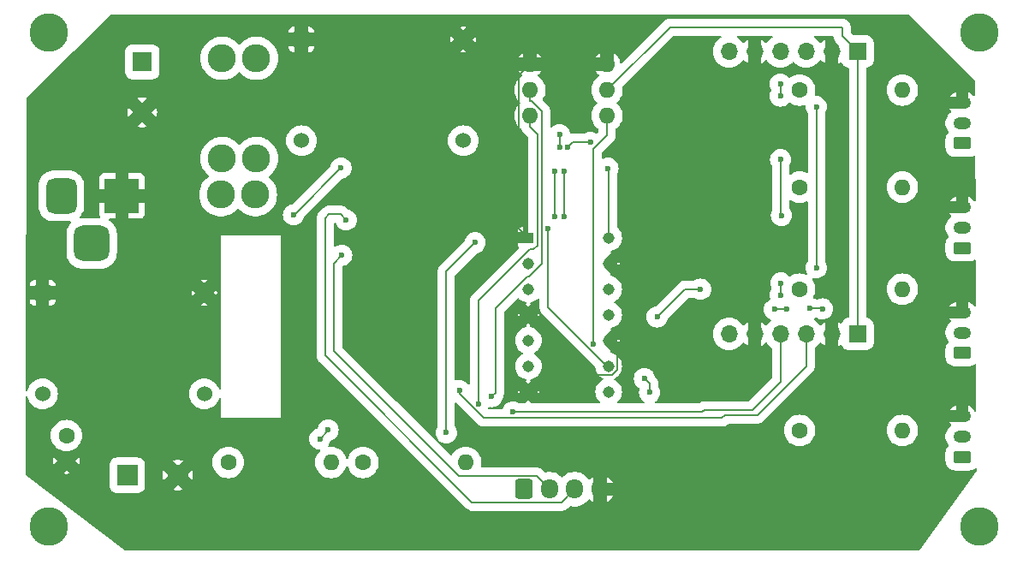
<source format=gbr>
%TF.GenerationSoftware,KiCad,Pcbnew,8.0.8*%
%TF.CreationDate,2025-02-20T16:12:13-05:00*%
%TF.ProjectId,ESP32_SMD,45535033-325f-4534-9d44-2e6b69636164,rev?*%
%TF.SameCoordinates,Original*%
%TF.FileFunction,Copper,L2,Bot*%
%TF.FilePolarity,Positive*%
%FSLAX46Y46*%
G04 Gerber Fmt 4.6, Leading zero omitted, Abs format (unit mm)*
G04 Created by KiCad (PCBNEW 8.0.8) date 2025-02-20 16:12:13*
%MOMM*%
%LPD*%
G01*
G04 APERTURE LIST*
G04 Aperture macros list*
%AMRoundRect*
0 Rectangle with rounded corners*
0 $1 Rounding radius*
0 $2 $3 $4 $5 $6 $7 $8 $9 X,Y pos of 4 corners*
0 Add a 4 corners polygon primitive as box body*
4,1,4,$2,$3,$4,$5,$6,$7,$8,$9,$2,$3,0*
0 Add four circle primitives for the rounded corners*
1,1,$1+$1,$2,$3*
1,1,$1+$1,$4,$5*
1,1,$1+$1,$6,$7*
1,1,$1+$1,$8,$9*
0 Add four rect primitives between the rounded corners*
20,1,$1+$1,$2,$3,$4,$5,0*
20,1,$1+$1,$4,$5,$6,$7,0*
20,1,$1+$1,$6,$7,$8,$9,0*
20,1,$1+$1,$8,$9,$2,$3,0*%
G04 Aperture macros list end*
%TA.AperFunction,ComponentPad*%
%ADD10C,3.800000*%
%TD*%
%TA.AperFunction,ComponentPad*%
%ADD11C,1.600000*%
%TD*%
%TA.AperFunction,ComponentPad*%
%ADD12O,1.600000X1.600000*%
%TD*%
%TA.AperFunction,ComponentPad*%
%ADD13RoundRect,0.250000X-0.600000X-0.725000X0.600000X-0.725000X0.600000X0.725000X-0.600000X0.725000X0*%
%TD*%
%TA.AperFunction,ComponentPad*%
%ADD14O,1.700000X1.950000*%
%TD*%
%TA.AperFunction,ComponentPad*%
%ADD15R,1.524000X1.524000*%
%TD*%
%TA.AperFunction,ComponentPad*%
%ADD16C,1.524000*%
%TD*%
%TA.AperFunction,ComponentPad*%
%ADD17RoundRect,0.250000X0.625000X-0.350000X0.625000X0.350000X-0.625000X0.350000X-0.625000X-0.350000X0*%
%TD*%
%TA.AperFunction,ComponentPad*%
%ADD18O,1.750000X1.200000*%
%TD*%
%TA.AperFunction,ComponentPad*%
%ADD19R,1.140000X1.140000*%
%TD*%
%TA.AperFunction,ComponentPad*%
%ADD20C,1.140000*%
%TD*%
%TA.AperFunction,ComponentPad*%
%ADD21R,3.500000X3.500000*%
%TD*%
%TA.AperFunction,ComponentPad*%
%ADD22RoundRect,0.750000X-0.750000X-1.000000X0.750000X-1.000000X0.750000X1.000000X-0.750000X1.000000X0*%
%TD*%
%TA.AperFunction,ComponentPad*%
%ADD23RoundRect,0.875000X-0.875000X-0.875000X0.875000X-0.875000X0.875000X0.875000X-0.875000X0.875000X0*%
%TD*%
%TA.AperFunction,ComponentPad*%
%ADD24C,2.780000*%
%TD*%
%TA.AperFunction,ComponentPad*%
%ADD25R,1.700000X1.700000*%
%TD*%
%TA.AperFunction,ComponentPad*%
%ADD26O,1.700000X1.700000*%
%TD*%
%TA.AperFunction,ComponentPad*%
%ADD27C,1.950000*%
%TD*%
%TA.AperFunction,ComponentPad*%
%ADD28R,1.950000X1.950000*%
%TD*%
%TA.AperFunction,ComponentPad*%
%ADD29R,2.000000X2.000000*%
%TD*%
%TA.AperFunction,ComponentPad*%
%ADD30C,2.000000*%
%TD*%
%TA.AperFunction,ViaPad*%
%ADD31C,0.600000*%
%TD*%
%TA.AperFunction,Conductor*%
%ADD32C,0.200000*%
%TD*%
G04 APERTURE END LIST*
D10*
%TO.P,H4,1*%
%TO.N,N/C*%
X29210000Y-83185000D03*
%TD*%
%TO.P,H3,1*%
%TO.N,N/C*%
X121285000Y-83185000D03*
%TD*%
%TO.P,H2,1*%
%TO.N,N/C*%
X29210000Y-34300000D03*
%TD*%
%TO.P,H1,1*%
%TO.N,N/C*%
X121285000Y-34300000D03*
%TD*%
D11*
%TO.P,R6,1*%
%TO.N,+3.3V*%
X60325000Y-76835000D03*
D12*
%TO.P,R6,2*%
%TO.N,+3.3V_BOOT*%
X70485000Y-76835000D03*
%TD*%
D13*
%TO.P,J11,1,Pin_1*%
%TO.N,+3.3V*%
X76260000Y-79485000D03*
D14*
%TO.P,J11,2,Pin_2*%
%TO.N,TXD*%
X78760000Y-79485000D03*
%TO.P,J11,3,Pin_3*%
%TO.N,RXD*%
X81260000Y-79485000D03*
%TO.P,J11,4,Pin_4*%
%TO.N,GND*%
X83760000Y-79485000D03*
%TD*%
D11*
%TO.P,C2,1*%
%TO.N,+3.3V*%
X30988000Y-74168000D03*
%TO.P,C2,2*%
%TO.N,GND*%
X30988000Y-76668000D03*
%TD*%
%TO.P,R2,1*%
%TO.N,Net-(U4-2Y)*%
X103505000Y-49610000D03*
D12*
%TO.P,R2,2*%
%TO.N,LED_DATA2*%
X113665000Y-49610000D03*
%TD*%
D15*
%TO.P,J10,1,1*%
%TO.N,GND*%
X28625000Y-60050000D03*
D16*
%TO.P,J10,2,2*%
%TO.N,+12V*%
X28625000Y-70050000D03*
%TO.P,J10,3,3*%
%TO.N,GND*%
X44625000Y-60050000D03*
%TO.P,J10,4,4*%
%TO.N,+3.3V*%
X44625000Y-70050000D03*
%TD*%
D11*
%TO.P,R1,1*%
%TO.N,Net-(U4-1Y)*%
X103505000Y-40005000D03*
D12*
%TO.P,R1,2*%
%TO.N,LED_DATA1*%
X113665000Y-40005000D03*
%TD*%
D17*
%TO.P,J3,1,Pin_1*%
%TO.N,Net-(J3-Pin_1)*%
X119550000Y-45283300D03*
D18*
%TO.P,J3,2,Pin_2*%
%TO.N,LED_DATA1*%
X119550000Y-43283300D03*
%TO.P,J3,3,Pin_3*%
%TO.N,GND*%
X119550000Y-41283300D03*
%TD*%
D11*
%TO.P,R5,1*%
%TO.N,+3.3V*%
X46990000Y-76835000D03*
D12*
%TO.P,R5,2*%
%TO.N,+3.3V_EN*%
X57150000Y-76835000D03*
%TD*%
D17*
%TO.P,J5,1,Pin_1*%
%TO.N,Net-(J5-Pin_1)*%
X119550000Y-66000000D03*
D18*
%TO.P,J5,2,Pin_2*%
%TO.N,LED_DATA3*%
X119550000Y-64000000D03*
%TO.P,J5,3,Pin_3*%
%TO.N,GND*%
X119550000Y-62000000D03*
%TD*%
D19*
%TO.P,U4,1,1~{OE}*%
%TO.N,GND*%
X76675000Y-54610000D03*
D20*
%TO.P,U4,2,1A*%
%TO.N,DATA1*%
X76675000Y-57150000D03*
%TO.P,U4,3,1Y*%
%TO.N,Net-(U4-1Y)*%
X76675000Y-59690000D03*
%TO.P,U4,4,2~{OE}*%
%TO.N,GND*%
X76675000Y-62230000D03*
%TO.P,U4,5,2A*%
%TO.N,DATA2*%
X76675000Y-64770000D03*
%TO.P,U4,6,2Y*%
%TO.N,Net-(U4-2Y)*%
X76675000Y-67310000D03*
%TO.P,U4,7,GND*%
%TO.N,GND*%
X76675000Y-69850000D03*
%TO.P,U4,8,3Y*%
%TO.N,Net-(U4-3Y)*%
X84615000Y-69850000D03*
%TO.P,U4,9,3A*%
%TO.N,DATA3*%
X84615000Y-67310000D03*
%TO.P,U4,10,3~{OE}*%
%TO.N,GND*%
X84615000Y-64770000D03*
%TO.P,U4,11,4Y*%
%TO.N,Net-(U4-4Y)*%
X84615000Y-62230000D03*
%TO.P,U4,12,4A*%
%TO.N,DATA4*%
X84615000Y-59690000D03*
%TO.P,U4,13,4~{OE}*%
%TO.N,GND*%
X84615000Y-57150000D03*
%TO.P,U4,14,VCC*%
%TO.N,+5V*%
X84615000Y-54610000D03*
%TD*%
D11*
%TO.P,R4,1*%
%TO.N,Net-(U4-4Y)*%
X103505000Y-73660000D03*
D12*
%TO.P,R4,2*%
%TO.N,LED_DATA4*%
X113665000Y-73660000D03*
%TD*%
D15*
%TO.P,J1,1,1*%
%TO.N,GND*%
X54230000Y-35005000D03*
D16*
%TO.P,J1,2,2*%
%TO.N,+12V*%
X54230000Y-45005000D03*
%TO.P,J1,3,3*%
%TO.N,GND*%
X70230000Y-35005000D03*
%TO.P,J1,4,4*%
%TO.N,+5V*%
X70230000Y-45005000D03*
%TD*%
D21*
%TO.P,J9,1*%
%TO.N,GND*%
X36480000Y-50477500D03*
D22*
%TO.P,J9,2*%
%TO.N,+VCC*%
X30480000Y-50477500D03*
D23*
%TO.P,J9,3*%
%TO.N,N/C*%
X33480000Y-55177500D03*
%TD*%
D17*
%TO.P,J6,1,Pin_1*%
%TO.N,Net-(J6-Pin_1)*%
X119550000Y-76283300D03*
D18*
%TO.P,J6,2,Pin_2*%
%TO.N,LED_DATA4*%
X119550000Y-74283300D03*
%TO.P,J6,3,Pin_3*%
%TO.N,GND*%
X119550000Y-72283300D03*
%TD*%
D12*
%TO.P,U3,1,SD*%
%TO.N,MIC_SD*%
X84455000Y-42545000D03*
%TO.P,U3,2,VDD*%
%TO.N,+3.3V*%
X84455000Y-40005000D03*
%TO.P,U3,3,GND*%
%TO.N,GND*%
X84455000Y-37465000D03*
%TO.P,U3,4,L/R*%
X76835000Y-37465000D03*
%TO.P,U3,5,WS*%
%TO.N,MIC_WS*%
X76835000Y-40005000D03*
%TO.P,U3,6,SCK*%
%TO.N,MIC_SCK*%
X76835000Y-42545000D03*
%TD*%
D24*
%TO.P,F1,1*%
%TO.N,+VCC*%
X49769500Y-36861000D03*
X46369500Y-36861000D03*
%TO.P,F1,2*%
%TO.N,+12V*%
X49769500Y-46781000D03*
X46369500Y-46781000D03*
X49669500Y-50361000D03*
X46269500Y-50361000D03*
%TD*%
D25*
%TO.P,J8,1,Pin_1*%
%TO.N,+3.3V*%
X109220000Y-36195000D03*
D26*
%TO.P,J8,2,Pin_2*%
%TO.N,GND*%
X106680000Y-36195000D03*
%TO.P,J8,3,Pin_3*%
%TO.N,SENS-SCL*%
X104140000Y-36195000D03*
%TO.P,J8,4,Pin_4*%
%TO.N,SENS-SDA*%
X101600000Y-36195000D03*
%TO.P,J8,5,Pin_5*%
%TO.N,GND*%
X99060000Y-36195000D03*
%TO.P,J8,6,Pin_6*%
%TO.N,Net-(J3-Pin_1)*%
X96520000Y-36195000D03*
%TD*%
D11*
%TO.P,R3,1*%
%TO.N,Net-(U4-3Y)*%
X103505000Y-59690000D03*
D12*
%TO.P,R3,2*%
%TO.N,LED_DATA3*%
X113665000Y-59690000D03*
%TD*%
D17*
%TO.P,J4,1,Pin_1*%
%TO.N,Net-(J2-Pin_6)*%
X119550000Y-55616700D03*
D18*
%TO.P,J4,2,Pin_2*%
%TO.N,LED_DATA2*%
X119550000Y-53616700D03*
%TO.P,J4,3,Pin_3*%
%TO.N,GND*%
X119550000Y-51616700D03*
%TD*%
D27*
%TO.P,J7,1,Pin_1*%
%TO.N,GND*%
X38480000Y-42212500D03*
D28*
%TO.P,J7,2,Pin_2*%
%TO.N,+VCC*%
X38480000Y-37212500D03*
%TD*%
D25*
%TO.P,J2,1,Pin_1*%
%TO.N,+3.3V*%
X109220000Y-64135000D03*
D26*
%TO.P,J2,2,Pin_2*%
%TO.N,GND*%
X106680000Y-64135000D03*
%TO.P,J2,3,Pin_3*%
%TO.N,SENS-SCL*%
X104140000Y-64135000D03*
%TO.P,J2,4,Pin_4*%
%TO.N,SENS-SDA*%
X101600000Y-64135000D03*
%TO.P,J2,5,Pin_5*%
%TO.N,GND*%
X99060000Y-64135000D03*
%TO.P,J2,6,Pin_6*%
%TO.N,Net-(J2-Pin_6)*%
X96520000Y-64135000D03*
%TD*%
D29*
%TO.P,C1,1*%
%TO.N,+3.3V*%
X37002323Y-78105000D03*
D30*
%TO.P,C1,2*%
%TO.N,GND*%
X42002323Y-78105000D03*
%TD*%
D31*
%TO.N,GND*%
X63950000Y-66300000D03*
%TO.N,TXD*%
X58207265Y-56342735D03*
%TO.N,RXD*%
X58650000Y-52850000D03*
%TO.N,+3.3V_BOOT*%
X71400000Y-55100000D03*
X68550000Y-73900000D03*
%TO.N,+3.3V_EN*%
X56042235Y-74507765D03*
X56865765Y-73634235D03*
%TO.N,MIC_SD*%
X83100600Y-65120000D03*
%TO.N,MIC_SCK*%
X71725200Y-71048900D03*
%TO.N,MIC_WS*%
X73045300Y-70320300D03*
%TO.N,DATA3*%
X78618500Y-53739100D03*
%TO.N,+5V*%
X84550000Y-47750000D03*
%TO.N,+3.3V*%
X53450000Y-52350000D03*
X58150000Y-47700000D03*
%TO.N,Net-(U4-1Y)*%
X79750000Y-45700000D03*
X79250000Y-48000000D03*
X79750000Y-44405000D03*
X79250000Y-52550000D03*
%TO.N,Net-(U4-2Y)*%
X80550000Y-45700000D03*
X82824300Y-45175700D03*
X80250000Y-48000000D03*
X80250000Y-52550000D03*
%TO.N,Net-(U4-3Y)*%
X93700000Y-59700000D03*
X89400000Y-62450000D03*
%TO.N,Net-(U4-4Y)*%
X88150000Y-68550000D03*
X88666300Y-69916300D03*
%TO.N,Net-(J2-Pin_6)*%
X101000000Y-61700000D03*
X102200000Y-61650000D03*
X105750000Y-61650000D03*
X104550000Y-61600000D03*
%TO.N,GND*%
X53745000Y-73404800D03*
X63823600Y-65106900D03*
X63866200Y-63635800D03*
X56896000Y-84010000D03*
X53745000Y-55910900D03*
%TO.N,SENS-SCL*%
X105150000Y-41650000D03*
X105150000Y-57600000D03*
X69850000Y-69720300D03*
%TO.N,SENS-SDA*%
X75150000Y-71850000D03*
X101700000Y-52400000D03*
X101600000Y-60290000D03*
X101600000Y-40605000D03*
X101650000Y-59090000D03*
X101622000Y-46878200D03*
X101600000Y-39405000D03*
%TD*%
D32*
%TO.N,TXD*%
X57404000Y-57146000D02*
X58207265Y-56342735D01*
X57404000Y-65786000D02*
X57404000Y-57146000D01*
X77485000Y-78210000D02*
X69828000Y-78210000D01*
X78760000Y-79485000D02*
X77485000Y-78210000D01*
X69828000Y-78210000D02*
X57404000Y-65786000D01*
%TO.N,RXD*%
X81260000Y-79485000D02*
X79985000Y-80760000D01*
X56600000Y-66252000D02*
X56600000Y-52651471D01*
X79985000Y-80760000D02*
X71108000Y-80760000D01*
X56951471Y-52300000D02*
X58100000Y-52300000D01*
X71108000Y-80760000D02*
X56600000Y-66252000D01*
X56600000Y-52651471D02*
X56951471Y-52300000D01*
X58100000Y-52300000D02*
X58650000Y-52850000D01*
%TO.N,+3.3V_BOOT*%
X68550000Y-73900000D02*
X68550000Y-57950000D01*
X68550000Y-57950000D02*
X71400000Y-55100000D01*
%TO.N,+3.3V_EN*%
X56865765Y-73684235D02*
X56042235Y-74507765D01*
X56865765Y-73634235D02*
X56865765Y-73684235D01*
%TO.N,MIC_SD*%
X83100600Y-45849000D02*
X84455000Y-44494600D01*
X83100600Y-65120000D02*
X83100600Y-45849000D01*
X84455000Y-44494600D02*
X84455000Y-42545000D01*
%TO.N,MIC_SCK*%
X77179200Y-55738400D02*
X77546700Y-55370900D01*
X76813200Y-55738400D02*
X77179200Y-55738400D01*
X71725200Y-71048900D02*
X71725200Y-60826400D01*
X76835000Y-42545000D02*
X76835000Y-43646700D01*
X77546700Y-44358400D02*
X76835000Y-43646700D01*
X71725200Y-60826400D02*
X76813200Y-55738400D01*
X77546700Y-55370900D02*
X77546700Y-44358400D01*
%TO.N,MIC_WS*%
X77986900Y-42120900D02*
X77986900Y-57147500D01*
X73423000Y-61597700D02*
X73423000Y-69942600D01*
X76835000Y-41106700D02*
X76972700Y-41106700D01*
X76972700Y-41106700D02*
X77986900Y-42120900D01*
X73423000Y-69942600D02*
X73045300Y-70320300D01*
X77986900Y-57147500D02*
X76714400Y-58420000D01*
X76835000Y-40005000D02*
X76835000Y-41106700D01*
X76600700Y-58420000D02*
X73423000Y-61597700D01*
X76714400Y-58420000D02*
X76600700Y-58420000D01*
%TO.N,DATA3*%
X78618500Y-53739100D02*
X78618500Y-61488700D01*
X78618500Y-61488700D02*
X84439800Y-67310000D01*
%TO.N,+5V*%
X84615000Y-47815000D02*
X84615000Y-54610000D01*
X84550000Y-47750000D02*
X84615000Y-47815000D01*
%TO.N,+3.3V*%
X107696000Y-34671000D02*
X107696000Y-33782000D01*
X90678000Y-33782000D02*
X84455000Y-40005000D01*
X109220000Y-36195000D02*
X107696000Y-34671000D01*
X58150000Y-47700000D02*
X53500000Y-52350000D01*
X53500000Y-52350000D02*
X53450000Y-52350000D01*
X107696000Y-33782000D02*
X90678000Y-33782000D01*
X109220000Y-36195000D02*
X109220000Y-64135000D01*
%TO.N,Net-(U4-1Y)*%
X79250000Y-48000000D02*
X79250000Y-52550000D01*
X79750000Y-44405000D02*
X79750000Y-45700000D01*
%TO.N,Net-(U4-2Y)*%
X82824300Y-45175700D02*
X81074300Y-45175700D01*
X80250000Y-48000000D02*
X80250000Y-52550000D01*
X81074300Y-45175700D02*
X80550000Y-45700000D01*
%TO.N,Net-(U4-3Y)*%
X93700000Y-59700000D02*
X92150000Y-59700000D01*
X92150000Y-59700000D02*
X89400000Y-62450000D01*
%TO.N,Net-(U4-4Y)*%
X88666300Y-69916300D02*
X88666300Y-69066300D01*
X88666300Y-69066300D02*
X88150000Y-68550000D01*
%TO.N,Net-(J2-Pin_6)*%
X105700000Y-61600000D02*
X105750000Y-61650000D01*
X101000000Y-61700000D02*
X102150000Y-61700000D01*
X104550000Y-61600000D02*
X105700000Y-61600000D01*
X102150000Y-61700000D02*
X102200000Y-61650000D01*
%TO.N,GND*%
X76675000Y-54610000D02*
X75735000Y-53670000D01*
X85485000Y-65640000D02*
X84615000Y-64770000D01*
X76675000Y-62230000D02*
X82625000Y-68180000D01*
X85485000Y-67670366D02*
X85485000Y-65640000D01*
X75735000Y-38565000D02*
X76835000Y-37465000D01*
X82625000Y-68180000D02*
X84975366Y-68180000D01*
X75735000Y-53670000D02*
X75735000Y-38565000D01*
X84975366Y-68180000D02*
X85485000Y-67670366D01*
%TO.N,SENS-SCL*%
X72277771Y-72450000D02*
X95825000Y-72450000D01*
X69850000Y-70022229D02*
X72277771Y-72450000D01*
X96139000Y-72136000D02*
X99314000Y-72136000D01*
X95825000Y-72450000D02*
X96139000Y-72136000D01*
X99314000Y-72136000D02*
X104140000Y-67310000D01*
X69850000Y-69720300D02*
X69850000Y-70022229D01*
X104140000Y-67310000D02*
X104140000Y-64135000D01*
X105150000Y-41650000D02*
X105150000Y-57600000D01*
%TO.N,SENS-SDA*%
X101622000Y-46878200D02*
X101622000Y-52321800D01*
X101650000Y-60240000D02*
X101600000Y-60290000D01*
X93870000Y-71850000D02*
X94092000Y-71628000D01*
X101600000Y-68834000D02*
X101600000Y-64135000D01*
X101600000Y-39405000D02*
X101600000Y-40605000D01*
X94092000Y-71628000D02*
X98806000Y-71628000D01*
X101650000Y-59090000D02*
X101650000Y-60240000D01*
X98806000Y-71628000D02*
X101600000Y-68834000D01*
X75150000Y-71850000D02*
X93870000Y-71850000D01*
X101622000Y-52321800D02*
X101700000Y-52400000D01*
%TD*%
%TA.AperFunction,Conductor*%
%TO.N,GND*%
G36*
X75715454Y-60604775D02*
G01*
X75740509Y-60622978D01*
X75822957Y-60705426D01*
X76012228Y-60837955D01*
X76221637Y-60935604D01*
X76436003Y-60993043D01*
X76487316Y-61026366D01*
X76509243Y-61083487D01*
X76493408Y-61142588D01*
X76445858Y-61181093D01*
X76439115Y-61183407D01*
X76435581Y-61184478D01*
X76675000Y-61423897D01*
X76914417Y-61184479D01*
X76914417Y-61184478D01*
X76910882Y-61183406D01*
X76860685Y-61148422D01*
X76840638Y-61090614D01*
X76858399Y-61032063D01*
X76907183Y-60995134D01*
X76913964Y-60993051D01*
X77128363Y-60935604D01*
X77337772Y-60837955D01*
X77527043Y-60705426D01*
X77598998Y-60633470D01*
X77653513Y-60605695D01*
X77713945Y-60615266D01*
X77757210Y-60658531D01*
X77768000Y-60703476D01*
X77768000Y-61572469D01*
X77800684Y-61736780D01*
X77800684Y-61736782D01*
X77851995Y-61860659D01*
X77856795Y-61921656D01*
X77856229Y-61922579D01*
X77902531Y-61949718D01*
X77910843Y-61960477D01*
X77957873Y-62030862D01*
X77957875Y-62030864D01*
X77957876Y-62030865D01*
X83269005Y-67341993D01*
X83296782Y-67396510D01*
X83297624Y-67403369D01*
X83309592Y-67540170D01*
X83309593Y-67540177D01*
X83309594Y-67540178D01*
X83369396Y-67763363D01*
X83410803Y-67852161D01*
X83467044Y-67972770D01*
X83588372Y-68146046D01*
X83599574Y-68162043D01*
X83762957Y-68325426D01*
X83952228Y-68457955D01*
X83952229Y-68457955D01*
X83952230Y-68457956D01*
X83952238Y-68457960D01*
X84021538Y-68490276D01*
X84066286Y-68532004D01*
X84077961Y-68592065D01*
X84052103Y-68647518D01*
X84021538Y-68669724D01*
X83952238Y-68702039D01*
X83952230Y-68702043D01*
X83762961Y-68834570D01*
X83599570Y-68997961D01*
X83467044Y-69187229D01*
X83369396Y-69396637D01*
X83309592Y-69619829D01*
X83289456Y-69849996D01*
X83289456Y-69850003D01*
X83309592Y-70080170D01*
X83309593Y-70080177D01*
X83309594Y-70080178D01*
X83369396Y-70303363D01*
X83467045Y-70512772D01*
X83477012Y-70527006D01*
X83572035Y-70662714D01*
X83599574Y-70702043D01*
X83728029Y-70830498D01*
X83755805Y-70885013D01*
X83746234Y-70945445D01*
X83702969Y-70988710D01*
X83658024Y-70999500D01*
X77015229Y-70999500D01*
X76957038Y-70980593D01*
X76921074Y-70931093D01*
X76920044Y-70901146D01*
X76675000Y-70656101D01*
X76429039Y-70902062D01*
X76426602Y-70937486D01*
X76387324Y-70984399D01*
X76334770Y-70999500D01*
X75804997Y-70999500D01*
X75746806Y-70980593D01*
X75742205Y-70977038D01*
X75736450Y-70972315D01*
X75736449Y-70972314D01*
X75553954Y-70874768D01*
X75355934Y-70814699D01*
X75355929Y-70814698D01*
X75150003Y-70794417D01*
X75149997Y-70794417D01*
X74944070Y-70814698D01*
X74944065Y-70814699D01*
X74746045Y-70874768D01*
X74563547Y-70972316D01*
X74403595Y-71103585D01*
X74403585Y-71103595D01*
X74272316Y-71263547D01*
X74174768Y-71446045D01*
X74174767Y-71446047D01*
X74149533Y-71529237D01*
X74114549Y-71579434D01*
X74056741Y-71599481D01*
X74054796Y-71599500D01*
X72787220Y-71599500D01*
X72729029Y-71580593D01*
X72693065Y-71531093D01*
X72693065Y-71469907D01*
X72699908Y-71453835D01*
X72700062Y-71453544D01*
X72700432Y-71452854D01*
X72710416Y-71419937D01*
X72745400Y-71369742D01*
X72803207Y-71349695D01*
X72833892Y-71353939D01*
X72839366Y-71355600D01*
X72839369Y-71355600D01*
X72839370Y-71355601D01*
X73045297Y-71375883D01*
X73045300Y-71375883D01*
X73045303Y-71375883D01*
X73251229Y-71355601D01*
X73251234Y-71355600D01*
X73294429Y-71342497D01*
X73449254Y-71295532D01*
X73631750Y-71197985D01*
X73791710Y-71066710D01*
X73922985Y-70906750D01*
X74020532Y-70724254D01*
X74080600Y-70526234D01*
X74082436Y-70507581D01*
X74098645Y-70462283D01*
X74176703Y-70345463D01*
X74189338Y-70314960D01*
X74240816Y-70190682D01*
X74273500Y-70026367D01*
X74273500Y-69849996D01*
X75599823Y-69849996D01*
X75599823Y-69850003D01*
X75620480Y-70059750D01*
X75620482Y-70059759D01*
X75629478Y-70089417D01*
X75629479Y-70089417D01*
X75868897Y-69850000D01*
X75820186Y-69801289D01*
X76305000Y-69801289D01*
X76305000Y-69898711D01*
X76330215Y-69992815D01*
X76378926Y-70077186D01*
X76447814Y-70146074D01*
X76532185Y-70194785D01*
X76626289Y-70220000D01*
X76723711Y-70220000D01*
X76817815Y-70194785D01*
X76902186Y-70146074D01*
X76971074Y-70077186D01*
X77019785Y-69992815D01*
X77045000Y-69898711D01*
X77045000Y-69850000D01*
X77481101Y-69850000D01*
X77720519Y-70089417D01*
X77729519Y-70059752D01*
X77750177Y-69850003D01*
X77750177Y-69849996D01*
X77729519Y-69640248D01*
X77729518Y-69640245D01*
X77720520Y-69610581D01*
X77481101Y-69850000D01*
X77045000Y-69850000D01*
X77045000Y-69801289D01*
X77019785Y-69707185D01*
X76971074Y-69622814D01*
X76902186Y-69553926D01*
X76817815Y-69505215D01*
X76723711Y-69480000D01*
X76626289Y-69480000D01*
X76532185Y-69505215D01*
X76447814Y-69553926D01*
X76378926Y-69622814D01*
X76330215Y-69707185D01*
X76305000Y-69801289D01*
X75820186Y-69801289D01*
X75629478Y-69610581D01*
X75620482Y-69640241D01*
X75620480Y-69640254D01*
X75599823Y-69849996D01*
X74273500Y-69849996D01*
X74273500Y-64769996D01*
X75349456Y-64769996D01*
X75349456Y-64770003D01*
X75369592Y-65000170D01*
X75369593Y-65000177D01*
X75369594Y-65000178D01*
X75429396Y-65223363D01*
X75527045Y-65432772D01*
X75580056Y-65508479D01*
X75638513Y-65591966D01*
X75659574Y-65622043D01*
X75822957Y-65785426D01*
X76012228Y-65917955D01*
X76012229Y-65917955D01*
X76012230Y-65917956D01*
X76012238Y-65917960D01*
X76081538Y-65950276D01*
X76126286Y-65992004D01*
X76137961Y-66052065D01*
X76112103Y-66107518D01*
X76081538Y-66129724D01*
X76012238Y-66162039D01*
X76012230Y-66162043D01*
X75822961Y-66294570D01*
X75659570Y-66457961D01*
X75527044Y-66647229D01*
X75429396Y-66856637D01*
X75369592Y-67079829D01*
X75349456Y-67309996D01*
X75349456Y-67310003D01*
X75369592Y-67540170D01*
X75369593Y-67540177D01*
X75369594Y-67540178D01*
X75429396Y-67763363D01*
X75470803Y-67852161D01*
X75527044Y-67972770D01*
X75648372Y-68146046D01*
X75659574Y-68162043D01*
X75822957Y-68325426D01*
X76012228Y-68457955D01*
X76221637Y-68555604D01*
X76436003Y-68613043D01*
X76487316Y-68646366D01*
X76509243Y-68703487D01*
X76493408Y-68762588D01*
X76445858Y-68801093D01*
X76439115Y-68803407D01*
X76435581Y-68804478D01*
X76675000Y-69043897D01*
X76914417Y-68804479D01*
X76914417Y-68804478D01*
X76910882Y-68803406D01*
X76860685Y-68768422D01*
X76840638Y-68710614D01*
X76858399Y-68652063D01*
X76907183Y-68615134D01*
X76913964Y-68613051D01*
X77128363Y-68555604D01*
X77337772Y-68457955D01*
X77527043Y-68325426D01*
X77690426Y-68162043D01*
X77822955Y-67972772D01*
X77920604Y-67763363D01*
X77980406Y-67540178D01*
X77982636Y-67514698D01*
X78000544Y-67310003D01*
X78000544Y-67309996D01*
X77980407Y-67079829D01*
X77980406Y-67079826D01*
X77980406Y-67079822D01*
X77920604Y-66856637D01*
X77822955Y-66647228D01*
X77690426Y-66457957D01*
X77527043Y-66294574D01*
X77527039Y-66294571D01*
X77527038Y-66294570D01*
X77346609Y-66168233D01*
X77337772Y-66162045D01*
X77268460Y-66129724D01*
X77223713Y-66087996D01*
X77212038Y-66027935D01*
X77237896Y-65972482D01*
X77268460Y-65950275D01*
X77337772Y-65917955D01*
X77527043Y-65785426D01*
X77690426Y-65622043D01*
X77822955Y-65432772D01*
X77920604Y-65223363D01*
X77980406Y-65000178D01*
X77982855Y-64972193D01*
X78000544Y-64770003D01*
X78000544Y-64769996D01*
X77980407Y-64539829D01*
X77980406Y-64539826D01*
X77980406Y-64539822D01*
X77920604Y-64316637D01*
X77822955Y-64107228D01*
X77690426Y-63917957D01*
X77527043Y-63754574D01*
X77527039Y-63754571D01*
X77527038Y-63754570D01*
X77404938Y-63669075D01*
X77337772Y-63622045D01*
X77128363Y-63524396D01*
X76913993Y-63466956D01*
X76862681Y-63433633D01*
X76840754Y-63376511D01*
X76856590Y-63317411D01*
X76904139Y-63278906D01*
X76910879Y-63276593D01*
X76914417Y-63275519D01*
X76675000Y-63036101D01*
X76435581Y-63275520D01*
X76439118Y-63276593D01*
X76489315Y-63311578D01*
X76509361Y-63369386D01*
X76491600Y-63427937D01*
X76442815Y-63464866D01*
X76436002Y-63466957D01*
X76221637Y-63524396D01*
X76154840Y-63555544D01*
X76012229Y-63622044D01*
X75822961Y-63754570D01*
X75659570Y-63917961D01*
X75527044Y-64107229D01*
X75429396Y-64316637D01*
X75369592Y-64539829D01*
X75349456Y-64769996D01*
X74273500Y-64769996D01*
X74273500Y-62229996D01*
X75599823Y-62229996D01*
X75599823Y-62230003D01*
X75620480Y-62439750D01*
X75620482Y-62439759D01*
X75629478Y-62469417D01*
X75629479Y-62469417D01*
X75868897Y-62230000D01*
X75820186Y-62181289D01*
X76305000Y-62181289D01*
X76305000Y-62278711D01*
X76330215Y-62372815D01*
X76378926Y-62457186D01*
X76447814Y-62526074D01*
X76532185Y-62574785D01*
X76626289Y-62600000D01*
X76723711Y-62600000D01*
X76817815Y-62574785D01*
X76902186Y-62526074D01*
X76971074Y-62457186D01*
X77019785Y-62372815D01*
X77045000Y-62278711D01*
X77045000Y-62230000D01*
X77481101Y-62230000D01*
X77720519Y-62469417D01*
X77729519Y-62439752D01*
X77750177Y-62230003D01*
X77750177Y-62229996D01*
X77730005Y-62025182D01*
X77736715Y-61994596D01*
X77736477Y-61994577D01*
X77720521Y-61990580D01*
X77481101Y-62230000D01*
X77045000Y-62230000D01*
X77045000Y-62181289D01*
X77019785Y-62087185D01*
X76971074Y-62002814D01*
X76902186Y-61933926D01*
X76817815Y-61885215D01*
X76723711Y-61860000D01*
X76626289Y-61860000D01*
X76532185Y-61885215D01*
X76447814Y-61933926D01*
X76378926Y-62002814D01*
X76330215Y-62087185D01*
X76305000Y-62181289D01*
X75820186Y-62181289D01*
X75629478Y-61990581D01*
X75620482Y-62020241D01*
X75620480Y-62020254D01*
X75599823Y-62229996D01*
X74273500Y-62229996D01*
X74273500Y-61990995D01*
X74292407Y-61932804D01*
X74302490Y-61920997D01*
X75600507Y-60622979D01*
X75655022Y-60595204D01*
X75715454Y-60604775D01*
G37*
%TD.AperFunction*%
%TA.AperFunction,Conductor*%
G36*
X114259251Y-32549974D02*
G01*
X114317429Y-32568918D01*
X114328923Y-32578703D01*
X119301834Y-37513652D01*
X120800668Y-39001045D01*
X120820895Y-39021117D01*
X120848881Y-39075526D01*
X120850159Y-39091003D01*
X120855733Y-40525476D01*
X120837052Y-40583740D01*
X120787692Y-40619896D01*
X120726507Y-40620134D01*
X120676868Y-40584363D01*
X120676641Y-40584051D01*
X120664037Y-40566703D01*
X120541596Y-40444262D01*
X120401528Y-40342497D01*
X120401524Y-40342495D01*
X120247256Y-40263892D01*
X120247244Y-40263887D01*
X120150000Y-40232290D01*
X120150000Y-41184300D01*
X120131093Y-41242491D01*
X120081593Y-41278455D01*
X120051000Y-41283300D01*
X119925000Y-41283300D01*
X119925000Y-41233930D01*
X119899444Y-41138555D01*
X119850075Y-41053045D01*
X119780255Y-40983225D01*
X119694745Y-40933856D01*
X119599370Y-40908300D01*
X119500630Y-40908300D01*
X119405255Y-40933856D01*
X119319745Y-40983225D01*
X119249925Y-41053045D01*
X119200556Y-41138555D01*
X119175000Y-41233930D01*
X119175000Y-41332670D01*
X119200556Y-41428045D01*
X119249925Y-41513555D01*
X119319745Y-41583375D01*
X119405255Y-41632744D01*
X119500630Y-41658300D01*
X119550000Y-41658300D01*
X119550000Y-41784300D01*
X119531093Y-41842491D01*
X119481593Y-41878455D01*
X119451000Y-41883300D01*
X118351252Y-41883300D01*
X118435971Y-41999906D01*
X118435972Y-41999907D01*
X118483557Y-42047493D01*
X118511334Y-42102010D01*
X118501762Y-42162442D01*
X118471744Y-42197588D01*
X118395213Y-42253191D01*
X118244891Y-42403513D01*
X118119950Y-42575480D01*
X118119948Y-42575484D01*
X118023443Y-42764887D01*
X117957752Y-42967061D01*
X117924500Y-43177009D01*
X117924500Y-43389590D01*
X117957752Y-43599538D01*
X118023443Y-43801712D01*
X118119948Y-43991115D01*
X118119950Y-43991119D01*
X118208185Y-44112564D01*
X118227092Y-44170754D01*
X118208184Y-44228945D01*
X118204819Y-44233316D01*
X118085300Y-44379895D01*
X117991090Y-44560252D01*
X117935114Y-44755879D01*
X117924500Y-44875266D01*
X117924500Y-45691332D01*
X117935114Y-45810716D01*
X117935115Y-45810723D01*
X117968166Y-45926230D01*
X117991091Y-46006349D01*
X118028412Y-46077796D01*
X118077772Y-46172293D01*
X118085302Y-46186707D01*
X118213891Y-46344409D01*
X118371593Y-46472998D01*
X118551951Y-46567209D01*
X118747582Y-46623186D01*
X118866963Y-46633800D01*
X120233036Y-46633799D01*
X120352418Y-46623186D01*
X120548049Y-46567209D01*
X120728407Y-46472998D01*
X120728407Y-46472997D01*
X120732858Y-46470673D01*
X120733840Y-46472553D01*
X120784642Y-46458549D01*
X120841920Y-46480065D01*
X120875612Y-46531138D01*
X120879171Y-46557063D01*
X120896104Y-50914443D01*
X120877423Y-50972707D01*
X120828063Y-51008863D01*
X120766878Y-51009101D01*
X120717239Y-50973330D01*
X120717012Y-50973018D01*
X120664037Y-50900103D01*
X120541596Y-50777662D01*
X120401528Y-50675897D01*
X120401524Y-50675895D01*
X120247256Y-50597292D01*
X120247244Y-50597287D01*
X120150000Y-50565690D01*
X120150000Y-51517700D01*
X120131093Y-51575891D01*
X120081593Y-51611855D01*
X120051000Y-51616700D01*
X119925000Y-51616700D01*
X119925000Y-51567330D01*
X119899444Y-51471955D01*
X119850075Y-51386445D01*
X119780255Y-51316625D01*
X119694745Y-51267256D01*
X119599370Y-51241700D01*
X119500630Y-51241700D01*
X119405255Y-51267256D01*
X119319745Y-51316625D01*
X119249925Y-51386445D01*
X119200556Y-51471955D01*
X119175000Y-51567330D01*
X119175000Y-51666070D01*
X119200556Y-51761445D01*
X119249925Y-51846955D01*
X119319745Y-51916775D01*
X119405255Y-51966144D01*
X119500630Y-51991700D01*
X119550000Y-51991700D01*
X119550000Y-52117700D01*
X119531093Y-52175891D01*
X119481593Y-52211855D01*
X119451000Y-52216700D01*
X118351252Y-52216700D01*
X118435971Y-52333306D01*
X118435972Y-52333307D01*
X118483557Y-52380893D01*
X118511334Y-52435410D01*
X118501762Y-52495842D01*
X118471744Y-52530988D01*
X118395213Y-52586591D01*
X118244891Y-52736913D01*
X118119950Y-52908880D01*
X118119948Y-52908884D01*
X118023443Y-53098287D01*
X117957752Y-53300461D01*
X117924500Y-53510409D01*
X117924500Y-53722990D01*
X117957752Y-53932938D01*
X118023443Y-54135112D01*
X118119948Y-54324515D01*
X118119950Y-54324519D01*
X118208185Y-54445964D01*
X118227092Y-54504154D01*
X118208184Y-54562345D01*
X118204819Y-54566716D01*
X118085300Y-54713295D01*
X117991090Y-54893652D01*
X117935114Y-55089279D01*
X117935114Y-55089282D01*
X117927049Y-55180000D01*
X117924500Y-55208666D01*
X117924500Y-56024732D01*
X117932647Y-56116363D01*
X117934703Y-56139500D01*
X117935114Y-56144116D01*
X117935115Y-56144123D01*
X117955035Y-56213740D01*
X117991091Y-56339749D01*
X118085302Y-56520107D01*
X118213891Y-56677809D01*
X118371593Y-56806398D01*
X118551951Y-56900609D01*
X118747582Y-56956586D01*
X118866963Y-56967200D01*
X120233036Y-56967199D01*
X120352418Y-56956586D01*
X120548049Y-56900609D01*
X120728407Y-56806398D01*
X120757644Y-56782558D01*
X120814689Y-56760439D01*
X120873843Y-56776074D01*
X120912509Y-56823494D01*
X120919204Y-56858900D01*
X120936671Y-61353578D01*
X120917990Y-61411842D01*
X120868630Y-61447998D01*
X120807445Y-61448236D01*
X120757806Y-61412465D01*
X120757579Y-61412154D01*
X120664034Y-61283400D01*
X120541596Y-61160962D01*
X120401528Y-61059197D01*
X120401524Y-61059195D01*
X120247256Y-60980592D01*
X120247244Y-60980587D01*
X120150000Y-60948990D01*
X120150000Y-61901000D01*
X120131093Y-61959191D01*
X120081593Y-61995155D01*
X120051000Y-62000000D01*
X119925000Y-62000000D01*
X119925000Y-61950630D01*
X119899444Y-61855255D01*
X119850075Y-61769745D01*
X119780255Y-61699925D01*
X119694745Y-61650556D01*
X119599370Y-61625000D01*
X119500630Y-61625000D01*
X119405255Y-61650556D01*
X119319745Y-61699925D01*
X119249925Y-61769745D01*
X119200556Y-61855255D01*
X119175000Y-61950630D01*
X119175000Y-62049370D01*
X119200556Y-62144745D01*
X119249925Y-62230255D01*
X119319745Y-62300075D01*
X119405255Y-62349444D01*
X119500630Y-62375000D01*
X119550000Y-62375000D01*
X119550000Y-62501000D01*
X119531093Y-62559191D01*
X119481593Y-62595155D01*
X119451000Y-62600000D01*
X118351252Y-62600000D01*
X118435971Y-62716606D01*
X118435972Y-62716607D01*
X118483557Y-62764193D01*
X118511334Y-62818710D01*
X118501762Y-62879142D01*
X118471744Y-62914288D01*
X118395213Y-62969891D01*
X118244891Y-63120213D01*
X118119950Y-63292180D01*
X118119948Y-63292184D01*
X118023443Y-63481587D01*
X117957752Y-63683761D01*
X117924500Y-63893709D01*
X117924500Y-64106290D01*
X117957752Y-64316238D01*
X118023443Y-64518412D01*
X118119948Y-64707815D01*
X118119950Y-64707819D01*
X118208185Y-64829264D01*
X118227092Y-64887454D01*
X118208184Y-64945645D01*
X118204819Y-64950016D01*
X118085300Y-65096595D01*
X117991090Y-65276952D01*
X117935114Y-65472579D01*
X117924500Y-65591966D01*
X117924500Y-66408032D01*
X117935114Y-66527416D01*
X117935115Y-66527423D01*
X117971582Y-66654869D01*
X117991091Y-66723049D01*
X118085302Y-66903407D01*
X118213891Y-67061109D01*
X118371593Y-67189698D01*
X118551951Y-67283909D01*
X118747582Y-67339886D01*
X118866963Y-67350500D01*
X120233036Y-67350499D01*
X120352418Y-67339886D01*
X120548049Y-67283909D01*
X120728407Y-67189698D01*
X120797868Y-67133059D01*
X120854912Y-67110941D01*
X120914066Y-67126577D01*
X120952732Y-67173996D01*
X120959427Y-67209402D01*
X120976909Y-71708345D01*
X120958228Y-71766609D01*
X120908868Y-71802765D01*
X120847683Y-71803003D01*
X120798044Y-71767232D01*
X120789700Y-71753674D01*
X120765806Y-71706779D01*
X120765802Y-71706771D01*
X120664037Y-71566703D01*
X120541596Y-71444262D01*
X120401528Y-71342497D01*
X120401524Y-71342495D01*
X120247256Y-71263892D01*
X120247244Y-71263887D01*
X120150000Y-71232290D01*
X120150000Y-72184300D01*
X120131093Y-72242491D01*
X120081593Y-72278455D01*
X120051000Y-72283300D01*
X119925000Y-72283300D01*
X119925000Y-72233930D01*
X119899444Y-72138555D01*
X119850075Y-72053045D01*
X119780255Y-71983225D01*
X119694745Y-71933856D01*
X119599370Y-71908300D01*
X119500630Y-71908300D01*
X119405255Y-71933856D01*
X119319745Y-71983225D01*
X119249925Y-72053045D01*
X119200556Y-72138555D01*
X119175000Y-72233930D01*
X119175000Y-72332670D01*
X119200556Y-72428045D01*
X119249925Y-72513555D01*
X119319745Y-72583375D01*
X119405255Y-72632744D01*
X119500630Y-72658300D01*
X119550000Y-72658300D01*
X119550000Y-72784300D01*
X119531093Y-72842491D01*
X119481593Y-72878455D01*
X119451000Y-72883300D01*
X118351252Y-72883300D01*
X118435971Y-72999906D01*
X118435972Y-72999907D01*
X118483557Y-73047493D01*
X118511334Y-73102010D01*
X118501762Y-73162442D01*
X118471744Y-73197588D01*
X118395213Y-73253191D01*
X118244891Y-73403513D01*
X118119950Y-73575480D01*
X118119948Y-73575484D01*
X118023443Y-73764887D01*
X117957752Y-73967061D01*
X117924500Y-74177009D01*
X117924500Y-74389590D01*
X117957752Y-74599538D01*
X118023443Y-74801712D01*
X118119948Y-74991115D01*
X118119950Y-74991119D01*
X118208185Y-75112564D01*
X118227092Y-75170754D01*
X118208184Y-75228945D01*
X118204819Y-75233316D01*
X118085300Y-75379895D01*
X117991090Y-75560252D01*
X117935114Y-75755879D01*
X117924500Y-75875266D01*
X117924500Y-76691332D01*
X117935114Y-76810716D01*
X117935115Y-76810723D01*
X117991090Y-77006346D01*
X117991091Y-77006349D01*
X118016500Y-77054992D01*
X118084806Y-77185759D01*
X118085302Y-77186707D01*
X118213891Y-77344409D01*
X118371593Y-77472998D01*
X118551951Y-77567209D01*
X118747582Y-77623186D01*
X118866963Y-77633800D01*
X120233036Y-77633799D01*
X120352418Y-77623186D01*
X120548049Y-77567209D01*
X120728407Y-77472998D01*
X120837702Y-77383879D01*
X120894748Y-77361761D01*
X120953902Y-77377397D01*
X120992567Y-77424817D01*
X120999262Y-77460222D01*
X120999875Y-77618028D01*
X120981401Y-77676004D01*
X115379615Y-85508591D01*
X115330385Y-85544923D01*
X115299090Y-85550000D01*
X36833333Y-85550000D01*
X36775142Y-85531093D01*
X36773455Y-85529839D01*
X26964254Y-78079813D01*
X26929349Y-78029561D01*
X26925132Y-78000708D01*
X26925158Y-77991128D01*
X26925339Y-77923702D01*
X30651534Y-77923702D01*
X30761402Y-77953142D01*
X30987997Y-77972966D01*
X30988003Y-77972966D01*
X31214602Y-77953142D01*
X31324464Y-77923703D01*
X30987999Y-77587238D01*
X30651534Y-77923702D01*
X26925339Y-77923702D01*
X26928707Y-76667996D01*
X29683034Y-76667996D01*
X29683034Y-76668003D01*
X29702857Y-76894597D01*
X29732296Y-77004464D01*
X30068761Y-76668000D01*
X30016100Y-76615339D01*
X30588000Y-76615339D01*
X30588000Y-76720661D01*
X30615259Y-76822394D01*
X30667920Y-76913606D01*
X30742394Y-76988080D01*
X30833606Y-77040741D01*
X30935339Y-77068000D01*
X31040661Y-77068000D01*
X31089242Y-77054983D01*
X35251823Y-77054983D01*
X35251823Y-79155016D01*
X35262322Y-79257788D01*
X35262325Y-79257800D01*
X35317510Y-79424336D01*
X35409608Y-79573652D01*
X35409609Y-79573653D01*
X35409611Y-79573656D01*
X35533667Y-79697712D01*
X35682989Y-79789814D01*
X35849526Y-79844999D01*
X35952314Y-79855500D01*
X38052331Y-79855499D01*
X38052339Y-79855499D01*
X38155111Y-79845000D01*
X38155111Y-79844999D01*
X38155120Y-79844999D01*
X38321657Y-79789814D01*
X38470979Y-79697712D01*
X38595035Y-79573656D01*
X38627793Y-79520547D01*
X41506014Y-79520547D01*
X41632836Y-79564084D01*
X41878029Y-79605000D01*
X42126617Y-79605000D01*
X42371811Y-79564084D01*
X42498630Y-79520547D01*
X42002322Y-79024239D01*
X41506014Y-79520547D01*
X38627793Y-79520547D01*
X38687137Y-79424334D01*
X38742322Y-79257797D01*
X38752823Y-79155009D01*
X38752822Y-78105000D01*
X40497182Y-78105000D01*
X40517709Y-78352736D01*
X40578735Y-78593717D01*
X40583499Y-78604582D01*
X41083082Y-78104999D01*
X41017257Y-78039174D01*
X41502323Y-78039174D01*
X41502323Y-78170826D01*
X41536398Y-78297993D01*
X41602224Y-78412007D01*
X41695316Y-78505099D01*
X41809330Y-78570925D01*
X41936497Y-78605000D01*
X42068149Y-78605000D01*
X42195316Y-78570925D01*
X42309330Y-78505099D01*
X42402422Y-78412007D01*
X42468248Y-78297993D01*
X42502323Y-78170826D01*
X42502323Y-78104999D01*
X42921562Y-78104999D01*
X43421145Y-78604582D01*
X43425908Y-78593723D01*
X43425909Y-78593719D01*
X43486936Y-78352736D01*
X43507463Y-78105000D01*
X43486936Y-77857263D01*
X43425911Y-77616281D01*
X43421145Y-77605416D01*
X42921562Y-78104999D01*
X42502323Y-78104999D01*
X42502323Y-78039174D01*
X42468248Y-77912007D01*
X42402422Y-77797993D01*
X42309330Y-77704901D01*
X42195316Y-77639075D01*
X42068149Y-77605000D01*
X41936497Y-77605000D01*
X41809330Y-77639075D01*
X41695316Y-77704901D01*
X41602224Y-77797993D01*
X41536398Y-77912007D01*
X41502323Y-78039174D01*
X41017257Y-78039174D01*
X40583500Y-77605417D01*
X40578735Y-77616282D01*
X40517709Y-77857263D01*
X40497182Y-78105000D01*
X38752822Y-78105000D01*
X38752822Y-77054992D01*
X38752822Y-77054991D01*
X38752822Y-77054983D01*
X38742323Y-76952211D01*
X38742322Y-76952209D01*
X38742322Y-76952203D01*
X38687137Y-76785666D01*
X38628952Y-76691332D01*
X38627792Y-76689451D01*
X41506014Y-76689451D01*
X42002322Y-77185759D01*
X42353081Y-76835000D01*
X45434706Y-76835000D01*
X45453853Y-77078300D01*
X45510828Y-77315613D01*
X45510829Y-77315616D01*
X45604219Y-77541081D01*
X45604224Y-77541092D01*
X45731739Y-77749176D01*
X45731745Y-77749184D01*
X45780932Y-77806775D01*
X45890241Y-77934759D01*
X45890247Y-77934764D01*
X45890250Y-77934767D01*
X46001240Y-78029561D01*
X46075821Y-78093259D01*
X46075823Y-78093260D01*
X46283907Y-78220775D01*
X46283909Y-78220776D01*
X46283911Y-78220777D01*
X46509388Y-78314172D01*
X46746698Y-78371146D01*
X46990000Y-78390294D01*
X47233302Y-78371146D01*
X47470612Y-78314172D01*
X47696089Y-78220777D01*
X47904179Y-78093259D01*
X48089759Y-77934759D01*
X48248259Y-77749179D01*
X48375777Y-77541089D01*
X48469172Y-77315612D01*
X48526146Y-77078302D01*
X48545294Y-76835000D01*
X48526146Y-76591698D01*
X48469172Y-76354388D01*
X48469170Y-76354383D01*
X48469167Y-76354373D01*
X48375780Y-76128918D01*
X48375775Y-76128907D01*
X48248260Y-75920823D01*
X48248259Y-75920821D01*
X48248254Y-75920815D01*
X48089767Y-75735250D01*
X48089764Y-75735247D01*
X48089759Y-75735241D01*
X48089752Y-75735235D01*
X48089749Y-75735232D01*
X47904184Y-75576745D01*
X47904176Y-75576739D01*
X47696092Y-75449224D01*
X47696081Y-75449219D01*
X47470616Y-75355829D01*
X47470613Y-75355828D01*
X47233300Y-75298853D01*
X46990000Y-75279706D01*
X46746699Y-75298853D01*
X46509386Y-75355828D01*
X46509383Y-75355829D01*
X46283918Y-75449219D01*
X46283907Y-75449224D01*
X46075823Y-75576739D01*
X46075815Y-75576745D01*
X45890250Y-75735232D01*
X45890232Y-75735250D01*
X45731745Y-75920815D01*
X45731739Y-75920823D01*
X45604224Y-76128907D01*
X45604219Y-76128918D01*
X45510833Y-76354373D01*
X45510828Y-76354386D01*
X45453853Y-76591699D01*
X45434706Y-76835000D01*
X42353081Y-76835000D01*
X42498630Y-76689451D01*
X42371815Y-76645916D01*
X42126617Y-76605000D01*
X41878029Y-76605000D01*
X41632830Y-76645916D01*
X41506014Y-76689451D01*
X38627792Y-76689451D01*
X38595037Y-76636347D01*
X38595036Y-76636346D01*
X38595035Y-76636344D01*
X38470979Y-76512288D01*
X38470976Y-76512286D01*
X38470975Y-76512285D01*
X38321659Y-76420187D01*
X38321658Y-76420186D01*
X38321657Y-76420186D01*
X38155120Y-76365001D01*
X38155117Y-76365000D01*
X38052339Y-76354500D01*
X35952306Y-76354500D01*
X35849534Y-76364999D01*
X35849522Y-76365002D01*
X35682986Y-76420187D01*
X35533670Y-76512285D01*
X35409608Y-76636347D01*
X35317510Y-76785663D01*
X35262323Y-76952205D01*
X35251823Y-77054983D01*
X31089242Y-77054983D01*
X31142394Y-77040741D01*
X31233606Y-76988080D01*
X31308080Y-76913606D01*
X31360741Y-76822394D01*
X31388000Y-76720661D01*
X31388000Y-76667999D01*
X31907238Y-76667999D01*
X32243703Y-77004464D01*
X32273142Y-76894602D01*
X32292966Y-76668003D01*
X32292966Y-76667996D01*
X32273142Y-76441402D01*
X32243702Y-76331534D01*
X31907238Y-76667999D01*
X31388000Y-76667999D01*
X31388000Y-76615339D01*
X31360741Y-76513606D01*
X31308080Y-76422394D01*
X31233606Y-76347920D01*
X31142394Y-76295259D01*
X31040661Y-76268000D01*
X30935339Y-76268000D01*
X30833606Y-76295259D01*
X30742394Y-76347920D01*
X30667920Y-76422394D01*
X30615259Y-76513606D01*
X30588000Y-76615339D01*
X30016100Y-76615339D01*
X29732296Y-76331535D01*
X29702857Y-76441402D01*
X29683034Y-76667996D01*
X26928707Y-76667996D01*
X26935414Y-74168000D01*
X29432706Y-74168000D01*
X29451853Y-74411300D01*
X29508828Y-74648613D01*
X29508829Y-74648616D01*
X29602219Y-74874081D01*
X29602224Y-74874092D01*
X29729739Y-75082176D01*
X29729745Y-75082184D01*
X29876642Y-75254179D01*
X29888241Y-75267759D01*
X29888247Y-75267764D01*
X29888250Y-75267767D01*
X30026037Y-75385448D01*
X30073821Y-75426259D01*
X30143184Y-75468765D01*
X30281907Y-75553775D01*
X30281918Y-75553780D01*
X30337351Y-75576741D01*
X30507388Y-75647172D01*
X30744698Y-75704146D01*
X30923946Y-75718252D01*
X30980472Y-75741666D01*
X30986179Y-75746942D01*
X30987999Y-75748762D01*
X30989814Y-75746947D01*
X31044329Y-75719167D01*
X31052030Y-75718254D01*
X31231302Y-75704146D01*
X31468612Y-75647172D01*
X31694089Y-75553777D01*
X31902179Y-75426259D01*
X32087759Y-75267759D01*
X32246259Y-75082179D01*
X32373777Y-74874089D01*
X32467172Y-74648612D01*
X32500988Y-74507761D01*
X54986652Y-74507761D01*
X54986652Y-74507768D01*
X55006933Y-74713694D01*
X55006934Y-74713699D01*
X55067003Y-74911719D01*
X55164551Y-75094217D01*
X55295820Y-75254169D01*
X55295825Y-75254175D01*
X55295830Y-75254179D01*
X55455782Y-75385448D01*
X55455783Y-75385448D01*
X55455785Y-75385450D01*
X55638281Y-75482997D01*
X55751928Y-75517471D01*
X55836300Y-75543065D01*
X55836306Y-75543066D01*
X55928757Y-75552171D01*
X55998460Y-75559036D01*
X56054517Y-75583555D01*
X56085456Y-75636342D01*
X56079459Y-75697233D01*
X56053064Y-75732828D01*
X56050255Y-75735227D01*
X56050232Y-75735250D01*
X55891745Y-75920815D01*
X55891739Y-75920823D01*
X55764224Y-76128907D01*
X55764219Y-76128918D01*
X55670833Y-76354373D01*
X55670828Y-76354386D01*
X55613853Y-76591699D01*
X55594706Y-76835000D01*
X55613853Y-77078300D01*
X55670828Y-77315613D01*
X55670829Y-77315616D01*
X55764219Y-77541081D01*
X55764224Y-77541092D01*
X55891739Y-77749176D01*
X55891745Y-77749184D01*
X55940932Y-77806775D01*
X56050241Y-77934759D01*
X56050247Y-77934764D01*
X56050250Y-77934767D01*
X56161240Y-78029561D01*
X56235821Y-78093259D01*
X56235823Y-78093260D01*
X56443907Y-78220775D01*
X56443909Y-78220776D01*
X56443911Y-78220777D01*
X56669388Y-78314172D01*
X56906698Y-78371146D01*
X57150000Y-78390294D01*
X57393302Y-78371146D01*
X57630612Y-78314172D01*
X57856089Y-78220777D01*
X58064179Y-78093259D01*
X58249759Y-77934759D01*
X58408259Y-77749179D01*
X58535777Y-77541089D01*
X58629172Y-77315612D01*
X58641235Y-77265367D01*
X58673205Y-77213198D01*
X58729733Y-77189783D01*
X58789227Y-77204067D01*
X58828964Y-77250592D01*
X58833765Y-77265367D01*
X58845828Y-77315613D01*
X58845829Y-77315616D01*
X58939219Y-77541081D01*
X58939224Y-77541092D01*
X59066739Y-77749176D01*
X59066745Y-77749184D01*
X59115932Y-77806775D01*
X59225241Y-77934759D01*
X59225247Y-77934764D01*
X59225250Y-77934767D01*
X59336240Y-78029561D01*
X59410821Y-78093259D01*
X59410823Y-78093260D01*
X59618907Y-78220775D01*
X59618909Y-78220776D01*
X59618911Y-78220777D01*
X59844388Y-78314172D01*
X60081698Y-78371146D01*
X60325000Y-78390294D01*
X60568302Y-78371146D01*
X60805612Y-78314172D01*
X61031089Y-78220777D01*
X61239179Y-78093259D01*
X61424759Y-77934759D01*
X61583259Y-77749179D01*
X61710777Y-77541089D01*
X61804172Y-77315612D01*
X61861146Y-77078302D01*
X61880294Y-76835000D01*
X61861146Y-76591698D01*
X61804172Y-76354388D01*
X61804170Y-76354383D01*
X61804167Y-76354373D01*
X61710780Y-76128918D01*
X61710775Y-76128907D01*
X61583260Y-75920823D01*
X61583259Y-75920821D01*
X61583254Y-75920815D01*
X61424767Y-75735250D01*
X61424764Y-75735247D01*
X61424759Y-75735241D01*
X61424752Y-75735235D01*
X61424749Y-75735232D01*
X61239184Y-75576745D01*
X61239176Y-75576739D01*
X61031092Y-75449224D01*
X61031081Y-75449219D01*
X60805616Y-75355829D01*
X60805613Y-75355828D01*
X60568300Y-75298853D01*
X60325000Y-75279706D01*
X60081699Y-75298853D01*
X59844386Y-75355828D01*
X59844383Y-75355829D01*
X59618918Y-75449219D01*
X59618907Y-75449224D01*
X59410823Y-75576739D01*
X59410815Y-75576745D01*
X59225250Y-75735232D01*
X59225232Y-75735250D01*
X59066745Y-75920815D01*
X59066739Y-75920823D01*
X58939224Y-76128907D01*
X58939219Y-76128918D01*
X58845833Y-76354373D01*
X58845829Y-76354383D01*
X58833765Y-76404633D01*
X58801795Y-76456801D01*
X58745267Y-76480216D01*
X58685772Y-76465932D01*
X58646036Y-76419406D01*
X58641235Y-76404633D01*
X58631720Y-76365002D01*
X58629172Y-76354388D01*
X58629170Y-76354383D01*
X58629167Y-76354373D01*
X58535780Y-76128918D01*
X58535775Y-76128907D01*
X58408260Y-75920823D01*
X58408259Y-75920821D01*
X58408254Y-75920815D01*
X58249767Y-75735250D01*
X58249764Y-75735247D01*
X58249759Y-75735241D01*
X58249752Y-75735235D01*
X58249749Y-75735232D01*
X58064184Y-75576745D01*
X58064176Y-75576739D01*
X57856092Y-75449224D01*
X57856081Y-75449219D01*
X57630616Y-75355829D01*
X57630613Y-75355828D01*
X57393300Y-75298853D01*
X57170782Y-75281341D01*
X57150000Y-75279706D01*
X57149999Y-75279706D01*
X56973101Y-75293627D01*
X56913606Y-75279343D01*
X56873870Y-75232817D01*
X56869070Y-75171820D01*
X56888807Y-75132126D01*
X56904861Y-75112564D01*
X56919920Y-75094215D01*
X57017467Y-74911719D01*
X57077521Y-74713744D01*
X57112505Y-74663550D01*
X57143510Y-74647750D01*
X57269719Y-74609467D01*
X57452215Y-74511920D01*
X57612175Y-74380645D01*
X57743450Y-74220685D01*
X57840997Y-74038189D01*
X57901065Y-73840169D01*
X57901066Y-73840164D01*
X57921348Y-73634238D01*
X57921348Y-73634231D01*
X57901066Y-73428305D01*
X57901065Y-73428300D01*
X57877416Y-73350341D01*
X57840997Y-73230281D01*
X57743450Y-73047785D01*
X57743210Y-73047493D01*
X57612179Y-72887830D01*
X57612175Y-72887825D01*
X57600758Y-72878455D01*
X57452217Y-72756551D01*
X57269719Y-72659003D01*
X57071699Y-72598934D01*
X57071694Y-72598933D01*
X56865768Y-72578652D01*
X56865762Y-72578652D01*
X56659835Y-72598933D01*
X56659830Y-72598934D01*
X56461810Y-72659003D01*
X56279312Y-72756551D01*
X56119360Y-72887820D01*
X56119350Y-72887830D01*
X55988081Y-73047782D01*
X55890533Y-73230280D01*
X55830479Y-73428251D01*
X55795494Y-73478448D01*
X55764481Y-73494250D01*
X55638284Y-73532532D01*
X55638276Y-73532535D01*
X55455782Y-73630081D01*
X55295830Y-73761350D01*
X55295820Y-73761360D01*
X55164551Y-73921312D01*
X55067003Y-74103810D01*
X55006934Y-74301830D01*
X55006933Y-74301835D01*
X54986652Y-74507761D01*
X32500988Y-74507761D01*
X32524146Y-74411302D01*
X32543294Y-74168000D01*
X32524146Y-73924698D01*
X32467172Y-73687388D01*
X32445157Y-73634238D01*
X32373780Y-73461918D01*
X32373775Y-73461907D01*
X32246260Y-73253823D01*
X32246259Y-73253821D01*
X32203452Y-73203700D01*
X32087767Y-73068250D01*
X32087764Y-73068247D01*
X32087759Y-73068241D01*
X32087752Y-73068235D01*
X32087749Y-73068232D01*
X31902184Y-72909745D01*
X31902176Y-72909739D01*
X31694092Y-72782224D01*
X31694081Y-72782219D01*
X31468616Y-72688829D01*
X31468613Y-72688828D01*
X31231300Y-72631853D01*
X30988000Y-72612706D01*
X30744699Y-72631853D01*
X30507386Y-72688828D01*
X30507383Y-72688829D01*
X30281918Y-72782219D01*
X30281907Y-72782224D01*
X30073823Y-72909739D01*
X30073815Y-72909745D01*
X29888250Y-73068232D01*
X29888232Y-73068250D01*
X29729745Y-73253815D01*
X29729739Y-73253823D01*
X29602224Y-73461907D01*
X29602219Y-73461918D01*
X29508829Y-73687383D01*
X29508828Y-73687386D01*
X29451853Y-73924699D01*
X29432706Y-74168000D01*
X26935414Y-74168000D01*
X26945603Y-70370022D01*
X26964667Y-70311885D01*
X27014263Y-70276054D01*
X27075448Y-70276218D01*
X27124852Y-70312314D01*
X27140868Y-70347179D01*
X27182079Y-70518835D01*
X27182080Y-70518839D01*
X27273181Y-70738776D01*
X27273186Y-70738787D01*
X27397576Y-70941771D01*
X27397582Y-70941779D01*
X27535777Y-71103585D01*
X27552194Y-71122806D01*
X27552200Y-71122811D01*
X27552203Y-71122814D01*
X27717384Y-71263892D01*
X27733226Y-71277422D01*
X27733228Y-71277423D01*
X27936212Y-71401813D01*
X27936223Y-71401818D01*
X28156160Y-71492919D01*
X28156164Y-71492920D01*
X28156165Y-71492920D01*
X28156167Y-71492921D01*
X28387661Y-71548498D01*
X28625000Y-71567177D01*
X28862339Y-71548498D01*
X29093833Y-71492921D01*
X29093836Y-71492919D01*
X29093839Y-71492919D01*
X29270026Y-71419940D01*
X29313784Y-71401815D01*
X29516774Y-71277422D01*
X29697806Y-71122806D01*
X29852422Y-70941774D01*
X29976815Y-70738784D01*
X30012586Y-70652423D01*
X30067919Y-70518839D01*
X30067920Y-70518835D01*
X30067919Y-70518835D01*
X30067921Y-70518833D01*
X30123498Y-70287339D01*
X30142177Y-70050000D01*
X43107823Y-70050000D01*
X43126501Y-70287337D01*
X43182079Y-70518835D01*
X43182080Y-70518839D01*
X43273181Y-70738776D01*
X43273186Y-70738787D01*
X43397576Y-70941771D01*
X43397582Y-70941779D01*
X43535777Y-71103585D01*
X43552194Y-71122806D01*
X43552200Y-71122811D01*
X43552203Y-71122814D01*
X43717384Y-71263892D01*
X43733226Y-71277422D01*
X43733228Y-71277423D01*
X43936212Y-71401813D01*
X43936223Y-71401818D01*
X44156160Y-71492919D01*
X44156164Y-71492920D01*
X44156165Y-71492920D01*
X44156167Y-71492921D01*
X44387661Y-71548498D01*
X44625000Y-71567177D01*
X44862339Y-71548498D01*
X45093833Y-71492921D01*
X45093836Y-71492919D01*
X45093839Y-71492919D01*
X45270026Y-71419940D01*
X45313784Y-71401815D01*
X45516774Y-71277422D01*
X45697806Y-71122806D01*
X45852422Y-70941774D01*
X45976815Y-70738784D01*
X45976818Y-70738776D01*
X46064536Y-70527006D01*
X46104272Y-70480480D01*
X46163767Y-70466196D01*
X46220295Y-70489611D01*
X46252265Y-70541780D01*
X46255000Y-70564891D01*
X46255000Y-72400000D01*
X46255001Y-72400000D01*
X52204999Y-72400000D01*
X52205000Y-72400000D01*
X52205000Y-54400000D01*
X46255000Y-54400000D01*
X46255000Y-54400001D01*
X46255000Y-69535108D01*
X46236093Y-69593299D01*
X46186593Y-69629263D01*
X46125407Y-69629263D01*
X46075907Y-69593299D01*
X46064536Y-69572993D01*
X45976818Y-69361223D01*
X45976813Y-69361212D01*
X45870195Y-69187229D01*
X45852422Y-69158226D01*
X45715543Y-68997961D01*
X45697814Y-68977203D01*
X45697811Y-68977200D01*
X45697806Y-68977194D01*
X45697799Y-68977188D01*
X45697796Y-68977185D01*
X45516779Y-68822582D01*
X45516771Y-68822576D01*
X45313787Y-68698186D01*
X45313776Y-68698181D01*
X45093839Y-68607080D01*
X45093835Y-68607079D01*
X44862337Y-68551501D01*
X44625000Y-68532823D01*
X44387662Y-68551501D01*
X44156164Y-68607079D01*
X44156160Y-68607080D01*
X43936223Y-68698181D01*
X43936212Y-68698186D01*
X43733228Y-68822576D01*
X43733220Y-68822582D01*
X43552203Y-68977185D01*
X43552185Y-68977203D01*
X43397582Y-69158220D01*
X43397576Y-69158228D01*
X43273186Y-69361212D01*
X43273181Y-69361223D01*
X43182080Y-69581160D01*
X43182079Y-69581164D01*
X43126501Y-69812662D01*
X43107823Y-70050000D01*
X30142177Y-70050000D01*
X30123498Y-69812661D01*
X30067921Y-69581167D01*
X30067920Y-69581164D01*
X30067919Y-69581160D01*
X29976818Y-69361223D01*
X29976813Y-69361212D01*
X29870195Y-69187229D01*
X29852422Y-69158226D01*
X29715543Y-68997961D01*
X29697814Y-68977203D01*
X29697811Y-68977200D01*
X29697806Y-68977194D01*
X29697799Y-68977188D01*
X29697796Y-68977185D01*
X29516779Y-68822582D01*
X29516771Y-68822576D01*
X29313787Y-68698186D01*
X29313776Y-68698181D01*
X29093839Y-68607080D01*
X29093835Y-68607079D01*
X28862337Y-68551501D01*
X28625000Y-68532823D01*
X28387662Y-68551501D01*
X28156164Y-68607079D01*
X28156160Y-68607080D01*
X27936223Y-68698181D01*
X27936212Y-68698186D01*
X27733228Y-68822576D01*
X27733220Y-68822582D01*
X27552203Y-68977185D01*
X27552185Y-68977203D01*
X27397582Y-69158220D01*
X27397576Y-69158228D01*
X27273186Y-69361212D01*
X27273181Y-69361223D01*
X27182080Y-69581160D01*
X27182079Y-69581165D01*
X27142606Y-69745581D01*
X27110636Y-69797750D01*
X27054108Y-69821165D01*
X26994613Y-69806881D01*
X26954877Y-69760355D01*
X26947341Y-69722206D01*
X26971117Y-60859824D01*
X27362999Y-60859824D01*
X27369401Y-60919370D01*
X27369403Y-60919381D01*
X27419646Y-61054088D01*
X27419647Y-61054090D01*
X27505807Y-61169184D01*
X27505815Y-61169192D01*
X27620909Y-61255352D01*
X27620911Y-61255353D01*
X27755618Y-61305596D01*
X27755629Y-61305598D01*
X27815176Y-61312000D01*
X27974999Y-61312000D01*
X27975000Y-61311999D01*
X27975000Y-60700001D01*
X29275000Y-60700001D01*
X29275000Y-61311999D01*
X29275001Y-61312000D01*
X29434824Y-61312000D01*
X29494370Y-61305598D01*
X29494381Y-61305596D01*
X29577284Y-61274675D01*
X44319561Y-61274675D01*
X44405027Y-61297576D01*
X44624997Y-61316821D01*
X44625003Y-61316821D01*
X44844977Y-61297576D01*
X44930437Y-61274676D01*
X44624999Y-60969238D01*
X44319561Y-61274675D01*
X29577284Y-61274675D01*
X29629088Y-61255353D01*
X29629090Y-61255352D01*
X29744184Y-61169192D01*
X29744192Y-61169184D01*
X29830352Y-61054090D01*
X29830353Y-61054088D01*
X29880596Y-60919381D01*
X29880598Y-60919370D01*
X29887000Y-60859824D01*
X29887000Y-60700001D01*
X29886999Y-60700000D01*
X29275001Y-60700000D01*
X29275000Y-60700001D01*
X27975000Y-60700001D01*
X27974999Y-60700000D01*
X27363001Y-60700000D01*
X27363000Y-60700001D01*
X27363000Y-60859824D01*
X27362999Y-60859824D01*
X26971117Y-60859824D01*
X26973424Y-59999840D01*
X28244000Y-59999840D01*
X28244000Y-60100160D01*
X28269964Y-60197061D01*
X28320124Y-60283940D01*
X28391060Y-60354876D01*
X28477939Y-60405036D01*
X28574840Y-60431000D01*
X28675160Y-60431000D01*
X28772061Y-60405036D01*
X28858940Y-60354876D01*
X28929876Y-60283940D01*
X28980036Y-60197061D01*
X29006000Y-60100160D01*
X29006000Y-60049996D01*
X43358179Y-60049996D01*
X43358179Y-60050003D01*
X43377423Y-60269973D01*
X43400323Y-60355437D01*
X43705761Y-60050000D01*
X43655601Y-59999840D01*
X44244000Y-59999840D01*
X44244000Y-60100160D01*
X44269964Y-60197061D01*
X44320124Y-60283940D01*
X44391060Y-60354876D01*
X44477939Y-60405036D01*
X44574840Y-60431000D01*
X44675160Y-60431000D01*
X44772061Y-60405036D01*
X44858940Y-60354876D01*
X44929876Y-60283940D01*
X44980036Y-60197061D01*
X45006000Y-60100160D01*
X45006000Y-60049999D01*
X45544238Y-60049999D01*
X45849676Y-60355437D01*
X45872576Y-60269977D01*
X45891821Y-60050003D01*
X45891821Y-60049996D01*
X45872576Y-59830027D01*
X45849675Y-59744561D01*
X45544238Y-60049999D01*
X45006000Y-60049999D01*
X45006000Y-59999840D01*
X44980036Y-59902939D01*
X44929876Y-59816060D01*
X44858940Y-59745124D01*
X44772061Y-59694964D01*
X44675160Y-59669000D01*
X44574840Y-59669000D01*
X44477939Y-59694964D01*
X44391060Y-59745124D01*
X44320124Y-59816060D01*
X44269964Y-59902939D01*
X44244000Y-59999840D01*
X43655601Y-59999840D01*
X43400323Y-59744562D01*
X43377423Y-59830026D01*
X43358179Y-60049996D01*
X29006000Y-60049996D01*
X29006000Y-59999840D01*
X28980036Y-59902939D01*
X28929876Y-59816060D01*
X28858940Y-59745124D01*
X28772061Y-59694964D01*
X28675160Y-59669000D01*
X28574840Y-59669000D01*
X28477939Y-59694964D01*
X28391060Y-59745124D01*
X28320124Y-59816060D01*
X28269964Y-59902939D01*
X28244000Y-59999840D01*
X26973424Y-59999840D01*
X26975462Y-59240175D01*
X27363000Y-59240175D01*
X27363000Y-59399999D01*
X27363001Y-59400000D01*
X27974999Y-59400000D01*
X27975000Y-59399999D01*
X27975000Y-58788001D01*
X29275000Y-58788001D01*
X29275000Y-59399999D01*
X29275001Y-59400000D01*
X29886999Y-59400000D01*
X29887000Y-59399999D01*
X29887000Y-59240175D01*
X29880598Y-59180629D01*
X29880596Y-59180618D01*
X29830353Y-59045911D01*
X29830352Y-59045909D01*
X29744192Y-58930815D01*
X29744184Y-58930807D01*
X29629090Y-58844647D01*
X29629088Y-58844646D01*
X29577281Y-58825323D01*
X44319562Y-58825323D01*
X44625000Y-59130761D01*
X44930437Y-58825323D01*
X44844973Y-58802423D01*
X44625003Y-58783179D01*
X44624997Y-58783179D01*
X44405026Y-58802423D01*
X44319562Y-58825323D01*
X29577281Y-58825323D01*
X29494381Y-58794403D01*
X29494370Y-58794401D01*
X29434824Y-58788000D01*
X29275001Y-58788000D01*
X29275000Y-58788001D01*
X27975000Y-58788001D01*
X27974999Y-58788000D01*
X27815176Y-58788000D01*
X27755629Y-58794401D01*
X27755618Y-58794403D01*
X27620911Y-58844646D01*
X27620909Y-58844647D01*
X27505815Y-58930807D01*
X27505807Y-58930815D01*
X27419647Y-59045909D01*
X27419646Y-59045911D01*
X27369403Y-59180618D01*
X27369401Y-59180629D01*
X27363000Y-59240175D01*
X26975462Y-59240175D01*
X27001875Y-49394648D01*
X28229500Y-49394648D01*
X28229500Y-51560351D01*
X28235918Y-51663736D01*
X28286950Y-51907116D01*
X28377340Y-52138764D01*
X28377346Y-52138778D01*
X28504632Y-52352391D01*
X28504635Y-52352396D01*
X28597148Y-52461625D01*
X28665350Y-52542150D01*
X28701208Y-52572520D01*
X28855103Y-52702864D01*
X28855108Y-52702867D01*
X29068721Y-52830153D01*
X29068724Y-52830154D01*
X29068727Y-52830156D01*
X29068735Y-52830159D01*
X29270488Y-52908884D01*
X29300386Y-52920550D01*
X29543763Y-52971581D01*
X29647158Y-52978000D01*
X29647169Y-52978000D01*
X31312831Y-52978000D01*
X31312842Y-52978000D01*
X31383790Y-52973595D01*
X31443040Y-52988860D01*
X31482002Y-53036037D01*
X31485793Y-53097104D01*
X31454785Y-53146784D01*
X31454795Y-53146794D01*
X31454754Y-53146834D01*
X31454228Y-53147678D01*
X31452052Y-53149536D01*
X31452035Y-53149553D01*
X31285881Y-53344095D01*
X31285871Y-53344108D01*
X31152195Y-53562247D01*
X31152189Y-53562259D01*
X31054277Y-53798639D01*
X30994547Y-54047431D01*
X30988461Y-54124768D01*
X30980785Y-54222316D01*
X30979500Y-54238643D01*
X30979500Y-56116356D01*
X30994547Y-56307568D01*
X31054277Y-56556360D01*
X31152189Y-56792740D01*
X31152195Y-56792752D01*
X31285871Y-57010891D01*
X31285881Y-57010904D01*
X31404682Y-57150003D01*
X31452044Y-57205456D01*
X31452050Y-57205461D01*
X31452053Y-57205464D01*
X31583778Y-57317967D01*
X31646601Y-57371623D01*
X31646603Y-57371624D01*
X31646608Y-57371628D01*
X31864747Y-57505304D01*
X31864759Y-57505310D01*
X32101139Y-57603222D01*
X32183745Y-57623054D01*
X32349930Y-57662952D01*
X32541137Y-57678000D01*
X34418862Y-57677999D01*
X34610070Y-57662952D01*
X34858860Y-57603222D01*
X35095243Y-57505309D01*
X35095247Y-57505306D01*
X35095252Y-57505304D01*
X35313391Y-57371628D01*
X35313391Y-57371627D01*
X35313399Y-57371623D01*
X35507956Y-57205456D01*
X35674123Y-57010899D01*
X35700902Y-56967200D01*
X35807804Y-56792752D01*
X35807806Y-56792747D01*
X35807809Y-56792743D01*
X35905722Y-56556360D01*
X35965452Y-56307570D01*
X35980500Y-56116363D01*
X35980499Y-54238638D01*
X35965452Y-54047430D01*
X35905722Y-53798640D01*
X35905419Y-53797909D01*
X35807810Y-53562259D01*
X35807804Y-53562247D01*
X35674128Y-53344108D01*
X35674118Y-53344095D01*
X35507964Y-53149553D01*
X35507961Y-53149550D01*
X35507956Y-53149544D01*
X35507947Y-53149536D01*
X35507946Y-53149535D01*
X35313404Y-52983381D01*
X35313391Y-52983371D01*
X35195146Y-52910911D01*
X35155409Y-52864386D01*
X35150608Y-52803389D01*
X35182578Y-52751220D01*
X35239105Y-52727805D01*
X35246873Y-52727500D01*
X35829999Y-52727500D01*
X35830000Y-52727499D01*
X35830000Y-51127501D01*
X35829999Y-51127500D01*
X34230001Y-51127500D01*
X34230000Y-51127501D01*
X34230000Y-52275324D01*
X34229999Y-52275324D01*
X34236401Y-52334870D01*
X34236403Y-52334881D01*
X34286646Y-52469588D01*
X34286647Y-52469590D01*
X34323389Y-52518671D01*
X34343126Y-52576586D01*
X34325052Y-52635040D01*
X34276071Y-52671708D01*
X34244136Y-52677000D01*
X32541143Y-52677000D01*
X32391560Y-52688771D01*
X32332065Y-52674487D01*
X32292329Y-52627960D01*
X32287530Y-52566963D01*
X32308246Y-52526096D01*
X32455366Y-52352394D01*
X32582656Y-52138773D01*
X32673050Y-51907114D01*
X32724081Y-51663737D01*
X32730500Y-51560342D01*
X32730500Y-49394658D01*
X32724081Y-49291263D01*
X32673050Y-49047886D01*
X32582656Y-48816227D01*
X32582654Y-48816224D01*
X32582653Y-48816221D01*
X32501289Y-48679675D01*
X34230000Y-48679675D01*
X34230000Y-49827499D01*
X34230001Y-49827500D01*
X35829999Y-49827500D01*
X35830000Y-49827499D01*
X35830000Y-49411674D01*
X35980000Y-49411674D01*
X35980000Y-51543326D01*
X36014075Y-51670493D01*
X36079901Y-51784507D01*
X36172993Y-51877599D01*
X36287007Y-51943425D01*
X36414174Y-51977500D01*
X36545826Y-51977500D01*
X36672993Y-51943425D01*
X36787007Y-51877599D01*
X36880099Y-51784507D01*
X36945925Y-51670493D01*
X36980000Y-51543326D01*
X36980000Y-51127501D01*
X37130000Y-51127501D01*
X37130000Y-52727499D01*
X37130001Y-52727500D01*
X38277824Y-52727500D01*
X38337370Y-52721098D01*
X38337381Y-52721096D01*
X38472088Y-52670853D01*
X38472090Y-52670852D01*
X38587184Y-52584692D01*
X38587192Y-52584684D01*
X38673352Y-52469590D01*
X38673353Y-52469588D01*
X38723596Y-52334881D01*
X38723598Y-52334870D01*
X38730000Y-52275324D01*
X38730000Y-51127501D01*
X38729999Y-51127500D01*
X37130001Y-51127500D01*
X37130000Y-51127501D01*
X36980000Y-51127501D01*
X36980000Y-50360996D01*
X44123998Y-50360996D01*
X44123998Y-50361003D01*
X44143980Y-50653142D01*
X44143982Y-50653151D01*
X44203557Y-50939845D01*
X44228086Y-51008863D01*
X44301621Y-51215770D01*
X44353880Y-51316625D01*
X44436343Y-51475772D01*
X44605203Y-51714991D01*
X44605206Y-51714995D01*
X44605210Y-51715000D01*
X44805081Y-51929010D01*
X44805085Y-51929013D01*
X44805086Y-51929014D01*
X45019661Y-52103585D01*
X45032231Y-52113811D01*
X45164212Y-52194070D01*
X45282425Y-52265957D01*
X45282432Y-52265961D01*
X45303988Y-52275324D01*
X45551015Y-52382623D01*
X45832985Y-52461627D01*
X46123086Y-52501500D01*
X46123092Y-52501500D01*
X46415908Y-52501500D01*
X46415914Y-52501500D01*
X46706015Y-52461627D01*
X46987985Y-52382623D01*
X47256570Y-52265960D01*
X47506769Y-52113811D01*
X47733919Y-51929010D01*
X47897149Y-51754232D01*
X47950684Y-51724612D01*
X48011407Y-51732114D01*
X48041849Y-51754231D01*
X48205081Y-51929010D01*
X48205085Y-51929013D01*
X48205086Y-51929014D01*
X48419661Y-52103585D01*
X48432231Y-52113811D01*
X48564212Y-52194070D01*
X48682425Y-52265957D01*
X48682432Y-52265961D01*
X48703988Y-52275324D01*
X48951015Y-52382623D01*
X49232985Y-52461627D01*
X49523086Y-52501500D01*
X49523092Y-52501500D01*
X49815908Y-52501500D01*
X49815914Y-52501500D01*
X50106015Y-52461627D01*
X50387985Y-52382623D01*
X50463091Y-52350000D01*
X52394417Y-52350000D01*
X52394653Y-52352394D01*
X52414698Y-52555929D01*
X52414699Y-52555934D01*
X52474768Y-52753954D01*
X52572316Y-52936452D01*
X52654043Y-53036037D01*
X52703590Y-53096410D01*
X52703595Y-53096414D01*
X52863547Y-53227683D01*
X52863548Y-53227683D01*
X52863550Y-53227685D01*
X53046046Y-53325232D01*
X53183997Y-53367078D01*
X53244065Y-53385300D01*
X53244070Y-53385301D01*
X53449997Y-53405583D01*
X53450000Y-53405583D01*
X53450003Y-53405583D01*
X53655929Y-53385301D01*
X53655934Y-53385300D01*
X53689127Y-53375231D01*
X53853954Y-53325232D01*
X54036450Y-53227685D01*
X54196410Y-53096410D01*
X54327685Y-52936450D01*
X54425232Y-52753954D01*
X54473069Y-52596251D01*
X54490180Y-52567701D01*
X55749500Y-52567701D01*
X55749500Y-66335769D01*
X55782184Y-66500080D01*
X55782184Y-66500082D01*
X55846293Y-66654858D01*
X55846299Y-66654869D01*
X55902294Y-66738670D01*
X55939373Y-66794162D01*
X70447374Y-81302162D01*
X70565838Y-81420626D01*
X70705137Y-81513703D01*
X70859918Y-81577816D01*
X71024233Y-81610500D01*
X71024234Y-81610500D01*
X80068766Y-81610500D01*
X80068767Y-81610500D01*
X80233082Y-81577816D01*
X80278411Y-81559038D01*
X80278414Y-81559038D01*
X80338276Y-81534242D01*
X80387863Y-81513704D01*
X80527162Y-81420627D01*
X80760414Y-81187373D01*
X80814928Y-81159597D01*
X80861008Y-81163224D01*
X80885215Y-81171090D01*
X80885217Y-81171090D01*
X80885218Y-81171091D01*
X81134035Y-81210500D01*
X81134038Y-81210500D01*
X81385965Y-81210500D01*
X81634780Y-81171091D01*
X81634781Y-81171090D01*
X81634785Y-81171090D01*
X81874379Y-81093241D01*
X82098845Y-80978870D01*
X82302656Y-80830793D01*
X82480793Y-80652656D01*
X82586318Y-80507412D01*
X82635816Y-80471450D01*
X82697001Y-80471449D01*
X82736413Y-80495600D01*
X82880535Y-80639722D01*
X83052447Y-80764623D01*
X83110000Y-80793947D01*
X83110000Y-80135001D01*
X84410000Y-80135001D01*
X84410000Y-80793947D01*
X84467552Y-80764623D01*
X84639464Y-80639722D01*
X84789722Y-80489464D01*
X84914624Y-80317552D01*
X85007639Y-80135000D01*
X84410001Y-80135000D01*
X84410000Y-80135001D01*
X83110000Y-80135001D01*
X83110000Y-79422465D01*
X83285000Y-79422465D01*
X83285000Y-79547535D01*
X83317370Y-79668343D01*
X83379905Y-79776657D01*
X83468343Y-79865095D01*
X83576657Y-79927630D01*
X83697465Y-79960000D01*
X83822535Y-79960000D01*
X83943343Y-79927630D01*
X84051657Y-79865095D01*
X84140095Y-79776657D01*
X84202630Y-79668343D01*
X84235000Y-79547535D01*
X84235000Y-79422465D01*
X84202630Y-79301657D01*
X84140095Y-79193343D01*
X84051657Y-79104905D01*
X83943343Y-79042370D01*
X83822535Y-79010000D01*
X83697465Y-79010000D01*
X83576657Y-79042370D01*
X83468343Y-79104905D01*
X83379905Y-79193343D01*
X83317370Y-79301657D01*
X83285000Y-79422465D01*
X83110000Y-79422465D01*
X83110000Y-78834999D01*
X84410000Y-78834999D01*
X84410001Y-78835000D01*
X85007639Y-78835000D01*
X84914624Y-78652447D01*
X84789722Y-78480535D01*
X84639464Y-78330277D01*
X84467554Y-78205377D01*
X84410000Y-78176051D01*
X84410000Y-78834999D01*
X83110000Y-78834999D01*
X83110000Y-78176051D01*
X83109999Y-78176051D01*
X83052445Y-78205377D01*
X82880531Y-78330280D01*
X82736412Y-78474399D01*
X82681896Y-78502176D01*
X82621464Y-78492604D01*
X82586317Y-78462586D01*
X82480793Y-78317344D01*
X82302656Y-78139207D01*
X82098845Y-77991130D01*
X82098844Y-77991129D01*
X82098842Y-77991128D01*
X81874379Y-77876759D01*
X81634780Y-77798908D01*
X81385965Y-77759500D01*
X81385962Y-77759500D01*
X81134038Y-77759500D01*
X81134035Y-77759500D01*
X80885219Y-77798908D01*
X80645620Y-77876759D01*
X80421157Y-77991128D01*
X80264427Y-78104999D01*
X80217344Y-78139207D01*
X80080001Y-78276549D01*
X80025487Y-78304325D01*
X79965055Y-78294754D01*
X79939999Y-78276550D01*
X79802656Y-78139207D01*
X79598845Y-77991130D01*
X79598844Y-77991129D01*
X79598842Y-77991128D01*
X79374379Y-77876759D01*
X79134780Y-77798908D01*
X78885965Y-77759500D01*
X78885962Y-77759500D01*
X78634038Y-77759500D01*
X78634035Y-77759500D01*
X78385216Y-77798909D01*
X78361005Y-77806775D01*
X78299820Y-77806772D01*
X78260412Y-77782623D01*
X78027165Y-77549376D01*
X78027162Y-77549373D01*
X77971670Y-77512294D01*
X77887869Y-77456299D01*
X77887858Y-77456293D01*
X77773196Y-77408800D01*
X77733085Y-77392185D01*
X77733079Y-77392183D01*
X77568769Y-77359500D01*
X77568767Y-77359500D01*
X72079217Y-77359500D01*
X72021026Y-77340593D01*
X71985062Y-77291093D01*
X71982952Y-77237389D01*
X71995120Y-77186707D01*
X72021146Y-77078302D01*
X72040294Y-76835000D01*
X72021146Y-76591698D01*
X71964172Y-76354388D01*
X71964170Y-76354383D01*
X71964167Y-76354373D01*
X71870780Y-76128918D01*
X71870775Y-76128907D01*
X71743260Y-75920823D01*
X71743259Y-75920821D01*
X71743254Y-75920815D01*
X71584767Y-75735250D01*
X71584764Y-75735247D01*
X71584759Y-75735241D01*
X71584752Y-75735235D01*
X71584749Y-75735232D01*
X71399184Y-75576745D01*
X71399176Y-75576739D01*
X71191092Y-75449224D01*
X71191081Y-75449219D01*
X70965616Y-75355829D01*
X70965613Y-75355828D01*
X70728300Y-75298853D01*
X70485000Y-75279706D01*
X70241699Y-75298853D01*
X70004386Y-75355828D01*
X70004383Y-75355829D01*
X69778918Y-75449219D01*
X69778907Y-75449224D01*
X69570823Y-75576739D01*
X69570815Y-75576745D01*
X69385250Y-75735232D01*
X69385232Y-75735250D01*
X69226745Y-75920815D01*
X69226739Y-75920823D01*
X69108025Y-76114546D01*
X69061499Y-76154282D01*
X69000503Y-76159083D01*
X68953610Y-76132822D01*
X66720784Y-73899996D01*
X67494417Y-73899996D01*
X67494417Y-73900003D01*
X67514698Y-74105929D01*
X67514699Y-74105934D01*
X67574768Y-74303954D01*
X67672316Y-74486452D01*
X67744309Y-74574176D01*
X67803590Y-74646410D01*
X67803595Y-74646414D01*
X67963547Y-74777683D01*
X67963548Y-74777683D01*
X67963550Y-74777685D01*
X68146046Y-74875232D01*
X68266329Y-74911719D01*
X68344065Y-74935300D01*
X68344070Y-74935301D01*
X68549997Y-74955583D01*
X68550000Y-74955583D01*
X68550003Y-74955583D01*
X68755929Y-74935301D01*
X68755934Y-74935300D01*
X68953954Y-74875232D01*
X69136450Y-74777685D01*
X69296410Y-74646410D01*
X69427685Y-74486450D01*
X69525232Y-74303954D01*
X69585300Y-74105934D01*
X69585301Y-74105929D01*
X69605583Y-73900003D01*
X69605583Y-73899996D01*
X69585301Y-73694070D01*
X69585300Y-73694065D01*
X69574967Y-73660000D01*
X101949706Y-73660000D01*
X101968853Y-73903300D01*
X102025828Y-74140613D01*
X102025829Y-74140616D01*
X102119219Y-74366081D01*
X102119224Y-74366092D01*
X102246739Y-74574176D01*
X102246745Y-74574184D01*
X102365897Y-74713694D01*
X102405241Y-74759759D01*
X102405247Y-74759764D01*
X102405250Y-74759767D01*
X102590815Y-74918254D01*
X102590821Y-74918259D01*
X102618631Y-74935301D01*
X102798907Y-75045775D01*
X102798918Y-75045780D01*
X102886794Y-75082179D01*
X103024388Y-75139172D01*
X103261698Y-75196146D01*
X103505000Y-75215294D01*
X103748302Y-75196146D01*
X103985612Y-75139172D01*
X104211089Y-75045777D01*
X104419179Y-74918259D01*
X104604759Y-74759759D01*
X104763259Y-74574179D01*
X104890777Y-74366089D01*
X104984172Y-74140612D01*
X105041146Y-73903302D01*
X105060294Y-73660000D01*
X112109706Y-73660000D01*
X112128853Y-73903300D01*
X112185828Y-74140613D01*
X112185829Y-74140616D01*
X112279219Y-74366081D01*
X112279224Y-74366092D01*
X112406739Y-74574176D01*
X112406745Y-74574184D01*
X112525897Y-74713694D01*
X112565241Y-74759759D01*
X112565247Y-74759764D01*
X112565250Y-74759767D01*
X112750815Y-74918254D01*
X112750821Y-74918259D01*
X112778631Y-74935301D01*
X112958907Y-75045775D01*
X112958918Y-75045780D01*
X113046794Y-75082179D01*
X113184388Y-75139172D01*
X113421698Y-75196146D01*
X113665000Y-75215294D01*
X113908302Y-75196146D01*
X114145612Y-75139172D01*
X114371089Y-75045777D01*
X114579179Y-74918259D01*
X114764759Y-74759759D01*
X114923259Y-74574179D01*
X115050777Y-74366089D01*
X115144172Y-74140612D01*
X115201146Y-73903302D01*
X115220294Y-73660000D01*
X115201146Y-73416698D01*
X115144172Y-73179388D01*
X115122990Y-73128249D01*
X115050780Y-72953918D01*
X115050775Y-72953907D01*
X114929834Y-72756550D01*
X114923259Y-72745821D01*
X114923254Y-72745815D01*
X114764767Y-72560250D01*
X114764764Y-72560247D01*
X114764759Y-72560241D01*
X114764752Y-72560235D01*
X114764749Y-72560232D01*
X114579184Y-72401745D01*
X114579176Y-72401739D01*
X114371092Y-72274224D01*
X114371081Y-72274219D01*
X114145616Y-72180829D01*
X114145613Y-72180828D01*
X113908300Y-72123853D01*
X113665000Y-72104706D01*
X113421699Y-72123853D01*
X113184386Y-72180828D01*
X113184383Y-72180829D01*
X112958918Y-72274219D01*
X112958907Y-72274224D01*
X112750823Y-72401739D01*
X112750815Y-72401745D01*
X112565250Y-72560232D01*
X112565232Y-72560250D01*
X112406745Y-72745815D01*
X112406739Y-72745823D01*
X112279224Y-72953907D01*
X112279219Y-72953918D01*
X112185829Y-73179383D01*
X112185828Y-73179386D01*
X112128853Y-73416699D01*
X112109706Y-73660000D01*
X105060294Y-73660000D01*
X105041146Y-73416698D01*
X104984172Y-73179388D01*
X104962990Y-73128249D01*
X104890780Y-72953918D01*
X104890775Y-72953907D01*
X104769834Y-72756550D01*
X104763259Y-72745821D01*
X104763254Y-72745815D01*
X104604767Y-72560250D01*
X104604764Y-72560247D01*
X104604759Y-72560241D01*
X104604752Y-72560235D01*
X104604749Y-72560232D01*
X104419184Y-72401745D01*
X104419176Y-72401739D01*
X104211092Y-72274224D01*
X104211081Y-72274219D01*
X103985616Y-72180829D01*
X103985613Y-72180828D01*
X103748300Y-72123853D01*
X103505000Y-72104706D01*
X103261699Y-72123853D01*
X103024386Y-72180828D01*
X103024383Y-72180829D01*
X102798918Y-72274219D01*
X102798907Y-72274224D01*
X102590823Y-72401739D01*
X102590815Y-72401745D01*
X102405250Y-72560232D01*
X102405232Y-72560250D01*
X102246745Y-72745815D01*
X102246739Y-72745823D01*
X102119224Y-72953907D01*
X102119219Y-72953918D01*
X102025829Y-73179383D01*
X102025828Y-73179386D01*
X101968853Y-73416699D01*
X101949706Y-73660000D01*
X69574967Y-73660000D01*
X69549329Y-73575484D01*
X69525232Y-73496046D01*
X69427685Y-73313550D01*
X69427682Y-73313546D01*
X69427679Y-73313542D01*
X69422969Y-73307802D01*
X69400671Y-73250825D01*
X69400500Y-73245001D01*
X69400500Y-71014526D01*
X69419407Y-70956335D01*
X69468907Y-70920371D01*
X69530093Y-70920371D01*
X69569504Y-70944522D01*
X71735609Y-73110627D01*
X71791675Y-73148089D01*
X71874901Y-73203700D01*
X71874905Y-73203702D01*
X71874908Y-73203704D01*
X71984355Y-73249037D01*
X72029689Y-73267816D01*
X72194004Y-73300500D01*
X72194005Y-73300500D01*
X95908766Y-73300500D01*
X95908767Y-73300500D01*
X96073082Y-73267816D01*
X96118411Y-73249038D01*
X96118414Y-73249038D01*
X96178276Y-73224242D01*
X96227863Y-73203704D01*
X96367162Y-73110627D01*
X96462293Y-73015496D01*
X96516810Y-72987719D01*
X96532297Y-72986500D01*
X99397766Y-72986500D01*
X99397767Y-72986500D01*
X99562082Y-72953816D01*
X99618294Y-72930532D01*
X99716863Y-72889704D01*
X99856162Y-72796627D01*
X100969489Y-71683300D01*
X118351251Y-71683300D01*
X118949999Y-71683300D01*
X118950000Y-71683299D01*
X118950000Y-71232290D01*
X118949999Y-71232290D01*
X118852755Y-71263887D01*
X118852743Y-71263892D01*
X118698475Y-71342495D01*
X118698471Y-71342497D01*
X118558403Y-71444262D01*
X118435969Y-71566696D01*
X118351251Y-71683300D01*
X100969489Y-71683300D01*
X104800627Y-67852162D01*
X104893704Y-67712863D01*
X104957816Y-67558081D01*
X104970480Y-67494417D01*
X104990500Y-67393767D01*
X104990500Y-65546366D01*
X105009407Y-65488175D01*
X105037769Y-65461957D01*
X105083659Y-65433836D01*
X105275224Y-65270224D01*
X105438836Y-65078659D01*
X105478427Y-65014052D01*
X105524950Y-64974316D01*
X105585947Y-64969515D01*
X105638116Y-65001484D01*
X105639107Y-65002765D01*
X105639109Y-65002764D01*
X105641884Y-65006071D01*
X105808926Y-65173113D01*
X106002420Y-65308599D01*
X106002425Y-65308601D01*
X106029999Y-65321459D01*
X106030000Y-65321459D01*
X106030000Y-64069174D01*
X106180000Y-64069174D01*
X106180000Y-64200826D01*
X106214075Y-64327993D01*
X106279901Y-64442007D01*
X106372993Y-64535099D01*
X106487007Y-64600925D01*
X106614174Y-64635000D01*
X106745826Y-64635000D01*
X106872993Y-64600925D01*
X106987007Y-64535099D01*
X107080099Y-64442007D01*
X107145925Y-64327993D01*
X107180000Y-64200826D01*
X107180000Y-64069174D01*
X107145925Y-63942007D01*
X107080099Y-63827993D01*
X106987007Y-63734901D01*
X106872993Y-63669075D01*
X106745826Y-63635000D01*
X106614174Y-63635000D01*
X106487007Y-63669075D01*
X106372993Y-63734901D01*
X106279901Y-63827993D01*
X106214075Y-63942007D01*
X106180000Y-64069174D01*
X106030000Y-64069174D01*
X106030000Y-62948540D01*
X106029999Y-62948540D01*
X106002423Y-62961399D01*
X105808926Y-63096886D01*
X105641884Y-63263928D01*
X105639109Y-63267236D01*
X105637486Y-63265874D01*
X105595021Y-63297842D01*
X105533844Y-63298878D01*
X105483742Y-63263759D01*
X105478436Y-63255962D01*
X105438836Y-63191341D01*
X105388334Y-63132211D01*
X105275232Y-62999785D01*
X105275229Y-62999782D01*
X105275224Y-62999776D01*
X105275217Y-62999770D01*
X105275214Y-62999767D01*
X105083664Y-62836168D01*
X105083656Y-62836162D01*
X104942944Y-62749933D01*
X104903208Y-62703407D01*
X104898407Y-62642411D01*
X104930377Y-62590242D01*
X104950028Y-62578206D01*
X104949664Y-62577525D01*
X104983964Y-62559191D01*
X105057626Y-62519816D01*
X105117858Y-62509061D01*
X105158336Y-62526742D01*
X105159510Y-62524986D01*
X105163552Y-62527687D01*
X105346040Y-62625229D01*
X105346046Y-62625232D01*
X105469833Y-62662782D01*
X105544065Y-62685300D01*
X105544070Y-62685301D01*
X105749997Y-62705583D01*
X105750000Y-62705583D01*
X105750003Y-62705583D01*
X105955929Y-62685301D01*
X105955934Y-62685300D01*
X106153954Y-62625232D01*
X106336450Y-62527685D01*
X106496410Y-62396410D01*
X106627685Y-62236450D01*
X106725232Y-62053954D01*
X106785300Y-61855934D01*
X106785301Y-61855929D01*
X106805583Y-61650003D01*
X106805583Y-61649996D01*
X106785301Y-61444070D01*
X106785300Y-61444065D01*
X106767078Y-61383997D01*
X106725232Y-61246046D01*
X106627685Y-61063550D01*
X106619921Y-61054090D01*
X106496414Y-60903595D01*
X106496410Y-60903590D01*
X106482875Y-60892482D01*
X106336452Y-60772316D01*
X106153954Y-60674768D01*
X105955934Y-60614699D01*
X105955929Y-60614698D01*
X105750003Y-60594417D01*
X105749997Y-60594417D01*
X105544070Y-60614698D01*
X105544065Y-60614699D01*
X105346045Y-60674768D01*
X105346040Y-60674770D01*
X105242371Y-60730183D01*
X105182139Y-60740939D01*
X105141686Y-60723224D01*
X105140490Y-60725015D01*
X105136450Y-60722315D01*
X105077271Y-60690683D01*
X104953954Y-60624768D01*
X104905140Y-60609960D01*
X104854945Y-60574976D01*
X104834899Y-60517167D01*
X104849468Y-60463498D01*
X104890777Y-60396089D01*
X104984172Y-60170612D01*
X105041146Y-59933302D01*
X105060294Y-59690000D01*
X105041146Y-59446698D01*
X104984172Y-59209388D01*
X104944474Y-59113547D01*
X104890780Y-58983918D01*
X104890775Y-58983907D01*
X104763260Y-58775823D01*
X104763259Y-58775821D01*
X104763254Y-58775815D01*
X104757746Y-58769366D01*
X104734331Y-58712841D01*
X104748613Y-58653346D01*
X104795138Y-58613608D01*
X104856135Y-58608806D01*
X104861755Y-58610331D01*
X104899468Y-58621771D01*
X104944065Y-58635300D01*
X104944070Y-58635301D01*
X105149997Y-58655583D01*
X105150000Y-58655583D01*
X105150003Y-58655583D01*
X105355929Y-58635301D01*
X105355934Y-58635300D01*
X105553954Y-58575232D01*
X105736450Y-58477685D01*
X105896410Y-58346410D01*
X106027685Y-58186450D01*
X106125232Y-58003954D01*
X106185300Y-57805934D01*
X106185301Y-57805929D01*
X106205583Y-57600003D01*
X106205583Y-57599996D01*
X106185301Y-57394070D01*
X106185300Y-57394065D01*
X106154586Y-57292815D01*
X106125232Y-57196046D01*
X106027685Y-57013550D01*
X106027682Y-57013546D01*
X106027679Y-57013542D01*
X106022969Y-57007802D01*
X106000671Y-56950825D01*
X106000500Y-56945001D01*
X106000500Y-42304997D01*
X106019407Y-42246806D01*
X106022961Y-42242205D01*
X106027685Y-42236450D01*
X106125232Y-42053954D01*
X106185300Y-41855934D01*
X106185301Y-41855929D01*
X106205583Y-41650003D01*
X106205583Y-41649996D01*
X106185301Y-41444070D01*
X106185300Y-41444065D01*
X106167078Y-41383997D01*
X106125232Y-41246046D01*
X106027685Y-41063550D01*
X105982879Y-41008954D01*
X105896414Y-40903595D01*
X105896410Y-40903590D01*
X105783502Y-40810929D01*
X105736452Y-40772316D01*
X105553954Y-40674768D01*
X105355934Y-40614699D01*
X105355929Y-40614698D01*
X105150003Y-40594417D01*
X105149996Y-40594417D01*
X105091844Y-40600144D01*
X105032080Y-40587031D01*
X104991438Y-40541294D01*
X104985441Y-40480404D01*
X104985877Y-40478509D01*
X105041145Y-40248305D01*
X105041146Y-40248302D01*
X105060294Y-40005000D01*
X105041146Y-39761698D01*
X104984172Y-39524388D01*
X104984170Y-39524383D01*
X104890780Y-39298918D01*
X104890775Y-39298907D01*
X104805765Y-39160184D01*
X104763259Y-39090821D01*
X104652917Y-38961627D01*
X104604767Y-38905250D01*
X104604764Y-38905247D01*
X104604759Y-38905241D01*
X104604752Y-38905235D01*
X104604749Y-38905232D01*
X104419184Y-38746745D01*
X104419176Y-38746739D01*
X104211092Y-38619224D01*
X104211081Y-38619219D01*
X103985616Y-38525829D01*
X103985613Y-38525828D01*
X103748300Y-38468853D01*
X103505000Y-38449706D01*
X103261699Y-38468853D01*
X103024386Y-38525828D01*
X103024383Y-38525829D01*
X102798918Y-38619219D01*
X102798907Y-38619224D01*
X102590819Y-38746742D01*
X102566430Y-38767571D01*
X102509901Y-38790984D01*
X102450407Y-38776699D01*
X102425609Y-38755094D01*
X102346414Y-38658595D01*
X102346410Y-38658590D01*
X102343439Y-38656152D01*
X102186452Y-38527316D01*
X102003954Y-38429768D01*
X101805934Y-38369699D01*
X101805929Y-38369698D01*
X101600003Y-38349417D01*
X101599997Y-38349417D01*
X101394070Y-38369698D01*
X101394065Y-38369699D01*
X101196045Y-38429768D01*
X101013547Y-38527316D01*
X100853595Y-38658585D01*
X100853585Y-38658595D01*
X100722316Y-38818547D01*
X100624768Y-39001045D01*
X100564699Y-39199065D01*
X100564698Y-39199070D01*
X100544417Y-39404996D01*
X100544417Y-39405003D01*
X100564698Y-39610929D01*
X100564699Y-39610934D01*
X100624768Y-39808954D01*
X100624770Y-39808959D01*
X100704612Y-39958332D01*
X100715368Y-40018564D01*
X100704612Y-40051668D01*
X100624770Y-40201040D01*
X100624768Y-40201045D01*
X100564699Y-40399065D01*
X100564698Y-40399070D01*
X100544417Y-40604996D01*
X100544417Y-40605003D01*
X100564698Y-40810929D01*
X100564699Y-40810934D01*
X100624768Y-41008954D01*
X100722316Y-41191452D01*
X100852663Y-41350280D01*
X100853590Y-41351410D01*
X100853595Y-41351414D01*
X101013547Y-41482683D01*
X101013548Y-41482683D01*
X101013550Y-41482685D01*
X101196046Y-41580232D01*
X101333997Y-41622078D01*
X101394065Y-41640300D01*
X101394070Y-41640301D01*
X101599997Y-41660583D01*
X101600000Y-41660583D01*
X101600003Y-41660583D01*
X101805929Y-41640301D01*
X101805934Y-41640300D01*
X102003954Y-41580232D01*
X102186450Y-41482685D01*
X102346410Y-41351410D01*
X102425610Y-41254903D01*
X102477140Y-41221917D01*
X102538219Y-41225518D01*
X102566430Y-41242427D01*
X102590821Y-41263259D01*
X102647694Y-41298111D01*
X102798907Y-41390775D01*
X102798918Y-41390780D01*
X102930421Y-41445250D01*
X103024388Y-41484172D01*
X103261698Y-41541146D01*
X103505000Y-41560294D01*
X103748302Y-41541146D01*
X103978509Y-41485877D01*
X104039506Y-41490677D01*
X104086032Y-41530413D01*
X104100316Y-41589908D01*
X104100144Y-41591844D01*
X104094417Y-41649995D01*
X104094417Y-41650003D01*
X104114698Y-41855929D01*
X104114699Y-41855934D01*
X104174768Y-42053954D01*
X104259512Y-42212499D01*
X104272315Y-42236450D01*
X104277028Y-42242193D01*
X104299328Y-42299169D01*
X104299500Y-42304997D01*
X104299500Y-48112679D01*
X104280593Y-48170870D01*
X104231093Y-48206834D01*
X104169907Y-48206834D01*
X104162615Y-48204143D01*
X103985616Y-48130829D01*
X103985613Y-48130828D01*
X103748300Y-48073853D01*
X103505000Y-48054706D01*
X103261699Y-48073853D01*
X103024386Y-48130828D01*
X103024383Y-48130829D01*
X102798918Y-48224219D01*
X102798901Y-48224227D01*
X102623227Y-48331881D01*
X102563732Y-48346165D01*
X102507205Y-48322750D01*
X102475235Y-48270581D01*
X102472500Y-48247470D01*
X102472500Y-47533197D01*
X102491407Y-47475006D01*
X102494961Y-47470405D01*
X102499685Y-47464650D01*
X102597232Y-47282154D01*
X102657300Y-47084134D01*
X102657301Y-47084129D01*
X102677583Y-46878203D01*
X102677583Y-46878196D01*
X102657301Y-46672270D01*
X102657300Y-46672265D01*
X102639078Y-46612197D01*
X102597232Y-46474246D01*
X102499685Y-46291750D01*
X102495337Y-46286452D01*
X102368414Y-46131795D01*
X102368410Y-46131790D01*
X102302618Y-46077796D01*
X102208452Y-46000516D01*
X102025954Y-45902968D01*
X101827934Y-45842899D01*
X101827929Y-45842898D01*
X101622003Y-45822617D01*
X101621997Y-45822617D01*
X101416070Y-45842898D01*
X101416065Y-45842899D01*
X101218045Y-45902968D01*
X101035547Y-46000516D01*
X100875595Y-46131785D01*
X100875585Y-46131795D01*
X100744316Y-46291747D01*
X100646768Y-46474245D01*
X100586699Y-46672265D01*
X100586698Y-46672270D01*
X100566417Y-46878196D01*
X100566417Y-46878203D01*
X100586698Y-47084129D01*
X100586699Y-47084134D01*
X100646768Y-47282154D01*
X100716999Y-47413547D01*
X100744315Y-47464650D01*
X100749028Y-47470393D01*
X100771328Y-47527369D01*
X100771500Y-47533197D01*
X100771500Y-51883819D01*
X100759810Y-51930488D01*
X100724768Y-51996045D01*
X100664699Y-52194065D01*
X100664698Y-52194070D01*
X100644417Y-52399996D01*
X100644417Y-52400003D01*
X100664698Y-52605929D01*
X100664699Y-52605934D01*
X100724768Y-52803954D01*
X100822316Y-52986452D01*
X100945416Y-53136450D01*
X100953590Y-53146410D01*
X100953595Y-53146414D01*
X101113547Y-53277683D01*
X101113548Y-53277683D01*
X101113550Y-53277685D01*
X101296046Y-53375232D01*
X101433997Y-53417078D01*
X101494065Y-53435300D01*
X101494070Y-53435301D01*
X101699997Y-53455583D01*
X101700000Y-53455583D01*
X101700003Y-53455583D01*
X101905929Y-53435301D01*
X101905934Y-53435300D01*
X102103954Y-53375232D01*
X102286450Y-53277685D01*
X102446410Y-53146410D01*
X102577685Y-52986450D01*
X102675232Y-52803954D01*
X102735300Y-52605934D01*
X102735301Y-52605929D01*
X102755583Y-52400003D01*
X102755583Y-52399996D01*
X102735301Y-52194070D01*
X102735300Y-52194065D01*
X102710953Y-52113803D01*
X102675232Y-51996046D01*
X102577685Y-51813550D01*
X102575181Y-51810499D01*
X102496808Y-51715000D01*
X102494971Y-51712762D01*
X102472672Y-51655786D01*
X102472500Y-51649958D01*
X102472500Y-50972529D01*
X102491407Y-50914338D01*
X102540907Y-50878374D01*
X102602093Y-50878374D01*
X102623228Y-50888118D01*
X102798907Y-50995775D01*
X102798918Y-50995780D01*
X103024383Y-51089170D01*
X103024388Y-51089172D01*
X103261698Y-51146146D01*
X103505000Y-51165294D01*
X103748302Y-51146146D01*
X103985612Y-51089172D01*
X103985617Y-51089170D01*
X104162614Y-51015856D01*
X104223611Y-51011055D01*
X104275780Y-51043025D01*
X104299195Y-51099553D01*
X104299500Y-51107320D01*
X104299500Y-56945001D01*
X104280593Y-57003192D01*
X104277031Y-57007802D01*
X104272320Y-57013542D01*
X104272313Y-57013552D01*
X104174768Y-57196045D01*
X104114699Y-57394065D01*
X104114698Y-57394070D01*
X104094417Y-57599996D01*
X104094417Y-57600003D01*
X104114698Y-57805929D01*
X104114699Y-57805934D01*
X104132990Y-57866230D01*
X104174768Y-58003954D01*
X104201891Y-58054698D01*
X104240147Y-58126268D01*
X104250903Y-58186501D01*
X104224202Y-58241552D01*
X104170241Y-58270395D01*
X104114952Y-58264401D01*
X103985616Y-58210829D01*
X103985613Y-58210828D01*
X103748300Y-58153853D01*
X103505000Y-58134706D01*
X103261699Y-58153853D01*
X103024386Y-58210828D01*
X103024383Y-58210829D01*
X102798918Y-58304219D01*
X102798907Y-58304224D01*
X102590816Y-58431743D01*
X102589844Y-58432450D01*
X102589460Y-58432574D01*
X102587505Y-58433773D01*
X102587217Y-58433303D01*
X102531650Y-58451347D01*
X102473462Y-58432430D01*
X102455139Y-58415152D01*
X102398727Y-58346414D01*
X102396410Y-58343590D01*
X102348436Y-58304219D01*
X102236452Y-58212316D01*
X102053954Y-58114768D01*
X101855934Y-58054699D01*
X101855929Y-58054698D01*
X101650003Y-58034417D01*
X101649997Y-58034417D01*
X101444070Y-58054698D01*
X101444065Y-58054699D01*
X101246045Y-58114768D01*
X101063547Y-58212316D01*
X100903595Y-58343585D01*
X100903585Y-58343595D01*
X100772316Y-58503547D01*
X100674768Y-58686045D01*
X100614699Y-58884065D01*
X100614698Y-58884070D01*
X100594417Y-59089996D01*
X100594417Y-59090003D01*
X100614698Y-59295929D01*
X100614699Y-59295934D01*
X100674768Y-59493954D01*
X100730183Y-59597627D01*
X100740939Y-59657860D01*
X100723257Y-59698337D01*
X100725014Y-59699511D01*
X100722314Y-59703550D01*
X100624768Y-59886045D01*
X100564699Y-60084065D01*
X100564698Y-60084070D01*
X100544417Y-60289996D01*
X100544417Y-60290003D01*
X100564698Y-60495929D01*
X100564699Y-60495934D01*
X100605219Y-60629509D01*
X100604018Y-60690683D01*
X100567089Y-60739467D01*
X100557151Y-60745557D01*
X100413548Y-60822316D01*
X100413547Y-60822316D01*
X100253595Y-60953585D01*
X100253585Y-60953595D01*
X100122316Y-61113547D01*
X100024768Y-61296045D01*
X99964699Y-61494065D01*
X99964698Y-61494070D01*
X99944417Y-61699996D01*
X99944417Y-61700003D01*
X99964698Y-61905929D01*
X99964699Y-61905934D01*
X100024768Y-62103954D01*
X100122316Y-62286452D01*
X100248124Y-62439750D01*
X100253590Y-62446410D01*
X100271251Y-62460904D01*
X100413547Y-62577683D01*
X100413548Y-62577683D01*
X100413550Y-62577685D01*
X100596046Y-62675232D01*
X100606451Y-62678388D01*
X100656647Y-62713374D01*
X100676693Y-62771183D01*
X100658931Y-62829733D01*
X100642008Y-62848405D01*
X100464779Y-62999773D01*
X100464767Y-62999785D01*
X100301168Y-63191335D01*
X100301162Y-63191343D01*
X100261573Y-63255946D01*
X100215047Y-63295682D01*
X100154050Y-63300482D01*
X100101881Y-63268513D01*
X100100891Y-63267235D01*
X100100891Y-63267236D01*
X100098115Y-63263928D01*
X99931073Y-63096886D01*
X99737584Y-62961403D01*
X99737578Y-62961400D01*
X99710000Y-62948539D01*
X99710000Y-65321459D01*
X99737574Y-65308601D01*
X99737579Y-65308599D01*
X99931073Y-65173113D01*
X100098115Y-65006071D01*
X100100891Y-65002764D01*
X100102531Y-65004140D01*
X100144877Y-64972193D01*
X100206053Y-64971090D01*
X100256193Y-65006156D01*
X100261573Y-65014053D01*
X100301162Y-65078656D01*
X100301168Y-65078664D01*
X100441570Y-65243054D01*
X100464776Y-65270224D01*
X100464782Y-65270229D01*
X100464785Y-65270232D01*
X100656335Y-65433831D01*
X100656341Y-65433836D01*
X100702228Y-65461956D01*
X100741964Y-65508479D01*
X100749500Y-65546366D01*
X100749500Y-68440703D01*
X100730593Y-68498894D01*
X100720504Y-68510707D01*
X98482707Y-70748504D01*
X98428190Y-70776281D01*
X98412703Y-70777500D01*
X94008230Y-70777500D01*
X93843920Y-70810183D01*
X93843914Y-70810185D01*
X93689137Y-70874296D01*
X93549838Y-70967374D01*
X93549834Y-70967377D01*
X93546708Y-70970504D01*
X93492191Y-70998281D01*
X93476704Y-70999500D01*
X89263489Y-70999500D01*
X89205298Y-70980593D01*
X89169334Y-70931093D01*
X89169334Y-70869907D01*
X89205298Y-70820407D01*
X89216820Y-70813190D01*
X89222442Y-70810185D01*
X89252750Y-70793985D01*
X89412710Y-70662710D01*
X89543985Y-70502750D01*
X89641532Y-70320254D01*
X89701600Y-70122234D01*
X89701601Y-70122229D01*
X89721883Y-69916303D01*
X89721883Y-69916296D01*
X89701601Y-69710370D01*
X89701600Y-69710365D01*
X89671331Y-69610581D01*
X89641532Y-69512346D01*
X89543985Y-69329850D01*
X89543982Y-69329846D01*
X89543979Y-69329842D01*
X89539269Y-69324102D01*
X89516971Y-69267125D01*
X89516800Y-69261301D01*
X89516800Y-68982534D01*
X89516799Y-68982530D01*
X89515739Y-68977203D01*
X89484116Y-68818218D01*
X89420003Y-68663437D01*
X89326926Y-68524138D01*
X89214547Y-68411759D01*
X89186770Y-68357242D01*
X89186029Y-68351470D01*
X89185300Y-68344066D01*
X89125232Y-68146046D01*
X89027685Y-67963550D01*
X88896410Y-67803590D01*
X88847392Y-67763362D01*
X88736452Y-67672316D01*
X88553954Y-67574768D01*
X88355934Y-67514699D01*
X88355929Y-67514698D01*
X88150003Y-67494417D01*
X88149997Y-67494417D01*
X87944070Y-67514698D01*
X87944065Y-67514699D01*
X87746045Y-67574768D01*
X87563547Y-67672316D01*
X87403595Y-67803585D01*
X87403585Y-67803595D01*
X87272316Y-67963547D01*
X87174768Y-68146045D01*
X87114699Y-68344065D01*
X87114698Y-68344070D01*
X87094417Y-68549996D01*
X87094417Y-68550003D01*
X87114698Y-68755929D01*
X87114699Y-68755934D01*
X87174768Y-68953954D01*
X87272316Y-69136452D01*
X87403585Y-69296404D01*
X87403590Y-69296410D01*
X87563550Y-69427685D01*
X87623722Y-69459848D01*
X87666128Y-69503952D01*
X87674511Y-69564561D01*
X87671790Y-69575894D01*
X87631000Y-69710362D01*
X87630998Y-69710370D01*
X87610717Y-69916296D01*
X87610717Y-69916303D01*
X87630998Y-70122229D01*
X87630999Y-70122234D01*
X87691068Y-70320254D01*
X87788616Y-70502752D01*
X87839612Y-70564891D01*
X87919890Y-70662710D01*
X87919895Y-70662714D01*
X88079847Y-70793983D01*
X88079848Y-70793983D01*
X88079850Y-70793985D01*
X88110154Y-70810183D01*
X88115780Y-70813190D01*
X88158186Y-70857296D01*
X88166569Y-70917905D01*
X88137726Y-70971865D01*
X88082674Y-70998566D01*
X88069111Y-70999500D01*
X85571976Y-70999500D01*
X85513785Y-70980593D01*
X85477821Y-70931093D01*
X85477821Y-70869907D01*
X85501970Y-70830498D01*
X85630426Y-70702043D01*
X85762955Y-70512772D01*
X85860604Y-70303363D01*
X85920406Y-70080178D01*
X85922193Y-70059759D01*
X85940544Y-69850003D01*
X85940544Y-69849996D01*
X85920407Y-69619829D01*
X85920406Y-69619826D01*
X85920406Y-69619822D01*
X85860604Y-69396637D01*
X85762955Y-69187228D01*
X85630426Y-68997957D01*
X85467043Y-68834574D01*
X85467039Y-68834571D01*
X85467038Y-68834570D01*
X85301892Y-68718934D01*
X85277772Y-68702045D01*
X85208460Y-68669724D01*
X85163713Y-68627996D01*
X85152038Y-68567935D01*
X85177896Y-68512482D01*
X85208460Y-68490275D01*
X85277772Y-68457955D01*
X85467043Y-68325426D01*
X85630426Y-68162043D01*
X85762955Y-67972772D01*
X85860604Y-67763363D01*
X85920406Y-67540178D01*
X85922636Y-67514698D01*
X85940544Y-67310003D01*
X85940544Y-67309996D01*
X85920407Y-67079829D01*
X85920406Y-67079826D01*
X85920406Y-67079822D01*
X85860604Y-66856637D01*
X85762955Y-66647228D01*
X85630426Y-66457957D01*
X85467043Y-66294574D01*
X85467039Y-66294571D01*
X85467038Y-66294570D01*
X85286609Y-66168233D01*
X85277772Y-66162045D01*
X85068363Y-66064396D01*
X84853993Y-66006956D01*
X84802681Y-65973633D01*
X84780754Y-65916511D01*
X84796590Y-65857411D01*
X84844139Y-65818906D01*
X84850879Y-65816593D01*
X84854416Y-65815519D01*
X84281952Y-65243054D01*
X84254175Y-65188537D01*
X84263746Y-65128105D01*
X84281953Y-65103046D01*
X84353369Y-65031629D01*
X84387814Y-65066074D01*
X84472185Y-65114785D01*
X84566289Y-65140000D01*
X84663711Y-65140000D01*
X84757815Y-65114785D01*
X84842186Y-65066074D01*
X84911074Y-64997186D01*
X84959785Y-64912815D01*
X84985000Y-64818711D01*
X84985000Y-64770000D01*
X85421101Y-64770000D01*
X85660519Y-65009417D01*
X85669519Y-64979752D01*
X85690177Y-64770003D01*
X85690177Y-64769996D01*
X85669519Y-64560248D01*
X85669518Y-64560245D01*
X85660520Y-64530581D01*
X85421101Y-64770000D01*
X84985000Y-64770000D01*
X84985000Y-64721289D01*
X84959785Y-64627185D01*
X84911074Y-64542814D01*
X84842186Y-64473926D01*
X84757815Y-64425215D01*
X84663711Y-64400000D01*
X84566289Y-64400000D01*
X84472185Y-64425215D01*
X84387814Y-64473926D01*
X84353369Y-64508370D01*
X84281952Y-64436953D01*
X84254175Y-64382436D01*
X84263746Y-64322004D01*
X84281952Y-64296945D01*
X84443897Y-64135000D01*
X94914551Y-64135000D01*
X94934316Y-64386146D01*
X94993127Y-64631113D01*
X95089532Y-64863856D01*
X95089535Y-64863862D01*
X95221162Y-65078656D01*
X95221168Y-65078664D01*
X95361570Y-65243054D01*
X95384776Y-65270224D01*
X95384782Y-65270229D01*
X95384785Y-65270232D01*
X95576335Y-65433831D01*
X95576341Y-65433836D01*
X95576343Y-65433837D01*
X95791137Y-65565464D01*
X95791143Y-65565467D01*
X95855113Y-65591964D01*
X95927730Y-65622043D01*
X96023887Y-65661872D01*
X96023889Y-65661873D01*
X96268852Y-65720683D01*
X96520000Y-65740449D01*
X96771148Y-65720683D01*
X97016111Y-65661873D01*
X97248859Y-65565466D01*
X97463659Y-65433836D01*
X97655224Y-65270224D01*
X97818836Y-65078659D01*
X97858427Y-65014052D01*
X97904950Y-64974316D01*
X97965947Y-64969515D01*
X98018116Y-65001484D01*
X98019107Y-65002765D01*
X98019109Y-65002764D01*
X98021884Y-65006071D01*
X98188926Y-65173113D01*
X98382420Y-65308599D01*
X98382425Y-65308601D01*
X98409999Y-65321459D01*
X98410000Y-65321459D01*
X98410000Y-64069174D01*
X98560000Y-64069174D01*
X98560000Y-64200826D01*
X98594075Y-64327993D01*
X98659901Y-64442007D01*
X98752993Y-64535099D01*
X98867007Y-64600925D01*
X98994174Y-64635000D01*
X99125826Y-64635000D01*
X99252993Y-64600925D01*
X99367007Y-64535099D01*
X99460099Y-64442007D01*
X99525925Y-64327993D01*
X99560000Y-64200826D01*
X99560000Y-64069174D01*
X99525925Y-63942007D01*
X99460099Y-63827993D01*
X99367007Y-63734901D01*
X99252993Y-63669075D01*
X99125826Y-63635000D01*
X98994174Y-63635000D01*
X98867007Y-63669075D01*
X98752993Y-63734901D01*
X98659901Y-63827993D01*
X98594075Y-63942007D01*
X98560000Y-64069174D01*
X98410000Y-64069174D01*
X98410000Y-62948540D01*
X98409999Y-62948540D01*
X98382423Y-62961399D01*
X98188926Y-63096886D01*
X98021884Y-63263928D01*
X98019109Y-63267236D01*
X98017486Y-63265874D01*
X97975021Y-63297842D01*
X97913844Y-63298878D01*
X97863742Y-63263759D01*
X97858436Y-63255962D01*
X97818836Y-63191341D01*
X97768334Y-63132211D01*
X97655232Y-62999785D01*
X97655229Y-62999782D01*
X97655224Y-62999776D01*
X97655217Y-62999770D01*
X97655214Y-62999767D01*
X97463664Y-62836168D01*
X97463656Y-62836162D01*
X97248862Y-62704535D01*
X97248856Y-62704532D01*
X97016112Y-62608127D01*
X97016113Y-62608127D01*
X96771146Y-62549316D01*
X96520000Y-62529551D01*
X96268853Y-62549316D01*
X96023886Y-62608127D01*
X95791143Y-62704532D01*
X95791137Y-62704535D01*
X95576343Y-62836162D01*
X95576335Y-62836168D01*
X95384785Y-62999767D01*
X95384767Y-62999785D01*
X95221168Y-63191335D01*
X95221162Y-63191343D01*
X95089535Y-63406137D01*
X95089532Y-63406143D01*
X94993127Y-63638886D01*
X94934316Y-63883853D01*
X94914551Y-64135000D01*
X84443897Y-64135000D01*
X84854417Y-63724479D01*
X84854417Y-63724478D01*
X84850882Y-63723406D01*
X84800685Y-63688422D01*
X84780638Y-63630614D01*
X84798399Y-63572063D01*
X84847183Y-63535134D01*
X84853964Y-63533051D01*
X85068363Y-63475604D01*
X85277772Y-63377955D01*
X85467043Y-63245426D01*
X85630426Y-63082043D01*
X85762955Y-62892772D01*
X85860604Y-62683363D01*
X85920406Y-62460178D01*
X85921297Y-62450000D01*
X85921297Y-62449996D01*
X88344417Y-62449996D01*
X88344417Y-62450003D01*
X88364698Y-62655929D01*
X88364699Y-62655934D01*
X88424768Y-62853954D01*
X88522316Y-63036452D01*
X88649425Y-63191335D01*
X88653590Y-63196410D01*
X88653595Y-63196414D01*
X88813547Y-63327683D01*
X88813548Y-63327683D01*
X88813550Y-63327685D01*
X88996046Y-63425232D01*
X89125807Y-63464594D01*
X89194065Y-63485300D01*
X89194070Y-63485301D01*
X89399997Y-63505583D01*
X89400000Y-63505583D01*
X89400003Y-63505583D01*
X89605929Y-63485301D01*
X89605934Y-63485300D01*
X89618174Y-63481587D01*
X89803954Y-63425232D01*
X89986450Y-63327685D01*
X90146410Y-63196410D01*
X90277685Y-63036450D01*
X90375232Y-62853954D01*
X90435300Y-62655934D01*
X90436027Y-62648545D01*
X90460543Y-62592488D01*
X90464530Y-62588257D01*
X92473292Y-60579496D01*
X92527809Y-60551719D01*
X92543296Y-60550500D01*
X93045003Y-60550500D01*
X93103194Y-60569407D01*
X93107794Y-60572961D01*
X93113550Y-60577685D01*
X93296046Y-60675232D01*
X93433997Y-60717078D01*
X93494065Y-60735300D01*
X93494070Y-60735301D01*
X93699997Y-60755583D01*
X93700000Y-60755583D01*
X93700003Y-60755583D01*
X93905929Y-60735301D01*
X93905934Y-60735300D01*
X94103954Y-60675232D01*
X94286450Y-60577685D01*
X94446410Y-60446410D01*
X94577685Y-60286450D01*
X94675232Y-60103954D01*
X94735300Y-59905934D01*
X94735301Y-59905929D01*
X94755583Y-59700003D01*
X94755583Y-59699996D01*
X94735301Y-59494070D01*
X94735300Y-59494065D01*
X94706765Y-59399999D01*
X94675232Y-59296046D01*
X94577685Y-59113550D01*
X94558358Y-59090000D01*
X94446414Y-58953595D01*
X94446410Y-58953590D01*
X94440505Y-58948744D01*
X94286452Y-58822316D01*
X94103954Y-58724768D01*
X93905934Y-58664699D01*
X93905929Y-58664698D01*
X93700003Y-58644417D01*
X93699997Y-58644417D01*
X93494070Y-58664698D01*
X93494065Y-58664699D01*
X93296045Y-58724768D01*
X93113550Y-58822314D01*
X93110090Y-58825154D01*
X93107806Y-58827028D01*
X93050831Y-58849328D01*
X93045003Y-58849500D01*
X92066230Y-58849500D01*
X91901920Y-58882183D01*
X91901914Y-58882185D01*
X91747137Y-58946296D01*
X91607838Y-59039374D01*
X91607834Y-59039377D01*
X89261757Y-61385452D01*
X89207240Y-61413229D01*
X89201467Y-61413970D01*
X89194075Y-61414698D01*
X89194058Y-61414702D01*
X88996045Y-61474768D01*
X88813547Y-61572316D01*
X88653595Y-61703585D01*
X88653585Y-61703595D01*
X88522316Y-61863547D01*
X88424768Y-62046045D01*
X88364699Y-62244065D01*
X88364698Y-62244070D01*
X88344417Y-62449996D01*
X85921297Y-62449996D01*
X85940544Y-62230003D01*
X85940544Y-62229996D01*
X85920407Y-61999829D01*
X85920406Y-61999826D01*
X85920406Y-61999822D01*
X85860604Y-61776637D01*
X85762955Y-61567228D01*
X85630426Y-61377957D01*
X85467043Y-61214574D01*
X85467039Y-61214571D01*
X85467038Y-61214570D01*
X85322766Y-61113550D01*
X85277772Y-61082045D01*
X85208460Y-61049724D01*
X85163713Y-61007996D01*
X85152038Y-60947935D01*
X85177896Y-60892482D01*
X85208460Y-60870275D01*
X85277772Y-60837955D01*
X85467043Y-60705426D01*
X85630426Y-60542043D01*
X85762955Y-60352772D01*
X85860604Y-60143363D01*
X85920406Y-59920178D01*
X85921915Y-59902939D01*
X85940544Y-59690003D01*
X85940544Y-59689996D01*
X85920407Y-59459829D01*
X85920406Y-59459826D01*
X85920406Y-59459822D01*
X85860604Y-59236637D01*
X85762955Y-59027228D01*
X85659777Y-58879874D01*
X85630429Y-58837961D01*
X85630428Y-58837960D01*
X85630426Y-58837957D01*
X85467043Y-58674574D01*
X85467039Y-58674571D01*
X85467038Y-58674570D01*
X85325168Y-58575232D01*
X85277772Y-58542045D01*
X85068363Y-58444396D01*
X84853993Y-58386956D01*
X84802681Y-58353633D01*
X84780754Y-58296511D01*
X84796590Y-58237411D01*
X84844139Y-58198906D01*
X84850879Y-58196593D01*
X84854416Y-58195519D01*
X84281952Y-57623054D01*
X84254175Y-57568537D01*
X84263746Y-57508105D01*
X84281953Y-57483046D01*
X84353369Y-57411629D01*
X84387814Y-57446074D01*
X84472185Y-57494785D01*
X84566289Y-57520000D01*
X84663711Y-57520000D01*
X84757815Y-57494785D01*
X84842186Y-57446074D01*
X84911074Y-57377186D01*
X84959785Y-57292815D01*
X84985000Y-57198711D01*
X84985000Y-57150000D01*
X85421101Y-57150000D01*
X85660519Y-57389417D01*
X85669519Y-57359752D01*
X85690177Y-57150003D01*
X85690177Y-57149996D01*
X85669519Y-56940248D01*
X85669518Y-56940245D01*
X85660520Y-56910581D01*
X85421101Y-57150000D01*
X84985000Y-57150000D01*
X84985000Y-57101289D01*
X84959785Y-57007185D01*
X84911074Y-56922814D01*
X84842186Y-56853926D01*
X84757815Y-56805215D01*
X84663711Y-56780000D01*
X84566289Y-56780000D01*
X84472185Y-56805215D01*
X84387814Y-56853926D01*
X84353369Y-56888370D01*
X84281952Y-56816953D01*
X84254175Y-56762436D01*
X84263746Y-56702004D01*
X84281952Y-56676945D01*
X84854417Y-56104479D01*
X84854417Y-56104478D01*
X84850882Y-56103406D01*
X84800685Y-56068422D01*
X84780638Y-56010614D01*
X84798399Y-55952063D01*
X84847183Y-55915134D01*
X84853964Y-55913051D01*
X85068363Y-55855604D01*
X85277772Y-55757955D01*
X85467043Y-55625426D01*
X85630426Y-55462043D01*
X85762955Y-55272772D01*
X85860604Y-55063363D01*
X85920406Y-54840178D01*
X85928050Y-54752815D01*
X85940544Y-54610003D01*
X85940544Y-54609996D01*
X85920407Y-54379829D01*
X85920406Y-54379826D01*
X85920406Y-54379822D01*
X85860604Y-54156637D01*
X85762955Y-53947228D01*
X85630426Y-53757957D01*
X85595456Y-53722987D01*
X85494496Y-53622026D01*
X85466719Y-53567510D01*
X85465500Y-53552023D01*
X85465500Y-48290501D01*
X85477190Y-48243832D01*
X85525232Y-48153954D01*
X85585300Y-47955934D01*
X85585301Y-47955929D01*
X85605583Y-47750003D01*
X85605583Y-47749996D01*
X85585301Y-47544070D01*
X85585300Y-47544065D01*
X85564351Y-47475006D01*
X85525232Y-47346046D01*
X85427685Y-47163550D01*
X85393845Y-47122316D01*
X85296414Y-47003595D01*
X85296410Y-47003590D01*
X85235491Y-46953595D01*
X85136452Y-46872316D01*
X84953954Y-46774768D01*
X84755934Y-46714699D01*
X84755929Y-46714698D01*
X84550003Y-46694417D01*
X84549997Y-46694417D01*
X84344070Y-46714698D01*
X84344065Y-46714699D01*
X84146045Y-46774768D01*
X84146040Y-46774770D01*
X84096768Y-46801107D01*
X84036536Y-46811863D01*
X83981484Y-46785161D01*
X83952642Y-46731201D01*
X83951100Y-46713797D01*
X83951100Y-46242297D01*
X83970007Y-46184106D01*
X83980096Y-46172293D01*
X84486162Y-45666227D01*
X85115627Y-45036762D01*
X85208704Y-44897463D01*
X85221481Y-44866613D01*
X85265118Y-44761266D01*
X85265119Y-44761262D01*
X85272816Y-44742682D01*
X85305500Y-44578367D01*
X85305500Y-43897723D01*
X85324407Y-43839532D01*
X85352771Y-43813313D01*
X85369179Y-43803259D01*
X85554759Y-43644759D01*
X85713259Y-43459179D01*
X85840777Y-43251089D01*
X85934172Y-43025612D01*
X85991146Y-42788302D01*
X86010294Y-42545000D01*
X85991146Y-42301698D01*
X85934172Y-42064388D01*
X85922883Y-42037133D01*
X85840780Y-41838918D01*
X85840775Y-41838907D01*
X85719068Y-41640300D01*
X85713259Y-41630821D01*
X85676242Y-41587479D01*
X85554767Y-41445250D01*
X85554764Y-41445247D01*
X85554759Y-41445241D01*
X85554752Y-41445235D01*
X85554749Y-41445232D01*
X85443574Y-41350280D01*
X85411604Y-41298111D01*
X85416405Y-41237114D01*
X85443574Y-41199720D01*
X85515189Y-41138555D01*
X85554759Y-41104759D01*
X85713259Y-40919179D01*
X85840777Y-40711089D01*
X85934172Y-40485612D01*
X85991146Y-40248302D01*
X86010294Y-40005000D01*
X85991146Y-39761698D01*
X85986654Y-39742987D01*
X85991455Y-39681990D01*
X86012912Y-39649875D01*
X91001293Y-34661496D01*
X91055810Y-34633719D01*
X91071297Y-34632500D01*
X95655573Y-34632500D01*
X95713764Y-34651407D01*
X95749728Y-34700907D01*
X95749728Y-34762093D01*
X95713764Y-34811593D01*
X95707301Y-34815911D01*
X95576343Y-34896162D01*
X95576335Y-34896168D01*
X95384785Y-35059767D01*
X95384767Y-35059785D01*
X95221168Y-35251335D01*
X95221162Y-35251343D01*
X95089535Y-35466137D01*
X95089532Y-35466143D01*
X94993127Y-35698886D01*
X94934316Y-35943853D01*
X94914551Y-36195000D01*
X94934316Y-36446146D01*
X94993127Y-36691113D01*
X95089532Y-36923856D01*
X95089535Y-36923862D01*
X95221162Y-37138656D01*
X95221168Y-37138664D01*
X95375587Y-37319466D01*
X95384776Y-37330224D01*
X95384782Y-37330229D01*
X95384785Y-37330232D01*
X95576335Y-37493831D01*
X95576341Y-37493836D01*
X95576343Y-37493837D01*
X95791137Y-37625464D01*
X95791143Y-37625467D01*
X95820710Y-37637714D01*
X96009157Y-37715771D01*
X96023887Y-37721872D01*
X96023889Y-37721873D01*
X96268852Y-37780683D01*
X96520000Y-37800449D01*
X96771148Y-37780683D01*
X97016111Y-37721873D01*
X97248859Y-37625466D01*
X97463659Y-37493836D01*
X97655224Y-37330224D01*
X97818836Y-37138659D01*
X97858427Y-37074052D01*
X97904950Y-37034316D01*
X97965947Y-37029515D01*
X98018116Y-37061484D01*
X98019107Y-37062765D01*
X98019109Y-37062764D01*
X98021884Y-37066071D01*
X98188926Y-37233113D01*
X98382420Y-37368599D01*
X98382425Y-37368601D01*
X98409999Y-37381459D01*
X98410000Y-37381459D01*
X98410000Y-36129174D01*
X98560000Y-36129174D01*
X98560000Y-36260826D01*
X98594075Y-36387993D01*
X98659901Y-36502007D01*
X98752993Y-36595099D01*
X98867007Y-36660925D01*
X98994174Y-36695000D01*
X99125826Y-36695000D01*
X99252993Y-36660925D01*
X99367007Y-36595099D01*
X99460099Y-36502007D01*
X99525925Y-36387993D01*
X99560000Y-36260826D01*
X99560000Y-36129174D01*
X99525925Y-36002007D01*
X99460099Y-35887993D01*
X99367007Y-35794901D01*
X99252993Y-35729075D01*
X99125826Y-35695000D01*
X98994174Y-35695000D01*
X98867007Y-35729075D01*
X98752993Y-35794901D01*
X98659901Y-35887993D01*
X98594075Y-36002007D01*
X98560000Y-36129174D01*
X98410000Y-36129174D01*
X98410000Y-35008540D01*
X98409999Y-35008540D01*
X98382423Y-35021399D01*
X98188926Y-35156886D01*
X98021884Y-35323928D01*
X98019109Y-35327236D01*
X98017486Y-35325874D01*
X97975021Y-35357842D01*
X97913844Y-35358878D01*
X97863742Y-35323759D01*
X97858436Y-35315962D01*
X97818836Y-35251341D01*
X97768334Y-35192211D01*
X97655232Y-35059785D01*
X97655229Y-35059782D01*
X97655224Y-35059776D01*
X97655217Y-35059770D01*
X97655214Y-35059767D01*
X97463664Y-34896168D01*
X97463656Y-34896162D01*
X97332699Y-34815911D01*
X97292963Y-34769385D01*
X97288162Y-34708389D01*
X97320132Y-34656220D01*
X97376660Y-34632805D01*
X97384427Y-34632500D01*
X100735573Y-34632500D01*
X100793764Y-34651407D01*
X100829728Y-34700907D01*
X100829728Y-34762093D01*
X100793764Y-34811593D01*
X100787301Y-34815911D01*
X100656343Y-34896162D01*
X100656335Y-34896168D01*
X100464785Y-35059767D01*
X100464767Y-35059785D01*
X100301168Y-35251335D01*
X100301162Y-35251343D01*
X100261573Y-35315946D01*
X100215047Y-35355682D01*
X100154050Y-35360482D01*
X100101881Y-35328513D01*
X100100891Y-35327235D01*
X100100891Y-35327236D01*
X100098115Y-35323928D01*
X99931073Y-35156886D01*
X99737584Y-35021403D01*
X99737578Y-35021400D01*
X99710000Y-35008539D01*
X99710000Y-37381459D01*
X99737574Y-37368601D01*
X99737579Y-37368599D01*
X99931073Y-37233113D01*
X100098115Y-37066071D01*
X100100891Y-37062764D01*
X100102531Y-37064140D01*
X100144877Y-37032193D01*
X100206053Y-37031090D01*
X100256193Y-37066156D01*
X100261573Y-37074053D01*
X100301162Y-37138656D01*
X100301168Y-37138664D01*
X100455587Y-37319466D01*
X100464776Y-37330224D01*
X100464782Y-37330229D01*
X100464785Y-37330232D01*
X100656335Y-37493831D01*
X100656341Y-37493836D01*
X100656343Y-37493837D01*
X100871137Y-37625464D01*
X100871143Y-37625467D01*
X100900710Y-37637714D01*
X101089157Y-37715771D01*
X101103887Y-37721872D01*
X101103889Y-37721873D01*
X101348852Y-37780683D01*
X101600000Y-37800449D01*
X101851148Y-37780683D01*
X102096111Y-37721873D01*
X102328859Y-37625466D01*
X102543659Y-37493836D01*
X102735224Y-37330224D01*
X102794720Y-37260563D01*
X102846889Y-37228593D01*
X102907885Y-37233394D01*
X102945280Y-37260563D01*
X102995587Y-37319466D01*
X103004776Y-37330224D01*
X103004782Y-37330229D01*
X103004785Y-37330232D01*
X103196335Y-37493831D01*
X103196341Y-37493836D01*
X103196343Y-37493837D01*
X103411137Y-37625464D01*
X103411143Y-37625467D01*
X103440710Y-37637714D01*
X103629157Y-37715771D01*
X103643887Y-37721872D01*
X103643889Y-37721873D01*
X103888852Y-37780683D01*
X104140000Y-37800449D01*
X104391148Y-37780683D01*
X104636111Y-37721873D01*
X104868859Y-37625466D01*
X105083659Y-37493836D01*
X105275224Y-37330224D01*
X105438836Y-37138659D01*
X105478427Y-37074052D01*
X105524950Y-37034316D01*
X105585947Y-37029515D01*
X105638116Y-37061484D01*
X105639107Y-37062765D01*
X105639109Y-37062764D01*
X105641884Y-37066071D01*
X105808926Y-37233113D01*
X106002420Y-37368599D01*
X106002425Y-37368601D01*
X106029999Y-37381459D01*
X106030000Y-37381459D01*
X106030000Y-36129174D01*
X106180000Y-36129174D01*
X106180000Y-36260826D01*
X106214075Y-36387993D01*
X106279901Y-36502007D01*
X106372993Y-36595099D01*
X106487007Y-36660925D01*
X106614174Y-36695000D01*
X106745826Y-36695000D01*
X106872993Y-36660925D01*
X106987007Y-36595099D01*
X107080099Y-36502007D01*
X107145925Y-36387993D01*
X107180000Y-36260826D01*
X107180000Y-36129174D01*
X107145925Y-36002007D01*
X107080099Y-35887993D01*
X106987007Y-35794901D01*
X106872993Y-35729075D01*
X106745826Y-35695000D01*
X106614174Y-35695000D01*
X106487007Y-35729075D01*
X106372993Y-35794901D01*
X106279901Y-35887993D01*
X106214075Y-36002007D01*
X106180000Y-36129174D01*
X106030000Y-36129174D01*
X106030000Y-35008540D01*
X106002423Y-35021399D01*
X105808926Y-35156886D01*
X105641884Y-35323928D01*
X105639109Y-35327236D01*
X105637486Y-35325874D01*
X105595021Y-35357842D01*
X105533844Y-35358878D01*
X105483742Y-35323759D01*
X105478436Y-35315962D01*
X105438836Y-35251341D01*
X105388334Y-35192211D01*
X105275232Y-35059785D01*
X105275229Y-35059782D01*
X105275224Y-35059776D01*
X105275217Y-35059770D01*
X105275214Y-35059767D01*
X105083664Y-34896168D01*
X105083656Y-34896162D01*
X104952699Y-34815911D01*
X104912963Y-34769385D01*
X104908162Y-34708389D01*
X104940132Y-34656220D01*
X104996660Y-34632805D01*
X105004427Y-34632500D01*
X106746500Y-34632500D01*
X106804691Y-34651407D01*
X106840655Y-34700907D01*
X106845500Y-34731500D01*
X106845500Y-34754769D01*
X106873625Y-34896164D01*
X106873625Y-34896165D01*
X106873624Y-34896165D01*
X106878182Y-34919075D01*
X106878183Y-34919081D01*
X106942293Y-35073858D01*
X106942299Y-35073870D01*
X107035374Y-35213164D01*
X107115196Y-35292985D01*
X107301003Y-35478792D01*
X107328781Y-35533308D01*
X107330000Y-35548795D01*
X107330000Y-37381459D01*
X107357574Y-37368601D01*
X107357579Y-37368599D01*
X107515705Y-37257878D01*
X107574217Y-37239989D01*
X107632069Y-37259909D01*
X107666463Y-37307833D01*
X107667382Y-37310606D01*
X107685187Y-37364336D01*
X107777285Y-37513652D01*
X107777286Y-37513653D01*
X107777288Y-37513656D01*
X107901344Y-37637712D01*
X108050666Y-37729814D01*
X108217203Y-37784999D01*
X108246534Y-37787995D01*
X108280561Y-37791472D01*
X108336529Y-37816195D01*
X108367276Y-37869094D01*
X108369500Y-37889959D01*
X108369500Y-62440041D01*
X108350593Y-62498232D01*
X108301093Y-62534196D01*
X108280562Y-62538528D01*
X108217210Y-62545000D01*
X108217206Y-62545000D01*
X108217203Y-62545001D01*
X108217201Y-62545001D01*
X108217199Y-62545002D01*
X108050663Y-62600187D01*
X107901347Y-62692285D01*
X107777285Y-62816347D01*
X107685187Y-62965662D01*
X107666464Y-63022166D01*
X107630212Y-63071455D01*
X107571912Y-63090023D01*
X107515705Y-63072121D01*
X107357584Y-62961403D01*
X107357578Y-62961400D01*
X107330000Y-62948539D01*
X107330000Y-65321459D01*
X107357574Y-65308601D01*
X107357579Y-65308599D01*
X107515705Y-65197878D01*
X107574217Y-65179989D01*
X107632069Y-65199909D01*
X107666463Y-65247833D01*
X107676112Y-65276952D01*
X107685187Y-65304336D01*
X107777285Y-65453652D01*
X107777286Y-65453653D01*
X107777288Y-65453656D01*
X107901344Y-65577712D01*
X107901346Y-65577713D01*
X107901347Y-65577714D01*
X107973208Y-65622038D01*
X108050666Y-65669814D01*
X108217203Y-65724999D01*
X108319991Y-65735500D01*
X110120008Y-65735499D01*
X110120016Y-65735499D01*
X110222788Y-65725000D01*
X110222788Y-65724999D01*
X110222797Y-65724999D01*
X110389334Y-65669814D01*
X110538656Y-65577712D01*
X110662712Y-65453656D01*
X110754814Y-65304334D01*
X110809999Y-65137797D01*
X110820500Y-65035009D01*
X110820499Y-63234992D01*
X110820499Y-63234991D01*
X110820499Y-63234983D01*
X110810000Y-63132211D01*
X110809999Y-63132209D01*
X110809999Y-63132203D01*
X110754814Y-62965666D01*
X110680356Y-62844949D01*
X110662714Y-62816347D01*
X110662713Y-62816346D01*
X110662712Y-62816344D01*
X110538656Y-62692288D01*
X110538653Y-62692286D01*
X110538652Y-62692285D01*
X110389336Y-62600187D01*
X110389335Y-62600186D01*
X110389334Y-62600186D01*
X110222797Y-62545001D01*
X110222794Y-62545000D01*
X110222795Y-62545000D01*
X110159437Y-62538527D01*
X110103470Y-62513803D01*
X110072723Y-62460904D01*
X110070500Y-62440040D01*
X110070500Y-61400000D01*
X118351251Y-61400000D01*
X118949999Y-61400000D01*
X118950000Y-61399999D01*
X118950000Y-60948990D01*
X118949999Y-60948990D01*
X118852755Y-60980587D01*
X118852743Y-60980592D01*
X118698475Y-61059195D01*
X118698471Y-61059197D01*
X118558403Y-61160962D01*
X118435969Y-61283396D01*
X118351251Y-61400000D01*
X110070500Y-61400000D01*
X110070500Y-59690000D01*
X112109706Y-59690000D01*
X112128853Y-59933300D01*
X112185828Y-60170613D01*
X112185829Y-60170616D01*
X112279219Y-60396081D01*
X112279224Y-60396092D01*
X112406739Y-60604176D01*
X112406745Y-60604184D01*
X112530856Y-60749500D01*
X112565241Y-60789759D01*
X112565247Y-60789764D01*
X112565250Y-60789767D01*
X112750815Y-60948254D01*
X112750821Y-60948259D01*
X112759529Y-60953595D01*
X112958907Y-61075775D01*
X112958918Y-61075780D01*
X113105295Y-61136411D01*
X113184388Y-61169172D01*
X113421698Y-61226146D01*
X113665000Y-61245294D01*
X113908302Y-61226146D01*
X114145612Y-61169172D01*
X114371089Y-61075777D01*
X114579179Y-60948259D01*
X114764759Y-60789759D01*
X114923259Y-60604179D01*
X115050777Y-60396089D01*
X115144172Y-60170612D01*
X115201146Y-59933302D01*
X115220294Y-59690000D01*
X115201146Y-59446698D01*
X115144172Y-59209388D01*
X115104474Y-59113547D01*
X115050780Y-58983918D01*
X115050775Y-58983907D01*
X114923260Y-58775823D01*
X114923259Y-58775821D01*
X114803243Y-58635300D01*
X114764767Y-58590250D01*
X114764764Y-58590247D01*
X114764759Y-58590241D01*
X114764752Y-58590235D01*
X114764749Y-58590232D01*
X114579184Y-58431745D01*
X114579176Y-58431739D01*
X114371092Y-58304224D01*
X114371081Y-58304219D01*
X114145616Y-58210829D01*
X114145613Y-58210828D01*
X113908300Y-58153853D01*
X113665000Y-58134706D01*
X113421699Y-58153853D01*
X113184386Y-58210828D01*
X113184383Y-58210829D01*
X112958918Y-58304219D01*
X112958907Y-58304224D01*
X112750823Y-58431739D01*
X112750815Y-58431745D01*
X112565250Y-58590232D01*
X112565232Y-58590250D01*
X112406745Y-58775815D01*
X112406739Y-58775823D01*
X112279224Y-58983907D01*
X112279219Y-58983918D01*
X112185829Y-59209383D01*
X112185828Y-59209386D01*
X112128853Y-59446699D01*
X112109706Y-59690000D01*
X110070500Y-59690000D01*
X110070500Y-49610000D01*
X112109706Y-49610000D01*
X112128853Y-49853300D01*
X112185828Y-50090613D01*
X112185829Y-50090616D01*
X112279219Y-50316081D01*
X112279224Y-50316092D01*
X112406739Y-50524176D01*
X112406745Y-50524184D01*
X112516885Y-50653142D01*
X112565241Y-50709759D01*
X112750821Y-50868259D01*
X112750823Y-50868260D01*
X112958907Y-50995775D01*
X112958918Y-50995780D01*
X113184383Y-51089170D01*
X113184388Y-51089172D01*
X113421698Y-51146146D01*
X113665000Y-51165294D01*
X113908302Y-51146146D01*
X114145612Y-51089172D01*
X114320576Y-51016700D01*
X118351251Y-51016700D01*
X118949999Y-51016700D01*
X118950000Y-51016699D01*
X118950000Y-50565690D01*
X118949999Y-50565690D01*
X118852755Y-50597287D01*
X118852743Y-50597292D01*
X118698475Y-50675895D01*
X118698471Y-50675897D01*
X118558403Y-50777662D01*
X118435969Y-50900096D01*
X118351251Y-51016700D01*
X114320576Y-51016700D01*
X114371089Y-50995777D01*
X114579179Y-50868259D01*
X114764759Y-50709759D01*
X114923259Y-50524179D01*
X115050777Y-50316089D01*
X115144172Y-50090612D01*
X115201146Y-49853302D01*
X115220294Y-49610000D01*
X115201146Y-49366698D01*
X115144172Y-49129388D01*
X115144170Y-49129383D01*
X115050780Y-48903918D01*
X115050775Y-48903907D01*
X114923260Y-48695823D01*
X114923259Y-48695821D01*
X114909469Y-48679675D01*
X114764767Y-48510250D01*
X114764764Y-48510247D01*
X114764759Y-48510241D01*
X114764752Y-48510235D01*
X114764749Y-48510232D01*
X114579184Y-48351745D01*
X114579176Y-48351739D01*
X114371092Y-48224224D01*
X114371081Y-48224219D01*
X114145616Y-48130829D01*
X114145613Y-48130828D01*
X113908300Y-48073853D01*
X113665000Y-48054706D01*
X113421699Y-48073853D01*
X113184386Y-48130828D01*
X113184383Y-48130829D01*
X112958918Y-48224219D01*
X112958907Y-48224224D01*
X112750823Y-48351739D01*
X112750815Y-48351745D01*
X112565250Y-48510232D01*
X112565232Y-48510250D01*
X112406745Y-48695815D01*
X112406739Y-48695823D01*
X112279224Y-48903907D01*
X112279219Y-48903918D01*
X112185829Y-49129383D01*
X112185828Y-49129386D01*
X112128853Y-49366699D01*
X112109706Y-49610000D01*
X110070500Y-49610000D01*
X110070500Y-40005000D01*
X112109706Y-40005000D01*
X112128853Y-40248300D01*
X112185828Y-40485613D01*
X112185829Y-40485616D01*
X112279219Y-40711081D01*
X112279224Y-40711092D01*
X112406739Y-40919176D01*
X112406745Y-40919184D01*
X112530042Y-41063547D01*
X112565241Y-41104759D01*
X112565247Y-41104764D01*
X112565250Y-41104767D01*
X112706632Y-41225518D01*
X112750821Y-41263259D01*
X112807694Y-41298111D01*
X112958907Y-41390775D01*
X112958918Y-41390780D01*
X113090421Y-41445250D01*
X113184388Y-41484172D01*
X113421698Y-41541146D01*
X113665000Y-41560294D01*
X113908302Y-41541146D01*
X114145612Y-41484172D01*
X114371089Y-41390777D01*
X114579179Y-41263259D01*
X114764759Y-41104759D01*
X114923259Y-40919179D01*
X115050777Y-40711089D01*
X115062288Y-40683300D01*
X118351251Y-40683300D01*
X118949999Y-40683300D01*
X118950000Y-40683299D01*
X118950000Y-40232290D01*
X118949999Y-40232290D01*
X118852755Y-40263887D01*
X118852743Y-40263892D01*
X118698475Y-40342495D01*
X118698471Y-40342497D01*
X118558403Y-40444262D01*
X118435969Y-40566696D01*
X118351251Y-40683300D01*
X115062288Y-40683300D01*
X115144172Y-40485612D01*
X115201146Y-40248302D01*
X115220294Y-40005000D01*
X115201146Y-39761698D01*
X115144172Y-39524388D01*
X115144170Y-39524383D01*
X115050780Y-39298918D01*
X115050775Y-39298907D01*
X114965765Y-39160184D01*
X114923259Y-39090821D01*
X114812917Y-38961627D01*
X114764767Y-38905250D01*
X114764764Y-38905247D01*
X114764759Y-38905241D01*
X114764752Y-38905235D01*
X114764749Y-38905232D01*
X114579184Y-38746745D01*
X114579176Y-38746739D01*
X114371092Y-38619224D01*
X114371081Y-38619219D01*
X114145616Y-38525829D01*
X114145613Y-38525828D01*
X113908300Y-38468853D01*
X113665000Y-38449706D01*
X113421699Y-38468853D01*
X113184386Y-38525828D01*
X113184383Y-38525829D01*
X112958918Y-38619219D01*
X112958907Y-38619224D01*
X112750823Y-38746739D01*
X112750815Y-38746745D01*
X112565250Y-38905232D01*
X112565232Y-38905250D01*
X112406745Y-39090815D01*
X112406739Y-39090823D01*
X112279224Y-39298907D01*
X112279219Y-39298918D01*
X112185829Y-39524383D01*
X112185828Y-39524386D01*
X112128853Y-39761699D01*
X112109706Y-40005000D01*
X110070500Y-40005000D01*
X110070500Y-37889958D01*
X110089407Y-37831767D01*
X110138907Y-37795803D01*
X110159430Y-37791471D01*
X110222797Y-37784999D01*
X110389334Y-37729814D01*
X110538656Y-37637712D01*
X110662712Y-37513656D01*
X110754814Y-37364334D01*
X110809999Y-37197797D01*
X110820500Y-37095009D01*
X110820499Y-35294992D01*
X110820499Y-35294983D01*
X110810000Y-35192211D01*
X110809999Y-35192209D01*
X110809999Y-35192203D01*
X110754814Y-35025666D01*
X110689069Y-34919075D01*
X110662714Y-34876347D01*
X110662713Y-34876346D01*
X110662712Y-34876344D01*
X110538656Y-34752288D01*
X110538653Y-34752286D01*
X110538652Y-34752285D01*
X110389336Y-34660187D01*
X110389335Y-34660186D01*
X110389334Y-34660186D01*
X110222797Y-34605001D01*
X110222794Y-34605000D01*
X110120017Y-34594500D01*
X110120009Y-34594500D01*
X108863297Y-34594500D01*
X108805106Y-34575593D01*
X108793293Y-34565504D01*
X108575496Y-34347707D01*
X108547719Y-34293190D01*
X108546500Y-34277703D01*
X108546500Y-33698234D01*
X108546499Y-33698230D01*
X108513816Y-33533920D01*
X108513816Y-33533918D01*
X108449703Y-33379137D01*
X108356626Y-33239838D01*
X108238162Y-33121374D01*
X108098863Y-33028297D01*
X108098864Y-33028297D01*
X108098862Y-33028296D01*
X107944085Y-32964185D01*
X107944079Y-32964183D01*
X107779769Y-32931500D01*
X107779767Y-32931500D01*
X90594233Y-32931500D01*
X90594230Y-32931500D01*
X90429918Y-32964184D01*
X90429916Y-32964184D01*
X90384583Y-32982962D01*
X90275141Y-33028293D01*
X90275130Y-33028299D01*
X90135838Y-33121373D01*
X90135834Y-33121376D01*
X85912684Y-37344525D01*
X85858167Y-37372302D01*
X85797735Y-37362731D01*
X85754470Y-37319466D01*
X85744057Y-37283149D01*
X85740142Y-37238402D01*
X85681266Y-37018676D01*
X85585134Y-36812518D01*
X85454665Y-36626188D01*
X85293811Y-36465334D01*
X85107485Y-36334867D01*
X85105000Y-36333708D01*
X85105000Y-37366000D01*
X85086093Y-37424191D01*
X85036593Y-37460155D01*
X85006000Y-37465000D01*
X84855000Y-37465000D01*
X84855000Y-37412339D01*
X84827741Y-37310606D01*
X84775080Y-37219394D01*
X84700606Y-37144920D01*
X84609394Y-37092259D01*
X84507661Y-37065000D01*
X84402339Y-37065000D01*
X84300606Y-37092259D01*
X84209394Y-37144920D01*
X84134920Y-37219394D01*
X84082259Y-37310606D01*
X84055000Y-37412339D01*
X84055000Y-37517661D01*
X84082259Y-37619394D01*
X84134920Y-37710606D01*
X84209394Y-37785080D01*
X84300606Y-37837741D01*
X84402339Y-37865000D01*
X84455000Y-37865000D01*
X84455000Y-38016000D01*
X84436093Y-38074191D01*
X84386593Y-38110155D01*
X84356000Y-38115000D01*
X83323708Y-38115000D01*
X83324867Y-38117485D01*
X83455334Y-38303811D01*
X83616190Y-38464667D01*
X83616192Y-38464668D01*
X83672151Y-38503851D01*
X83708974Y-38552715D01*
X83710042Y-38613891D01*
X83674948Y-38664011D01*
X83667096Y-38669358D01*
X83540823Y-38746739D01*
X83540815Y-38746745D01*
X83355250Y-38905232D01*
X83355232Y-38905250D01*
X83196745Y-39090815D01*
X83196739Y-39090823D01*
X83069224Y-39298907D01*
X83069219Y-39298918D01*
X82975829Y-39524383D01*
X82975828Y-39524386D01*
X82918853Y-39761699D01*
X82899706Y-40005000D01*
X82918853Y-40248300D01*
X82975828Y-40485613D01*
X82975829Y-40485616D01*
X83069219Y-40711081D01*
X83069224Y-40711092D01*
X83196739Y-40919176D01*
X83196745Y-40919184D01*
X83320042Y-41063547D01*
X83355241Y-41104759D01*
X83394811Y-41138555D01*
X83466426Y-41199720D01*
X83498395Y-41251889D01*
X83493594Y-41312886D01*
X83466426Y-41350280D01*
X83355244Y-41445238D01*
X83355232Y-41445250D01*
X83196745Y-41630815D01*
X83196739Y-41630823D01*
X83069224Y-41838907D01*
X83069219Y-41838918D01*
X82975829Y-42064383D01*
X82975828Y-42064386D01*
X82918853Y-42301699D01*
X82899706Y-42545000D01*
X82918853Y-42788300D01*
X82975828Y-43025613D01*
X82975829Y-43025616D01*
X83069219Y-43251081D01*
X83069224Y-43251092D01*
X83196739Y-43459176D01*
X83196745Y-43459184D01*
X83343248Y-43630718D01*
X83355241Y-43644759D01*
X83355247Y-43644764D01*
X83355250Y-43644767D01*
X83540811Y-43803251D01*
X83540816Y-43803254D01*
X83540821Y-43803259D01*
X83557227Y-43813312D01*
X83596963Y-43859835D01*
X83604500Y-43897723D01*
X83604500Y-44101303D01*
X83585593Y-44159494D01*
X83575503Y-44171307D01*
X83487460Y-44259349D01*
X83432943Y-44287126D01*
X83372511Y-44277554D01*
X83370813Y-44276668D01*
X83228254Y-44200468D01*
X83189994Y-44188862D01*
X83030234Y-44140399D01*
X83030229Y-44140398D01*
X82824303Y-44120117D01*
X82824297Y-44120117D01*
X82618370Y-44140398D01*
X82618365Y-44140399D01*
X82420345Y-44200468D01*
X82237850Y-44298014D01*
X82234390Y-44300854D01*
X82232106Y-44302728D01*
X82175131Y-44325028D01*
X82169303Y-44325200D01*
X80990527Y-44325200D01*
X80908557Y-44341505D01*
X80847796Y-44334313D01*
X80802867Y-44292780D01*
X80790721Y-44254109D01*
X80785301Y-44199071D01*
X80785300Y-44199065D01*
X80739949Y-44049563D01*
X80725232Y-44001046D01*
X80627685Y-43818550D01*
X80615135Y-43803258D01*
X80496414Y-43658595D01*
X80496410Y-43658590D01*
X80462448Y-43630718D01*
X80336452Y-43527316D01*
X80153954Y-43429768D01*
X79955934Y-43369699D01*
X79955929Y-43369698D01*
X79750003Y-43349417D01*
X79749997Y-43349417D01*
X79544070Y-43369698D01*
X79544065Y-43369699D01*
X79346045Y-43429768D01*
X79163547Y-43527316D01*
X78999831Y-43661675D01*
X78998355Y-43659877D01*
X78951887Y-43683554D01*
X78891455Y-43673983D01*
X78848190Y-43630718D01*
X78837400Y-43585773D01*
X78837400Y-42037134D01*
X78837399Y-42037130D01*
X78836327Y-42031743D01*
X78804716Y-41872818D01*
X78740603Y-41718037D01*
X78647526Y-41578738D01*
X78529062Y-41460274D01*
X78108438Y-41039650D01*
X78080661Y-40985133D01*
X78090232Y-40924701D01*
X78094023Y-40917932D01*
X78220777Y-40711089D01*
X78314172Y-40485612D01*
X78371146Y-40248302D01*
X78390294Y-40005000D01*
X78371146Y-39761698D01*
X78314172Y-39524388D01*
X78314170Y-39524383D01*
X78220780Y-39298918D01*
X78220775Y-39298907D01*
X78135765Y-39160184D01*
X78093259Y-39090821D01*
X77982917Y-38961627D01*
X77934767Y-38905250D01*
X77934764Y-38905247D01*
X77934759Y-38905241D01*
X77934752Y-38905235D01*
X77934749Y-38905232D01*
X77749184Y-38746745D01*
X77749176Y-38746739D01*
X77622903Y-38669358D01*
X77583167Y-38622832D01*
X77578366Y-38561835D01*
X77610336Y-38509666D01*
X77617848Y-38503850D01*
X77673812Y-38464664D01*
X77834665Y-38303811D01*
X77965132Y-38117485D01*
X77966292Y-38115000D01*
X75703708Y-38115000D01*
X75704867Y-38117485D01*
X75835334Y-38303811D01*
X75996190Y-38464667D01*
X75996192Y-38464668D01*
X76052151Y-38503851D01*
X76088974Y-38552715D01*
X76090042Y-38613891D01*
X76054948Y-38664011D01*
X76047096Y-38669358D01*
X75920823Y-38746739D01*
X75920815Y-38746745D01*
X75735250Y-38905232D01*
X75735232Y-38905250D01*
X75576745Y-39090815D01*
X75576739Y-39090823D01*
X75449224Y-39298907D01*
X75449219Y-39298918D01*
X75355829Y-39524383D01*
X75355828Y-39524386D01*
X75298853Y-39761699D01*
X75279706Y-40005000D01*
X75298853Y-40248300D01*
X75355828Y-40485613D01*
X75355829Y-40485616D01*
X75449219Y-40711081D01*
X75449224Y-40711092D01*
X75576739Y-40919176D01*
X75576745Y-40919184D01*
X75700042Y-41063547D01*
X75735241Y-41104759D01*
X75774811Y-41138555D01*
X75846426Y-41199720D01*
X75878395Y-41251889D01*
X75873594Y-41312886D01*
X75846426Y-41350280D01*
X75735244Y-41445238D01*
X75735232Y-41445250D01*
X75576745Y-41630815D01*
X75576739Y-41630823D01*
X75449224Y-41838907D01*
X75449219Y-41838918D01*
X75355829Y-42064383D01*
X75355828Y-42064386D01*
X75298853Y-42301699D01*
X75279706Y-42545000D01*
X75298853Y-42788300D01*
X75355828Y-43025613D01*
X75355829Y-43025616D01*
X75449219Y-43251081D01*
X75449224Y-43251092D01*
X75576739Y-43459176D01*
X75576745Y-43459184D01*
X75723248Y-43630718D01*
X75735241Y-43644759D01*
X75735247Y-43644764D01*
X75735250Y-43644767D01*
X75751429Y-43658585D01*
X75920821Y-43803259D01*
X75972999Y-43835233D01*
X76012736Y-43881759D01*
X76016010Y-43890909D01*
X76017186Y-43894788D01*
X76081293Y-44049558D01*
X76081299Y-44049569D01*
X76123392Y-44112564D01*
X76174373Y-44188862D01*
X76174376Y-44188865D01*
X76667204Y-44681693D01*
X76694981Y-44736210D01*
X76696200Y-44751697D01*
X76696200Y-54240000D01*
X76626289Y-54240000D01*
X76532185Y-54265215D01*
X76447814Y-54313926D01*
X76378926Y-54382814D01*
X76330215Y-54467185D01*
X76305000Y-54561289D01*
X76305000Y-54658711D01*
X76330215Y-54752815D01*
X76378926Y-54837186D01*
X76447814Y-54906074D01*
X76511449Y-54942813D01*
X76410340Y-54984694D01*
X76271038Y-55077772D01*
X76197806Y-55151004D01*
X76143289Y-55178781D01*
X76127803Y-55180000D01*
X75605001Y-55180000D01*
X75605000Y-55180001D01*
X75605000Y-55227824D01*
X75604999Y-55227824D01*
X75611401Y-55287370D01*
X75611403Y-55287381D01*
X75661645Y-55422087D01*
X75723719Y-55505005D01*
X75743456Y-55562920D01*
X75725382Y-55621375D01*
X75714470Y-55634339D01*
X71064576Y-60284234D01*
X71064573Y-60284238D01*
X70971499Y-60423530D01*
X70971493Y-60423541D01*
X70944761Y-60488081D01*
X70907384Y-60578316D01*
X70907384Y-60578318D01*
X70874700Y-60742630D01*
X70874700Y-69036301D01*
X70855793Y-69094492D01*
X70806293Y-69130456D01*
X70745107Y-69130456D01*
X70699172Y-69099106D01*
X70599129Y-68977203D01*
X70596410Y-68973890D01*
X70572118Y-68953954D01*
X70436452Y-68842616D01*
X70253954Y-68745068D01*
X70055934Y-68684999D01*
X70055929Y-68684998D01*
X69850003Y-68664717D01*
X69849997Y-68664717D01*
X69644070Y-68684998D01*
X69644065Y-68684999D01*
X69528238Y-68720135D01*
X69467064Y-68718934D01*
X69418280Y-68682005D01*
X69400500Y-68625398D01*
X69400500Y-58343296D01*
X69419407Y-58285105D01*
X69429490Y-58273298D01*
X71538242Y-56164545D01*
X71592757Y-56136770D01*
X71598529Y-56136029D01*
X71605934Y-56135300D01*
X71803954Y-56075232D01*
X71986450Y-55977685D01*
X72146410Y-55846410D01*
X72277685Y-55686450D01*
X72375232Y-55503954D01*
X72435300Y-55305934D01*
X72435301Y-55305929D01*
X72455583Y-55100003D01*
X72455583Y-55099996D01*
X72435301Y-54894070D01*
X72435300Y-54894065D01*
X72380464Y-54713295D01*
X72375232Y-54696046D01*
X72277685Y-54513550D01*
X72239634Y-54467185D01*
X72146414Y-54353595D01*
X72146410Y-54353590D01*
X72098079Y-54313926D01*
X71986452Y-54222316D01*
X71803954Y-54124768D01*
X71605934Y-54064699D01*
X71605929Y-54064698D01*
X71400003Y-54044417D01*
X71399997Y-54044417D01*
X71194070Y-54064698D01*
X71194065Y-54064699D01*
X70996045Y-54124768D01*
X70813547Y-54222316D01*
X70653595Y-54353585D01*
X70653585Y-54353595D01*
X70522316Y-54513547D01*
X70424768Y-54696045D01*
X70364702Y-54894058D01*
X70364698Y-54894075D01*
X70363970Y-54901467D01*
X70339445Y-54957521D01*
X70335452Y-54961757D01*
X67889376Y-57407834D01*
X67889373Y-57407838D01*
X67796299Y-57547130D01*
X67796293Y-57547142D01*
X67773007Y-57603362D01*
X67732184Y-57701916D01*
X67732184Y-57701918D01*
X67699500Y-57866230D01*
X67699500Y-73245001D01*
X67680593Y-73303192D01*
X67677031Y-73307802D01*
X67672320Y-73313542D01*
X67672313Y-73313552D01*
X67574768Y-73496045D01*
X67514699Y-73694065D01*
X67514698Y-73694070D01*
X67494417Y-73899996D01*
X66720784Y-73899996D01*
X63651284Y-70830496D01*
X58283496Y-65462707D01*
X58255719Y-65408190D01*
X58254500Y-65392703D01*
X58254500Y-57539296D01*
X58273407Y-57481105D01*
X58283496Y-57469293D01*
X58345505Y-57407283D01*
X58400021Y-57379505D01*
X58405794Y-57378764D01*
X58413199Y-57378035D01*
X58611219Y-57317967D01*
X58793715Y-57220420D01*
X58953675Y-57089145D01*
X59084950Y-56929185D01*
X59182497Y-56746689D01*
X59242565Y-56548669D01*
X59242566Y-56548664D01*
X59262848Y-56342738D01*
X59262848Y-56342731D01*
X59242566Y-56136805D01*
X59242565Y-56136800D01*
X59208571Y-56024736D01*
X59182497Y-55938781D01*
X59084950Y-55756285D01*
X58953675Y-55596325D01*
X58842401Y-55505005D01*
X58793717Y-55465051D01*
X58611219Y-55367503D01*
X58413199Y-55307434D01*
X58413194Y-55307433D01*
X58207268Y-55287152D01*
X58207262Y-55287152D01*
X58001335Y-55307433D01*
X58001330Y-55307434D01*
X57803310Y-55367503D01*
X57620812Y-55465051D01*
X57620807Y-55465054D01*
X57612302Y-55472035D01*
X57555325Y-55494334D01*
X57496122Y-55478883D01*
X57457308Y-55431584D01*
X57450500Y-55395505D01*
X57450500Y-53992175D01*
X75605000Y-53992175D01*
X75605000Y-54039999D01*
X75605001Y-54040000D01*
X76104999Y-54040000D01*
X76105000Y-54039999D01*
X76105000Y-53540001D01*
X76104999Y-53540000D01*
X76057176Y-53540000D01*
X75997629Y-53546401D01*
X75997618Y-53546403D01*
X75862911Y-53596646D01*
X75862909Y-53596647D01*
X75747815Y-53682807D01*
X75747807Y-53682815D01*
X75661647Y-53797909D01*
X75661646Y-53797911D01*
X75611403Y-53932618D01*
X75611401Y-53932629D01*
X75605000Y-53992175D01*
X57450500Y-53992175D01*
X57450500Y-53249500D01*
X57469407Y-53191309D01*
X57518907Y-53155345D01*
X57549500Y-53150500D01*
X57569963Y-53150500D01*
X57628154Y-53169407D01*
X57664118Y-53218907D01*
X57664692Y-53220739D01*
X57668539Y-53233422D01*
X57674767Y-53253952D01*
X57674768Y-53253954D01*
X57772316Y-53436452D01*
X57894472Y-53585300D01*
X57903590Y-53596410D01*
X57903595Y-53596414D01*
X58063547Y-53727683D01*
X58063548Y-53727683D01*
X58063550Y-53727685D01*
X58246046Y-53825232D01*
X58383997Y-53867078D01*
X58444065Y-53885300D01*
X58444070Y-53885301D01*
X58649997Y-53905583D01*
X58650000Y-53905583D01*
X58650003Y-53905583D01*
X58855929Y-53885301D01*
X58855934Y-53885300D01*
X59053954Y-53825232D01*
X59236450Y-53727685D01*
X59396410Y-53596410D01*
X59527685Y-53436450D01*
X59625232Y-53253954D01*
X59685300Y-53055934D01*
X59685301Y-53055929D01*
X59705583Y-52850003D01*
X59705583Y-52849996D01*
X59685301Y-52644070D01*
X59685300Y-52644065D01*
X59658278Y-52554985D01*
X59625232Y-52446046D01*
X59527685Y-52263550D01*
X59518955Y-52252913D01*
X59404798Y-52113811D01*
X59396410Y-52103590D01*
X59396404Y-52103585D01*
X59236452Y-51972316D01*
X59053954Y-51874768D01*
X58855941Y-51814702D01*
X58855939Y-51814701D01*
X58855934Y-51814700D01*
X58855930Y-51814699D01*
X58855923Y-51814698D01*
X58848533Y-51813970D01*
X58792478Y-51789446D01*
X58788241Y-51785452D01*
X58642165Y-51639376D01*
X58642164Y-51639375D01*
X58642162Y-51639373D01*
X58586670Y-51602294D01*
X58502869Y-51546299D01*
X58502858Y-51546293D01*
X58389886Y-51499500D01*
X58348085Y-51482185D01*
X58348079Y-51482183D01*
X58183769Y-51449500D01*
X58183767Y-51449500D01*
X56867704Y-51449500D01*
X56867701Y-51449500D01*
X56703391Y-51482183D01*
X56703385Y-51482185D01*
X56661585Y-51499500D01*
X56661584Y-51499500D01*
X56548610Y-51546294D01*
X56409306Y-51639375D01*
X55939380Y-52109300D01*
X55939373Y-52109309D01*
X55846299Y-52248601D01*
X55846293Y-52248612D01*
X55804299Y-52349999D01*
X55804299Y-52350000D01*
X55782185Y-52403385D01*
X55782183Y-52403391D01*
X55749500Y-52567701D01*
X54490180Y-52567701D01*
X54497800Y-52554987D01*
X58288241Y-48764545D01*
X58342756Y-48736770D01*
X58348530Y-48736029D01*
X58355934Y-48735300D01*
X58553954Y-48675232D01*
X58736450Y-48577685D01*
X58896410Y-48446410D01*
X59027685Y-48286450D01*
X59125232Y-48103954D01*
X59185300Y-47905934D01*
X59185301Y-47905929D01*
X59205583Y-47700003D01*
X59205583Y-47699996D01*
X59185301Y-47494070D01*
X59185300Y-47494065D01*
X59160875Y-47413547D01*
X59125232Y-47296046D01*
X59027685Y-47113550D01*
X58994526Y-47073146D01*
X58896414Y-46953595D01*
X58896410Y-46953590D01*
X58823682Y-46893904D01*
X58736452Y-46822316D01*
X58553954Y-46724768D01*
X58355934Y-46664699D01*
X58355929Y-46664698D01*
X58150003Y-46644417D01*
X58149997Y-46644417D01*
X57944070Y-46664698D01*
X57944065Y-46664699D01*
X57746045Y-46724768D01*
X57563547Y-46822316D01*
X57403595Y-46953585D01*
X57403585Y-46953595D01*
X57272316Y-47113547D01*
X57174768Y-47296045D01*
X57114702Y-47494058D01*
X57114698Y-47494075D01*
X57113970Y-47501467D01*
X57089445Y-47557522D01*
X57085452Y-47561758D01*
X53367221Y-51279989D01*
X53312704Y-51307766D01*
X53306922Y-51308508D01*
X53244070Y-51314698D01*
X53244065Y-51314699D01*
X53046045Y-51374768D01*
X52863547Y-51472316D01*
X52703595Y-51603585D01*
X52703585Y-51603595D01*
X52572316Y-51763547D01*
X52474768Y-51946045D01*
X52414699Y-52144065D01*
X52414698Y-52144070D01*
X52395001Y-52344066D01*
X52394417Y-52350000D01*
X50463091Y-52350000D01*
X50656570Y-52265960D01*
X50906769Y-52113811D01*
X51133919Y-51929010D01*
X51333790Y-51715000D01*
X51502659Y-51475768D01*
X51637379Y-51215770D01*
X51735441Y-50939850D01*
X51795019Y-50653146D01*
X51815002Y-50361000D01*
X51795019Y-50068854D01*
X51735441Y-49782150D01*
X51637379Y-49506230D01*
X51502659Y-49246232D01*
X51502657Y-49246229D01*
X51502656Y-49246227D01*
X51333796Y-49007008D01*
X51333793Y-49007005D01*
X51333790Y-49007000D01*
X51133919Y-48792990D01*
X51005451Y-48688473D01*
X50972244Y-48637083D01*
X50975586Y-48575989D01*
X51005451Y-48534883D01*
X51035751Y-48510232D01*
X51233919Y-48349010D01*
X51433790Y-48135000D01*
X51602659Y-47895768D01*
X51737379Y-47635770D01*
X51835441Y-47359850D01*
X51895019Y-47073146D01*
X51913627Y-46801107D01*
X51915002Y-46781003D01*
X51915002Y-46780996D01*
X51901095Y-46577683D01*
X51895019Y-46488854D01*
X51835441Y-46202150D01*
X51737379Y-45926230D01*
X51602659Y-45666232D01*
X51602657Y-45666229D01*
X51602656Y-45666227D01*
X51433796Y-45427008D01*
X51433793Y-45427005D01*
X51433790Y-45427000D01*
X51233919Y-45212990D01*
X51191980Y-45178870D01*
X51006778Y-45028196D01*
X51006775Y-45028194D01*
X51006769Y-45028189D01*
X50968636Y-45005000D01*
X52712823Y-45005000D01*
X52731501Y-45242337D01*
X52787079Y-45473835D01*
X52787080Y-45473839D01*
X52878181Y-45693776D01*
X52878186Y-45693787D01*
X53002576Y-45896771D01*
X53002582Y-45896779D01*
X53113134Y-46026219D01*
X53157194Y-46077806D01*
X53157200Y-46077811D01*
X53157203Y-46077814D01*
X53338220Y-46232417D01*
X53338226Y-46232422D01*
X53405889Y-46273886D01*
X53541212Y-46356813D01*
X53541223Y-46356818D01*
X53761160Y-46447919D01*
X53761164Y-46447920D01*
X53761165Y-46447920D01*
X53761167Y-46447921D01*
X53992661Y-46503498D01*
X54230000Y-46522177D01*
X54467339Y-46503498D01*
X54698833Y-46447921D01*
X54698836Y-46447919D01*
X54698839Y-46447919D01*
X54832423Y-46392586D01*
X54918784Y-46356815D01*
X55121774Y-46232422D01*
X55302806Y-46077806D01*
X55457422Y-45896774D01*
X55581815Y-45693784D01*
X55617586Y-45607423D01*
X55672919Y-45473839D01*
X55672920Y-45473835D01*
X55672919Y-45473835D01*
X55672921Y-45473833D01*
X55728498Y-45242339D01*
X55747177Y-45005000D01*
X68712823Y-45005000D01*
X68731501Y-45242337D01*
X68787079Y-45473835D01*
X68787080Y-45473839D01*
X68878181Y-45693776D01*
X68878186Y-45693787D01*
X69002576Y-45896771D01*
X69002582Y-45896779D01*
X69113134Y-46026219D01*
X69157194Y-46077806D01*
X69157200Y-46077811D01*
X69157203Y-46077814D01*
X69338220Y-46232417D01*
X69338226Y-46232422D01*
X69405889Y-46273886D01*
X69541212Y-46356813D01*
X69541223Y-46356818D01*
X69761160Y-46447919D01*
X69761164Y-46447920D01*
X69761165Y-46447920D01*
X69761167Y-46447921D01*
X69992661Y-46503498D01*
X70230000Y-46522177D01*
X70467339Y-46503498D01*
X70698833Y-46447921D01*
X70698836Y-46447919D01*
X70698839Y-46447919D01*
X70832423Y-46392586D01*
X70918784Y-46356815D01*
X71121774Y-46232422D01*
X71302806Y-46077806D01*
X71457422Y-45896774D01*
X71581815Y-45693784D01*
X71617586Y-45607423D01*
X71672919Y-45473839D01*
X71672920Y-45473835D01*
X71672919Y-45473835D01*
X71672921Y-45473833D01*
X71728498Y-45242339D01*
X71747177Y-45005000D01*
X71728498Y-44767661D01*
X71672921Y-44536167D01*
X71672920Y-44536164D01*
X71672919Y-44536160D01*
X71581818Y-44316223D01*
X71581813Y-44316212D01*
X71457423Y-44113228D01*
X71457422Y-44113226D01*
X71403049Y-44049563D01*
X71302814Y-43932203D01*
X71302811Y-43932200D01*
X71302806Y-43932194D01*
X71302799Y-43932188D01*
X71302796Y-43932185D01*
X71121779Y-43777582D01*
X71121771Y-43777576D01*
X70918787Y-43653186D01*
X70918776Y-43653181D01*
X70698839Y-43562080D01*
X70698835Y-43562079D01*
X70467337Y-43506501D01*
X70230000Y-43487823D01*
X69992662Y-43506501D01*
X69761164Y-43562079D01*
X69761160Y-43562080D01*
X69541223Y-43653181D01*
X69541212Y-43653186D01*
X69338228Y-43777576D01*
X69338220Y-43777582D01*
X69157203Y-43932185D01*
X69157185Y-43932203D01*
X69002582Y-44113220D01*
X69002576Y-44113228D01*
X68878186Y-44316212D01*
X68878181Y-44316223D01*
X68787080Y-44536160D01*
X68787079Y-44536164D01*
X68731501Y-44767662D01*
X68712823Y-45005000D01*
X55747177Y-45005000D01*
X55728498Y-44767661D01*
X55672921Y-44536167D01*
X55672920Y-44536164D01*
X55672919Y-44536160D01*
X55581818Y-44316223D01*
X55581813Y-44316212D01*
X55457423Y-44113228D01*
X55457422Y-44113226D01*
X55403049Y-44049563D01*
X55302814Y-43932203D01*
X55302811Y-43932200D01*
X55302806Y-43932194D01*
X55302799Y-43932188D01*
X55302796Y-43932185D01*
X55121779Y-43777582D01*
X55121771Y-43777576D01*
X54918787Y-43653186D01*
X54918776Y-43653181D01*
X54698839Y-43562080D01*
X54698835Y-43562079D01*
X54467337Y-43506501D01*
X54230000Y-43487823D01*
X53992662Y-43506501D01*
X53761164Y-43562079D01*
X53761160Y-43562080D01*
X53541223Y-43653181D01*
X53541212Y-43653186D01*
X53338228Y-43777576D01*
X53338220Y-43777582D01*
X53157203Y-43932185D01*
X53157185Y-43932203D01*
X53002582Y-44113220D01*
X53002576Y-44113228D01*
X52878186Y-44316212D01*
X52878181Y-44316223D01*
X52787080Y-44536160D01*
X52787079Y-44536164D01*
X52731501Y-44767662D01*
X52712823Y-45005000D01*
X50968636Y-45005000D01*
X50791799Y-44897463D01*
X50756574Y-44876042D01*
X50756567Y-44876038D01*
X50492327Y-44761263D01*
X50487985Y-44759377D01*
X50206015Y-44680373D01*
X50206011Y-44680372D01*
X50206009Y-44680372D01*
X50043392Y-44658021D01*
X49915914Y-44640500D01*
X49623086Y-44640500D01*
X49332990Y-44680372D01*
X49332981Y-44680374D01*
X49224785Y-44710689D01*
X49051015Y-44759377D01*
X49051013Y-44759377D01*
X49051012Y-44759378D01*
X48782432Y-44876038D01*
X48782425Y-44876042D01*
X48532237Y-45028185D01*
X48532221Y-45028196D01*
X48305086Y-45212985D01*
X48305085Y-45212986D01*
X48141853Y-45387765D01*
X48088316Y-45417387D01*
X48027593Y-45409885D01*
X47997147Y-45387765D01*
X47833919Y-45212990D01*
X47791980Y-45178870D01*
X47606778Y-45028196D01*
X47606775Y-45028194D01*
X47606769Y-45028189D01*
X47391799Y-44897463D01*
X47356574Y-44876042D01*
X47356567Y-44876038D01*
X47092327Y-44761263D01*
X47087985Y-44759377D01*
X46806015Y-44680373D01*
X46806011Y-44680372D01*
X46806009Y-44680372D01*
X46643392Y-44658021D01*
X46515914Y-44640500D01*
X46223086Y-44640500D01*
X45932990Y-44680372D01*
X45932981Y-44680374D01*
X45824785Y-44710689D01*
X45651015Y-44759377D01*
X45651013Y-44759377D01*
X45651012Y-44759378D01*
X45382432Y-44876038D01*
X45382425Y-44876042D01*
X45132237Y-45028185D01*
X45132221Y-45028196D01*
X44905086Y-45212985D01*
X44905085Y-45212986D01*
X44705209Y-45427001D01*
X44705203Y-45427008D01*
X44536344Y-45666227D01*
X44536343Y-45666227D01*
X44401622Y-45926228D01*
X44303557Y-46202154D01*
X44243982Y-46488848D01*
X44243980Y-46488857D01*
X44223998Y-46780996D01*
X44223998Y-46781003D01*
X44243980Y-47073142D01*
X44243982Y-47073151D01*
X44303557Y-47359845D01*
X44303559Y-47359850D01*
X44401621Y-47635770D01*
X44518695Y-47861714D01*
X44536343Y-47895772D01*
X44705203Y-48134991D01*
X44705206Y-48134995D01*
X44705210Y-48135000D01*
X44905081Y-48349010D01*
X44905085Y-48349013D01*
X44905086Y-48349014D01*
X45033547Y-48453526D01*
X45066754Y-48504916D01*
X45063412Y-48566010D01*
X45033547Y-48607116D01*
X44805086Y-48792985D01*
X44805085Y-48792986D01*
X44605209Y-49007001D01*
X44605203Y-49007008D01*
X44436344Y-49246227D01*
X44436343Y-49246227D01*
X44301622Y-49506228D01*
X44203557Y-49782154D01*
X44143982Y-50068848D01*
X44143980Y-50068857D01*
X44123998Y-50360996D01*
X36980000Y-50360996D01*
X36980000Y-49411674D01*
X36945925Y-49284507D01*
X36880099Y-49170493D01*
X36787007Y-49077401D01*
X36672993Y-49011575D01*
X36545826Y-48977500D01*
X36414174Y-48977500D01*
X36287007Y-49011575D01*
X36172993Y-49077401D01*
X36079901Y-49170493D01*
X36014075Y-49284507D01*
X35980000Y-49411674D01*
X35830000Y-49411674D01*
X35830000Y-48227501D01*
X37130000Y-48227501D01*
X37130000Y-49827499D01*
X37130001Y-49827500D01*
X38729999Y-49827500D01*
X38730000Y-49827499D01*
X38730000Y-48679675D01*
X38723598Y-48620129D01*
X38723596Y-48620118D01*
X38673353Y-48485411D01*
X38673352Y-48485409D01*
X38587192Y-48370315D01*
X38587184Y-48370307D01*
X38472090Y-48284147D01*
X38472088Y-48284146D01*
X38337381Y-48233903D01*
X38337370Y-48233901D01*
X38277824Y-48227500D01*
X37130001Y-48227500D01*
X37130000Y-48227501D01*
X35830000Y-48227501D01*
X35829999Y-48227500D01*
X34682176Y-48227500D01*
X34622629Y-48233901D01*
X34622618Y-48233903D01*
X34487911Y-48284146D01*
X34487909Y-48284147D01*
X34372815Y-48370307D01*
X34372807Y-48370315D01*
X34286647Y-48485409D01*
X34286646Y-48485411D01*
X34236403Y-48620118D01*
X34236401Y-48620129D01*
X34230000Y-48679675D01*
X32501289Y-48679675D01*
X32455367Y-48602608D01*
X32455364Y-48602603D01*
X32294654Y-48412855D01*
X32294650Y-48412850D01*
X32222497Y-48351739D01*
X32104896Y-48252135D01*
X32104891Y-48252132D01*
X31891278Y-48124846D01*
X31891264Y-48124840D01*
X31659616Y-48034450D01*
X31416236Y-47983418D01*
X31312851Y-47977000D01*
X31312842Y-47977000D01*
X29647158Y-47977000D01*
X29647148Y-47977000D01*
X29543763Y-47983418D01*
X29300383Y-48034450D01*
X29068735Y-48124840D01*
X29068721Y-48124846D01*
X28855108Y-48252132D01*
X28855103Y-48252135D01*
X28665355Y-48412845D01*
X28665345Y-48412855D01*
X28504635Y-48602603D01*
X28504632Y-48602608D01*
X28377346Y-48816221D01*
X28377340Y-48816235D01*
X28286950Y-49047883D01*
X28235918Y-49291263D01*
X28229500Y-49394648D01*
X27001875Y-49394648D01*
X27017398Y-43608370D01*
X38003368Y-43608370D01*
X38116671Y-43647266D01*
X38357778Y-43687500D01*
X38602222Y-43687500D01*
X38843330Y-43647266D01*
X38956630Y-43608370D01*
X38479999Y-43131739D01*
X38003368Y-43608370D01*
X27017398Y-43608370D01*
X27021143Y-42212500D01*
X36999945Y-42212500D01*
X37020130Y-42456107D01*
X37020130Y-42456108D01*
X37080138Y-42693074D01*
X37080139Y-42693078D01*
X37080152Y-42693106D01*
X37560759Y-42212499D01*
X37496741Y-42148481D01*
X37830000Y-42148481D01*
X37830000Y-42276519D01*
X37854979Y-42402098D01*
X37903978Y-42520390D01*
X37975112Y-42626851D01*
X38065649Y-42717388D01*
X38172110Y-42788522D01*
X38290402Y-42837521D01*
X38415981Y-42862500D01*
X38544019Y-42862500D01*
X38669598Y-42837521D01*
X38787890Y-42788522D01*
X38894351Y-42717388D01*
X38984888Y-42626851D01*
X39056022Y-42520390D01*
X39105021Y-42402098D01*
X39130000Y-42276519D01*
X39130000Y-42212499D01*
X39399239Y-42212499D01*
X39879846Y-42693106D01*
X39879860Y-42693075D01*
X39939869Y-42456107D01*
X39960054Y-42212500D01*
X39939869Y-41968892D01*
X39939869Y-41968891D01*
X39879862Y-41731929D01*
X39879845Y-41731893D01*
X39399239Y-42212499D01*
X39130000Y-42212499D01*
X39130000Y-42148481D01*
X39105021Y-42022902D01*
X39056022Y-41904610D01*
X38984888Y-41798149D01*
X38894351Y-41707612D01*
X38787890Y-41636478D01*
X38669598Y-41587479D01*
X38544019Y-41562500D01*
X38415981Y-41562500D01*
X38290402Y-41587479D01*
X38172110Y-41636478D01*
X38065649Y-41707612D01*
X37975112Y-41798149D01*
X37903978Y-41904610D01*
X37854979Y-42022902D01*
X37830000Y-42148481D01*
X37496741Y-42148481D01*
X37080152Y-41731892D01*
X37080139Y-41731922D01*
X37020130Y-41968891D01*
X37020130Y-41968892D01*
X36999945Y-42212500D01*
X27021143Y-42212500D01*
X27024888Y-40816628D01*
X38003368Y-40816628D01*
X38479999Y-41293259D01*
X38956630Y-40816628D01*
X38843334Y-40777734D01*
X38602222Y-40737500D01*
X38357778Y-40737500D01*
X38116664Y-40777734D01*
X38003368Y-40816628D01*
X27024888Y-40816628D01*
X27024889Y-40816197D01*
X27043953Y-40758060D01*
X27054301Y-40746048D01*
X31667954Y-36187483D01*
X36754500Y-36187483D01*
X36754500Y-38237516D01*
X36764999Y-38340288D01*
X36765000Y-38340295D01*
X36765001Y-38340297D01*
X36819197Y-38503850D01*
X36820187Y-38506836D01*
X36912285Y-38656152D01*
X36912286Y-38656153D01*
X36912288Y-38656156D01*
X37036344Y-38780212D01*
X37185666Y-38872314D01*
X37352203Y-38927499D01*
X37454991Y-38938000D01*
X39505008Y-38937999D01*
X39505016Y-38937999D01*
X39607788Y-38927500D01*
X39607788Y-38927499D01*
X39607797Y-38927499D01*
X39774334Y-38872314D01*
X39923656Y-38780212D01*
X40047712Y-38656156D01*
X40139814Y-38506834D01*
X40194999Y-38340297D01*
X40205500Y-38237509D01*
X40205499Y-36860996D01*
X44223998Y-36860996D01*
X44223998Y-36861003D01*
X44243980Y-37153142D01*
X44243982Y-37153151D01*
X44303557Y-37439845D01*
X44303559Y-37439850D01*
X44401621Y-37715770D01*
X44518695Y-37941714D01*
X44536343Y-37975772D01*
X44705203Y-38214991D01*
X44705206Y-38214995D01*
X44705210Y-38215000D01*
X44905081Y-38429010D01*
X45132231Y-38613811D01*
X45382430Y-38765960D01*
X45651015Y-38882623D01*
X45932985Y-38961627D01*
X46223086Y-39001500D01*
X46223092Y-39001500D01*
X46515908Y-39001500D01*
X46515914Y-39001500D01*
X46806015Y-38961627D01*
X47087985Y-38882623D01*
X47356570Y-38765960D01*
X47606769Y-38613811D01*
X47833919Y-38429010D01*
X47997149Y-38254232D01*
X48050684Y-38224612D01*
X48111407Y-38232114D01*
X48141849Y-38254231D01*
X48305081Y-38429010D01*
X48532231Y-38613811D01*
X48782430Y-38765960D01*
X49051015Y-38882623D01*
X49332985Y-38961627D01*
X49623086Y-39001500D01*
X49623092Y-39001500D01*
X49915908Y-39001500D01*
X49915914Y-39001500D01*
X50206015Y-38961627D01*
X50487985Y-38882623D01*
X50756570Y-38765960D01*
X51006769Y-38613811D01*
X51233919Y-38429010D01*
X51433790Y-38215000D01*
X51602659Y-37975768D01*
X51737379Y-37715770D01*
X51835441Y-37439850D01*
X51841158Y-37412339D01*
X76435000Y-37412339D01*
X76435000Y-37517661D01*
X76462259Y-37619394D01*
X76514920Y-37710606D01*
X76589394Y-37785080D01*
X76680606Y-37837741D01*
X76782339Y-37865000D01*
X76887661Y-37865000D01*
X76989394Y-37837741D01*
X77080606Y-37785080D01*
X77155080Y-37710606D01*
X77207741Y-37619394D01*
X77235000Y-37517661D01*
X77235000Y-37412339D01*
X77207741Y-37310606D01*
X77155080Y-37219394D01*
X77080606Y-37144920D01*
X76989394Y-37092259D01*
X76887661Y-37065000D01*
X76782339Y-37065000D01*
X76680606Y-37092259D01*
X76589394Y-37144920D01*
X76514920Y-37219394D01*
X76462259Y-37310606D01*
X76435000Y-37412339D01*
X51841158Y-37412339D01*
X51895019Y-37153146D01*
X51910702Y-36923862D01*
X51915002Y-36861003D01*
X51915002Y-36860996D01*
X51911856Y-36815000D01*
X75703708Y-36815000D01*
X76184999Y-36815000D01*
X76185000Y-36814999D01*
X77485000Y-36814999D01*
X77485001Y-36815000D01*
X77966291Y-36815000D01*
X83323708Y-36815000D01*
X83804999Y-36815000D01*
X83805000Y-36814999D01*
X83805000Y-36333708D01*
X83802514Y-36334867D01*
X83616188Y-36465334D01*
X83455334Y-36626188D01*
X83324867Y-36812514D01*
X83323708Y-36815000D01*
X77966291Y-36815000D01*
X77965132Y-36812514D01*
X77834665Y-36626188D01*
X77673811Y-36465334D01*
X77487485Y-36334867D01*
X77485000Y-36333708D01*
X77485000Y-36814999D01*
X76185000Y-36814999D01*
X76185000Y-36333708D01*
X76182514Y-36334867D01*
X75996188Y-36465334D01*
X75835334Y-36626188D01*
X75704867Y-36812514D01*
X75703708Y-36815000D01*
X51911856Y-36815000D01*
X51895019Y-36568857D01*
X51895019Y-36568854D01*
X51835441Y-36282150D01*
X51737379Y-36006230D01*
X51638200Y-35814824D01*
X52967999Y-35814824D01*
X52974401Y-35874370D01*
X52974403Y-35874381D01*
X53024646Y-36009088D01*
X53024647Y-36009090D01*
X53110807Y-36124184D01*
X53110815Y-36124192D01*
X53225909Y-36210352D01*
X53225911Y-36210353D01*
X53360618Y-36260596D01*
X53360629Y-36260598D01*
X53420176Y-36267000D01*
X53579999Y-36267000D01*
X53580000Y-36266999D01*
X53580000Y-35655001D01*
X54880000Y-35655001D01*
X54880000Y-36266999D01*
X54880001Y-36267000D01*
X55039824Y-36267000D01*
X55099370Y-36260598D01*
X55099381Y-36260596D01*
X55182284Y-36229675D01*
X69924561Y-36229675D01*
X70010027Y-36252576D01*
X70229997Y-36271821D01*
X70230003Y-36271821D01*
X70449977Y-36252576D01*
X70535437Y-36229676D01*
X70229999Y-35924238D01*
X69924561Y-36229675D01*
X55182284Y-36229675D01*
X55234088Y-36210353D01*
X55234090Y-36210352D01*
X55349184Y-36124192D01*
X55349192Y-36124184D01*
X55435352Y-36009090D01*
X55435353Y-36009088D01*
X55485596Y-35874381D01*
X55485598Y-35874370D01*
X55492000Y-35814824D01*
X55492000Y-35655001D01*
X55491999Y-35655000D01*
X54880001Y-35655000D01*
X54880000Y-35655001D01*
X53580000Y-35655001D01*
X53579999Y-35655000D01*
X52968001Y-35655000D01*
X52968000Y-35655001D01*
X52968000Y-35814824D01*
X52967999Y-35814824D01*
X51638200Y-35814824D01*
X51602659Y-35746232D01*
X51602657Y-35746229D01*
X51602656Y-35746227D01*
X51433796Y-35507008D01*
X51433793Y-35507005D01*
X51433790Y-35507000D01*
X51233919Y-35292990D01*
X51182723Y-35251339D01*
X51006778Y-35108196D01*
X51006775Y-35108194D01*
X51006769Y-35108189D01*
X50913550Y-35051501D01*
X50756574Y-34956042D01*
X50756567Y-34956038D01*
X50753809Y-34954840D01*
X53849000Y-34954840D01*
X53849000Y-35055160D01*
X53874964Y-35152061D01*
X53925124Y-35238940D01*
X53996060Y-35309876D01*
X54082939Y-35360036D01*
X54179840Y-35386000D01*
X54280160Y-35386000D01*
X54377061Y-35360036D01*
X54463940Y-35309876D01*
X54534876Y-35238940D01*
X54585036Y-35152061D01*
X54611000Y-35055160D01*
X54611000Y-35004996D01*
X68963179Y-35004996D01*
X68963179Y-35005003D01*
X68982423Y-35224973D01*
X69005323Y-35310437D01*
X69310761Y-35005000D01*
X69260601Y-34954840D01*
X69849000Y-34954840D01*
X69849000Y-35055160D01*
X69874964Y-35152061D01*
X69925124Y-35238940D01*
X69996060Y-35309876D01*
X70082939Y-35360036D01*
X70179840Y-35386000D01*
X70280160Y-35386000D01*
X70377061Y-35360036D01*
X70463940Y-35309876D01*
X70534876Y-35238940D01*
X70585036Y-35152061D01*
X70611000Y-35055160D01*
X70611000Y-35004999D01*
X71149238Y-35004999D01*
X71454676Y-35310437D01*
X71477576Y-35224977D01*
X71496821Y-35005003D01*
X71496821Y-35004996D01*
X71477576Y-34785027D01*
X71454675Y-34699561D01*
X71149238Y-35004999D01*
X70611000Y-35004999D01*
X70611000Y-34954840D01*
X70585036Y-34857939D01*
X70534876Y-34771060D01*
X70463940Y-34700124D01*
X70377061Y-34649964D01*
X70280160Y-34624000D01*
X70179840Y-34624000D01*
X70082939Y-34649964D01*
X69996060Y-34700124D01*
X69925124Y-34771060D01*
X69874964Y-34857939D01*
X69849000Y-34954840D01*
X69260601Y-34954840D01*
X69005323Y-34699562D01*
X68982423Y-34785026D01*
X68963179Y-35004996D01*
X54611000Y-35004996D01*
X54611000Y-34954840D01*
X54585036Y-34857939D01*
X54534876Y-34771060D01*
X54463940Y-34700124D01*
X54377061Y-34649964D01*
X54280160Y-34624000D01*
X54179840Y-34624000D01*
X54082939Y-34649964D01*
X53996060Y-34700124D01*
X53925124Y-34771060D01*
X53874964Y-34857939D01*
X53849000Y-34954840D01*
X50753809Y-34954840D01*
X50487987Y-34839378D01*
X50487985Y-34839377D01*
X50206015Y-34760373D01*
X50206011Y-34760372D01*
X50206009Y-34760372D01*
X49995946Y-34731500D01*
X49915914Y-34720500D01*
X49623086Y-34720500D01*
X49332990Y-34760372D01*
X49332981Y-34760374D01*
X49294842Y-34771060D01*
X49051015Y-34839377D01*
X49051013Y-34839377D01*
X49051012Y-34839378D01*
X48782432Y-34956038D01*
X48782425Y-34956042D01*
X48532237Y-35108185D01*
X48532221Y-35108196D01*
X48305086Y-35292985D01*
X48305085Y-35292986D01*
X48305082Y-35292989D01*
X48305081Y-35292990D01*
X48273098Y-35327236D01*
X48141853Y-35467765D01*
X48088316Y-35497387D01*
X48027593Y-35489885D01*
X47997147Y-35467765D01*
X47995627Y-35466137D01*
X47833919Y-35292990D01*
X47782723Y-35251339D01*
X47606778Y-35108196D01*
X47606775Y-35108194D01*
X47606769Y-35108189D01*
X47513550Y-35051501D01*
X47356574Y-34956042D01*
X47356567Y-34956038D01*
X47087987Y-34839378D01*
X47087985Y-34839377D01*
X46806015Y-34760373D01*
X46806011Y-34760372D01*
X46806009Y-34760372D01*
X46595946Y-34731500D01*
X46515914Y-34720500D01*
X46223086Y-34720500D01*
X45932990Y-34760372D01*
X45932981Y-34760374D01*
X45894842Y-34771060D01*
X45651015Y-34839377D01*
X45651013Y-34839377D01*
X45651012Y-34839378D01*
X45382432Y-34956038D01*
X45382425Y-34956042D01*
X45132237Y-35108185D01*
X45132221Y-35108196D01*
X44905086Y-35292985D01*
X44905085Y-35292986D01*
X44905082Y-35292989D01*
X44905081Y-35292990D01*
X44873098Y-35327236D01*
X44705209Y-35507001D01*
X44705203Y-35507008D01*
X44536344Y-35746227D01*
X44536343Y-35746227D01*
X44433942Y-35943853D01*
X44401621Y-36006230D01*
X44400605Y-36009090D01*
X44303557Y-36282154D01*
X44243982Y-36568848D01*
X44243980Y-36568857D01*
X44223998Y-36860996D01*
X40205499Y-36860996D01*
X40205499Y-36187492D01*
X40205499Y-36187491D01*
X40205499Y-36187483D01*
X40195000Y-36084711D01*
X40194999Y-36084709D01*
X40194999Y-36084703D01*
X40139814Y-35918166D01*
X40047712Y-35768844D01*
X39923656Y-35644788D01*
X39923653Y-35644786D01*
X39923652Y-35644785D01*
X39774336Y-35552687D01*
X39774335Y-35552686D01*
X39774334Y-35552686D01*
X39607797Y-35497501D01*
X39607794Y-35497500D01*
X39505016Y-35487000D01*
X37454983Y-35487000D01*
X37352211Y-35497499D01*
X37352199Y-35497502D01*
X37185663Y-35552687D01*
X37036347Y-35644785D01*
X36912285Y-35768847D01*
X36820187Y-35918163D01*
X36765000Y-36084705D01*
X36754500Y-36187483D01*
X31667954Y-36187483D01*
X33684338Y-34195175D01*
X52968000Y-34195175D01*
X52968000Y-34354999D01*
X52968001Y-34355000D01*
X53579999Y-34355000D01*
X53580000Y-34354999D01*
X53580000Y-33743001D01*
X54880000Y-33743001D01*
X54880000Y-34354999D01*
X54880001Y-34355000D01*
X55491999Y-34355000D01*
X55492000Y-34354999D01*
X55492000Y-34195175D01*
X55485598Y-34135629D01*
X55485596Y-34135618D01*
X55435353Y-34000911D01*
X55435352Y-34000909D01*
X55349192Y-33885815D01*
X55349184Y-33885807D01*
X55234090Y-33799647D01*
X55234088Y-33799646D01*
X55182281Y-33780323D01*
X69924562Y-33780323D01*
X70230000Y-34085761D01*
X70535437Y-33780323D01*
X70449973Y-33757423D01*
X70230003Y-33738179D01*
X70229997Y-33738179D01*
X70010026Y-33757423D01*
X69924562Y-33780323D01*
X55182281Y-33780323D01*
X55099381Y-33749403D01*
X55099370Y-33749401D01*
X55039824Y-33743000D01*
X54880001Y-33743000D01*
X54880000Y-33743001D01*
X53580000Y-33743001D01*
X53579999Y-33743000D01*
X53420176Y-33743000D01*
X53360629Y-33749401D01*
X53360618Y-33749403D01*
X53225911Y-33799646D01*
X53225909Y-33799647D01*
X53110815Y-33885807D01*
X53110807Y-33885815D01*
X53024647Y-34000909D01*
X53024646Y-34000911D01*
X52974403Y-34135618D01*
X52974401Y-34135629D01*
X52968000Y-34195175D01*
X33684338Y-34195175D01*
X35371053Y-32528600D01*
X35425734Y-32501153D01*
X35440685Y-32500025D01*
X114259251Y-32549974D01*
G37*
%TD.AperFunction*%
%TD*%
M02*

</source>
